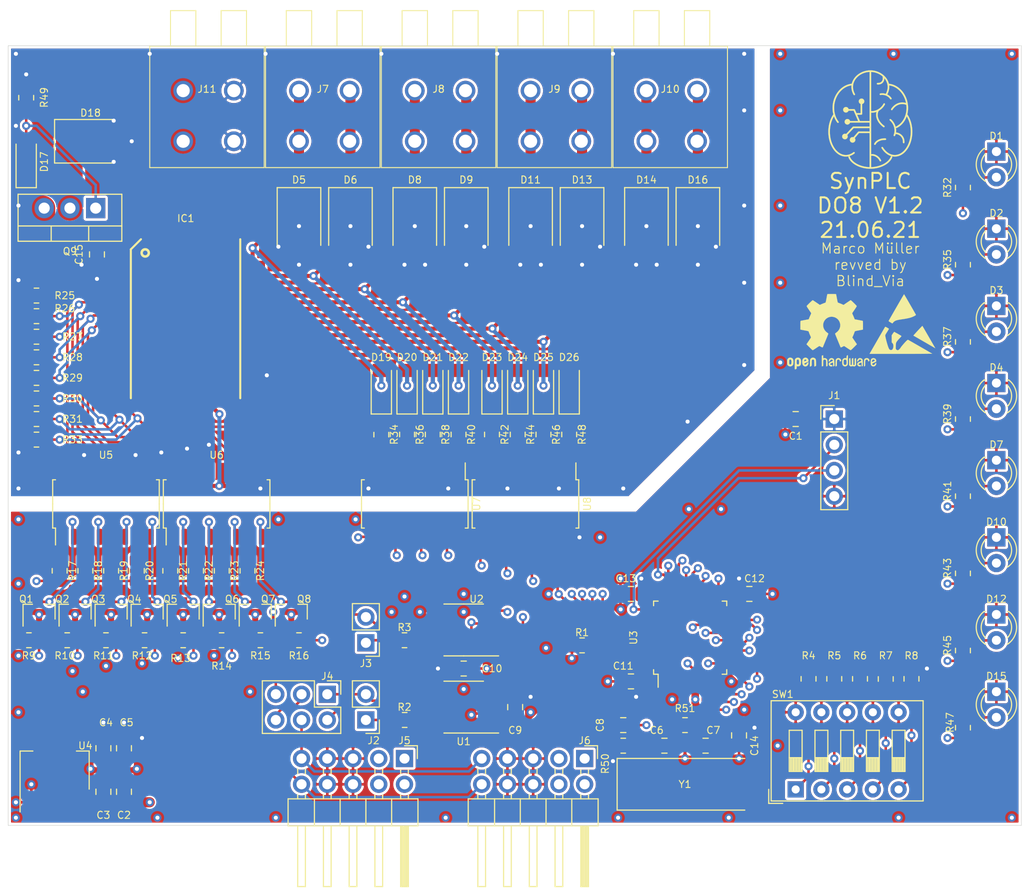
<source format=kicad_pcb>
(kicad_pcb (version 20171130) (host pcbnew 5.1.10-88a1d61d58~90~ubuntu20.04.1)
  (layers (0 F.Cu signal) (1 In1.Cu signal) (2 In2.Cu signal) (31 B.Cu signal) (34 B.Paste user hide) (35 F.Paste user hide) (36 B.SilkS user hide) (37 F.SilkS user) (38 B.Mask user hide) (39 F.Mask user hide) (44 Edge.Cuts user))
  (net 0 "")
  (net 1 GND)
  (net 2 +3V3)
  (net 3 VCC)
  (net 4 "Net-(C6-Pad1)")
  (net 5 "Net-(C7-Pad2)")
  (net 6 "Net-(C8-Pad1)")
  (net 7 GND2)
  (net 8 +24V)
  (net 9 "Net-(D1-Pad2)")
  (net 10 "Net-(D2-Pad2)")
  (net 11 "Net-(D3-Pad2)")
  (net 12 "Net-(D4-Pad2)")
  (net 13 "Net-(D7-Pad2)")
  (net 14 "Net-(D10-Pad2)")
  (net 15 "Net-(D11-Pad1)")
  (net 16 "Net-(D12-Pad2)")
  (net 17 "Net-(D13-Pad1)")
  (net 18 "Net-(D14-Pad1)")
  (net 19 "Net-(D15-Pad2)")
  (net 20 "Net-(D16-Pad1)")
  (net 21 "Net-(D17-Pad2)")
  (net 22 "Net-(D18-Pad1)")
  (net 23 "Net-(IC1-Pad20)")
  (net 24 "Net-(IC1-Pad13)")
  (net 25 "Net-(IC1-Pad12)")
  (net 26 "Net-(IC1-Pad11)")
  (net 27 "Net-(IC1-Pad10)")
  (net 28 "Net-(IC1-Pad9)")
  (net 29 "Net-(IC1-Pad8)")
  (net 30 "Net-(IC1-Pad7)")
  (net 31 "Net-(IC1-Pad6)")
  (net 32 SWCLK)
  (net 33 SWIO)
  (net 34 "Net-(J2-Pad2)")
  (net 35 "Net-(J2-Pad1)")
  (net 36 "Net-(J3-Pad2)")
  (net 37 "Net-(J3-Pad1)")
  (net 38 "Net-(J4-Pad6)")
  (net 39 BUS+)
  (net 40 BUS-)
  (net 41 "Net-(J4-Pad2)")
  (net 42 "Net-(Q1-Pad3)")
  (net 43 "Net-(Q1-Pad1)")
  (net 44 "Net-(Q2-Pad3)")
  (net 45 "Net-(Q2-Pad1)")
  (net 46 "Net-(Q3-Pad3)")
  (net 47 "Net-(Q3-Pad1)")
  (net 48 "Net-(Q4-Pad3)")
  (net 49 "Net-(Q4-Pad1)")
  (net 50 "Net-(Q5-Pad3)")
  (net 51 "Net-(Q5-Pad1)")
  (net 52 "Net-(Q6-Pad3)")
  (net 53 "Net-(Q6-Pad1)")
  (net 54 "Net-(Q7-Pad3)")
  (net 55 "Net-(Q7-Pad1)")
  (net 56 "Net-(Q8-Pad3)")
  (net 57 "Net-(Q8-Pad1)")
  (net 58 "Net-(R1-Pad2)")
  (net 59 "Net-(R4-Pad1)")
  (net 60 "Net-(R5-Pad1)")
  (net 61 "Net-(R6-Pad1)")
  (net 62 "Net-(R7-Pad1)")
  (net 63 "Net-(R8-Pad1)")
  (net 64 CH1)
  (net 65 CH2)
  (net 66 CH3)
  (net 67 CH4)
  (net 68 CH5)
  (net 69 CH6)
  (net 70 CH7)
  (net 71 CH8)
  (net 72 "Net-(R17-Pad1)")
  (net 73 "Net-(R18-Pad1)")
  (net 74 "Net-(R19-Pad1)")
  (net 75 "Net-(R20-Pad1)")
  (net 76 "Net-(R21-Pad1)")
  (net 77 "Net-(R22-Pad1)")
  (net 78 "Net-(R23-Pad1)")
  (net 79 "Net-(R24-Pad1)")
  (net 80 FB1)
  (net 81 "Net-(R34-Pad2)")
  (net 82 FB2)
  (net 83 "Net-(R36-Pad2)")
  (net 84 FB3)
  (net 85 "Net-(R38-Pad2)")
  (net 86 FB4)
  (net 87 "Net-(R40-Pad2)")
  (net 88 FB5)
  (net 89 "Net-(R42-Pad2)")
  (net 90 FB6)
  (net 91 "Net-(R44-Pad2)")
  (net 92 FB7)
  (net 93 "Net-(R46-Pad2)")
  (net 94 FB8)
  (net 95 "Net-(R48-Pad2)")
  (net 96 "Net-(U1-Pad8)")
  (net 97 "Net-(U1-Pad5)")
  (net 98 CAN_RD)
  (net 99 CAN_TD)
  (net 100 TXD)
  (net 101 DIR)
  (net 102 RXD)
  (net 103 "Net-(U3-Pad38)")
  (net 104 "Net-(U3-Pad28)")
  (net 105 "Net-(U3-Pad27)")
  (net 106 "Net-(U3-Pad26)")
  (net 107 "Net-(U3-Pad4)")
  (net 108 "Net-(U3-Pad3)")
  (net 109 "Net-(U3-Pad2)")
  (net 110 "Net-(D19-Pad2)")
  (net 111 "Net-(D20-Pad2)")
  (net 112 "Net-(D21-Pad2)")
  (net 113 "Net-(D22-Pad2)")
  (net 114 "Net-(D19-Pad1)")
  (net 115 "Net-(D20-Pad1)")
  (net 116 "Net-(D21-Pad1)")
  (net 117 "Net-(D22-Pad1)")
  (net 118 "Net-(D23-Pad1)")
  (net 119 "Net-(D24-Pad1)")
  (net 120 "Net-(D25-Pad1)")
  (net 121 "Net-(D26-Pad1)")
  (module Symbol:ESD-Logo_6.6x6mm_SilkScreen (layer F.Cu) (at 158.519 100.47)
    (fp_text reference REF** hide)
    (fp_text value ESD-Logo_6.6x6mm_SilkScreen hide)
  )
  (module Diode_SMD:D_MiniMELF (layer F.Cu) (at 125.626 106.82 90)
    (fp_text reference D26 (at 3.048 0 180) (layer F.SilkS) (effects (font (size 0.7 0.7) (thickness 0.1))))
    (fp_text value LL4148)
    (pad 2 smd rect (at 1.75 0 90) (size 1.3 1.7) (layers F.Cu F.Paste F.Mask) (net 20 "Net-(D16-Pad1)"))
    (pad 1 smd rect (at -1.75 0 90) (size 1.3 1.7) (layers F.Cu F.Paste F.Mask) (net 121 "Net-(D26-Pad1)"))
  )
  (module Diode_SMD:D_MiniMELF (layer F.Cu) (at 123.086 106.82 90)
    (fp_text reference D25 (at 3.048 0 180) (layer F.SilkS) (effects (font (size 0.7 0.7) (thickness 0.1))))
    (fp_text value LL4148)
    (pad 2 smd rect (at 1.75 0 90) (size 1.3 1.7) (layers F.Cu F.Paste F.Mask) (net 18 "Net-(D14-Pad1)"))
    (pad 1 smd rect (at -1.75 0 90) (size 1.3 1.7) (layers F.Cu F.Paste F.Mask) (net 120 "Net-(D25-Pad1)"))
  )
  (module Diode_SMD:D_MiniMELF (layer F.Cu) (at 120.546 106.82 90)
    (fp_text reference D24 (at 3.048 0 180) (layer F.SilkS) (effects (font (size 0.7 0.7) (thickness 0.1))))
    (fp_text value LL4148)
    (pad 2 smd rect (at 1.75 0 90) (size 1.3 1.7) (layers F.Cu F.Paste F.Mask) (net 17 "Net-(D13-Pad1)"))
    (pad 1 smd rect (at -1.75 0 90) (size 1.3 1.7) (layers F.Cu F.Paste F.Mask) (net 119 "Net-(D24-Pad1)"))
  )
  (module Diode_SMD:D_MiniMELF (layer F.Cu) (at 118.006 106.82 90)
    (fp_text reference D23 (at 3.048 0 180) (layer F.SilkS) (effects (font (size 0.7 0.7) (thickness 0.1))))
    (fp_text value LL4148)
    (pad 2 smd rect (at 1.75 0 90) (size 1.3 1.7) (layers F.Cu F.Paste F.Mask) (net 15 "Net-(D11-Pad1)"))
    (pad 1 smd rect (at -1.75 0 90) (size 1.3 1.7) (layers F.Cu F.Paste F.Mask) (net 118 "Net-(D23-Pad1)"))
  )
  (module Diode_SMD:D_MiniMELF (layer F.Cu) (at 114.704 106.82 90)
    (fp_text reference D22 (at 3.048 0 180) (layer F.SilkS) (effects (font (size 0.7 0.7) (thickness 0.1))))
    (fp_text value LL4148)
    (pad 2 smd rect (at 1.75 0 90) (size 1.3 1.7) (layers F.Cu F.Paste F.Mask) (net 113 "Net-(D22-Pad2)"))
    (pad 1 smd rect (at -1.75 0 90) (size 1.3 1.7) (layers F.Cu F.Paste F.Mask) (net 117 "Net-(D22-Pad1)"))
  )
  (module Diode_SMD:D_MiniMELF (layer F.Cu) (at 112.164 106.82 90)
    (fp_text reference D21 (at 3.048 0 180) (layer F.SilkS) (effects (font (size 0.7 0.7) (thickness 0.1))))
    (fp_text value LL4148)
    (pad 2 smd rect (at 1.75 0 90) (size 1.3 1.7) (layers F.Cu F.Paste F.Mask) (net 112 "Net-(D21-Pad2)"))
    (pad 1 smd rect (at -1.75 0 90) (size 1.3 1.7) (layers F.Cu F.Paste F.Mask) (net 116 "Net-(D21-Pad1)"))
  )
  (module Diode_SMD:D_MiniMELF (layer F.Cu) (at 109.624 106.82 90)
    (fp_text reference D20 (at 3.048 0 180) (layer F.SilkS) (effects (font (size 0.7 0.7) (thickness 0.1))))
    (fp_text value LL4148)
    (pad 2 smd rect (at 1.75 0 90) (size 1.3 1.7) (layers F.Cu F.Paste F.Mask) (net 111 "Net-(D20-Pad2)"))
    (pad 1 smd rect (at -1.75 0 90) (size 1.3 1.7) (layers F.Cu F.Paste F.Mask) (net 115 "Net-(D20-Pad1)"))
  )
  (module Diode_SMD:D_MiniMELF (layer F.Cu) (at 107.084 106.82 90)
    (fp_text reference D19 (at 3.048 0 180) (layer F.SilkS) (effects (font (size 0.7 0.7) (thickness 0.1))))
    (fp_text value LL4148)
    (pad 2 smd rect (at 1.75 0 90) (size 1.3 1.7) (layers F.Cu F.Paste F.Mask) (net 110 "Net-(D19-Pad2)"))
    (pad 1 smd rect (at -1.75 0 90) (size 1.3 1.7) (layers F.Cu F.Paste F.Mask) (net 114 "Net-(D19-Pad1)"))
  )
  (module Symbol:OSHW-Logo2_9.8x8mm_SilkScreen (layer F.Cu) (at 151.534 101.232)
    (fp_text reference REF** hide)
    (fp_text value OSHW-Logo2_9.8x8mm_SilkScreen hide)
  )
  (module KiCAD_personal:logo_new (layer F.Cu) (at 155.344 80.404)
    (fp_text reference G*** hide)
    (fp_text value LOGO hide)
  )
  (module Connector_PinHeader_2.54mm:PinHeader_1x04_P2.54mm_Vertical (layer F.Cu) (at 151.788 109.868)
    (fp_text reference J1 (at 0 -2.33) (layer F.SilkS) (effects (font (size 0.7 0.7) (thickness 0.1))))
    (fp_text value Conn_01x04)
    (pad 4 thru_hole oval (at 0 7.62) (size 1.7 1.7) (drill 1) (layers *.Cu *.Mask) (net 1 GND))
    (pad 3 thru_hole oval (at 0 5.08) (size 1.7 1.7) (drill 1) (layers *.Cu *.Mask) (net 32 SWCLK))
    (pad 2 thru_hole oval (at 0 2.54) (size 1.7 1.7) (drill 1) (layers *.Cu *.Mask) (net 33 SWIO))
    (pad 1 thru_hole rect (at 0 0) (size 1.7 1.7) (drill 1) (layers *.Cu *.Mask) (net 2 +3V3))
  )
  (module Crystal:Crystal_SMD_HC49-SD (layer F.Cu) (at 137.056 145.936)
    (fp_text reference Y1 (at 0 0) (layer F.SilkS) (effects (font (size 0.7 0.7) (thickness 0.1))))
    (fp_text value 8MHz)
    (pad 2 smd rect (at 4.25 0) (size 4.5 2) (layers F.Cu F.Paste F.Mask) (net 5 "Net-(C7-Pad2)"))
    (pad 1 smd rect (at -4.25 0) (size 4.5 2) (layers F.Cu F.Paste F.Mask) (net 4 "Net-(C6-Pad1)"))
  )
  (module Package_SO:SOIC-16_4.55x10.3mm_P1.27mm (layer F.Cu) (at 121.308 118.25 270)
    (fp_text reference U8 (at 0 -6.1 90) (layer F.SilkS) (effects (font (size 0.7 0.7) (thickness 0.1))))
    (fp_text value TLP291-4)
    (pad 16 smd roundrect (at 3.25 -4.445 270) (size 1.6 0.55) (layers F.Cu F.Paste F.Mask) (net 2 +3V3))
    (pad 15 smd roundrect (at 3.25 -3.175 270) (size 1.6 0.55) (layers F.Cu F.Paste F.Mask) (net 94 FB8))
    (pad 14 smd roundrect (at 3.25 -1.905 270) (size 1.6 0.55) (layers F.Cu F.Paste F.Mask) (net 2 +3V3))
    (pad 13 smd roundrect (at 3.25 -0.635 270) (size 1.6 0.55) (layers F.Cu F.Paste F.Mask) (net 92 FB7))
    (pad 12 smd roundrect (at 3.25 0.635 270) (size 1.6 0.55) (layers F.Cu F.Paste F.Mask) (net 2 +3V3))
    (pad 11 smd roundrect (at 3.25 1.905 270) (size 1.6 0.55) (layers F.Cu F.Paste F.Mask) (net 90 FB6))
    (pad 10 smd roundrect (at 3.25 3.175 270) (size 1.6 0.55) (layers F.Cu F.Paste F.Mask) (net 2 +3V3))
    (pad 9 smd roundrect (at 3.25 4.445 270) (size 1.6 0.55) (layers F.Cu F.Paste F.Mask) (net 88 FB5))
    (pad 8 smd roundrect (at -3.25 4.445 270) (size 1.6 0.55) (layers F.Cu F.Paste F.Mask) (net 7 GND2))
    (pad 7 smd roundrect (at -3.25 3.175 270) (size 1.6 0.55) (layers F.Cu F.Paste F.Mask) (net 89 "Net-(R42-Pad2)"))
    (pad 6 smd roundrect (at -3.25 1.905 270) (size 1.6 0.55) (layers F.Cu F.Paste F.Mask) (net 7 GND2))
    (pad 5 smd roundrect (at -3.25 0.635 270) (size 1.6 0.55) (layers F.Cu F.Paste F.Mask) (net 91 "Net-(R44-Pad2)"))
    (pad 4 smd roundrect (at -3.25 -0.635 270) (size 1.6 0.55) (layers F.Cu F.Paste F.Mask) (net 7 GND2))
    (pad 3 smd roundrect (at -3.25 -1.905 270) (size 1.6 0.55) (layers F.Cu F.Paste F.Mask) (net 93 "Net-(R46-Pad2)"))
    (pad 2 smd roundrect (at -3.25 -3.175 270) (size 1.6 0.55) (layers F.Cu F.Paste F.Mask) (net 7 GND2))
    (pad 1 smd roundrect (at -3.25 -4.445 270) (size 1.6 0.55) (layers F.Cu F.Paste F.Mask) (net 95 "Net-(R48-Pad2)"))
  )
  (module Package_SO:SOIC-16_4.55x10.3mm_P1.27mm (layer F.Cu) (at 110.386 118.25 270)
    (fp_text reference U7 (at 0 -6.1 90) (layer F.SilkS) (effects (font (size 0.7 0.7) (thickness 0.1))))
    (fp_text value TLP291-4)
    (pad 16 smd roundrect (at 3.25 -4.445 270) (size 1.6 0.55) (layers F.Cu F.Paste F.Mask) (net 2 +3V3))
    (pad 15 smd roundrect (at 3.25 -3.175 270) (size 1.6 0.55) (layers F.Cu F.Paste F.Mask) (net 86 FB4))
    (pad 14 smd roundrect (at 3.25 -1.905 270) (size 1.6 0.55) (layers F.Cu F.Paste F.Mask) (net 2 +3V3))
    (pad 13 smd roundrect (at 3.25 -0.635 270) (size 1.6 0.55) (layers F.Cu F.Paste F.Mask) (net 84 FB3))
    (pad 12 smd roundrect (at 3.25 0.635 270) (size 1.6 0.55) (layers F.Cu F.Paste F.Mask) (net 2 +3V3))
    (pad 11 smd roundrect (at 3.25 1.905 270) (size 1.6 0.55) (layers F.Cu F.Paste F.Mask) (net 82 FB2))
    (pad 10 smd roundrect (at 3.25 3.175 270) (size 1.6 0.55) (layers F.Cu F.Paste F.Mask) (net 2 +3V3))
    (pad 9 smd roundrect (at 3.25 4.445 270) (size 1.6 0.55) (layers F.Cu F.Paste F.Mask) (net 80 FB1))
    (pad 8 smd roundrect (at -3.25 4.445 270) (size 1.6 0.55) (layers F.Cu F.Paste F.Mask) (net 7 GND2))
    (pad 7 smd roundrect (at -3.25 3.175 270) (size 1.6 0.55) (layers F.Cu F.Paste F.Mask) (net 81 "Net-(R34-Pad2)"))
    (pad 6 smd roundrect (at -3.25 1.905 270) (size 1.6 0.55) (layers F.Cu F.Paste F.Mask) (net 7 GND2))
    (pad 5 smd roundrect (at -3.25 0.635 270) (size 1.6 0.55) (layers F.Cu F.Paste F.Mask) (net 83 "Net-(R36-Pad2)"))
    (pad 4 smd roundrect (at -3.25 -0.635 270) (size 1.6 0.55) (layers F.Cu F.Paste F.Mask) (net 7 GND2))
    (pad 3 smd roundrect (at -3.25 -1.905 270) (size 1.6 0.55) (layers F.Cu F.Paste F.Mask) (net 85 "Net-(R38-Pad2)"))
    (pad 2 smd roundrect (at -3.25 -3.175 270) (size 1.6 0.55) (layers F.Cu F.Paste F.Mask) (net 7 GND2))
    (pad 1 smd roundrect (at -3.25 -4.445 270) (size 1.6 0.55) (layers F.Cu F.Paste F.Mask) (net 87 "Net-(R40-Pad2)"))
  )
  (module Package_SO:SOIC-16_4.55x10.3mm_P1.27mm (layer F.Cu) (at 90.828 118.25 90)
    (fp_text reference U6 (at 4.826 0 180) (layer F.SilkS) (effects (font (size 0.7 0.7) (thickness 0.1))))
    (fp_text value TLP291-4)
    (pad 16 smd roundrect (at 3.25 -4.445 90) (size 1.6 0.55) (layers F.Cu F.Paste F.Mask) (net 8 +24V))
    (pad 15 smd roundrect (at 3.25 -3.175 90) (size 1.6 0.55) (layers F.Cu F.Paste F.Mask) (net 27 "Net-(IC1-Pad10)"))
    (pad 14 smd roundrect (at 3.25 -1.905 90) (size 1.6 0.55) (layers F.Cu F.Paste F.Mask) (net 8 +24V))
    (pad 13 smd roundrect (at 3.25 -0.635 90) (size 1.6 0.55) (layers F.Cu F.Paste F.Mask) (net 26 "Net-(IC1-Pad11)"))
    (pad 12 smd roundrect (at 3.25 0.635 90) (size 1.6 0.55) (layers F.Cu F.Paste F.Mask) (net 8 +24V))
    (pad 11 smd roundrect (at 3.25 1.905 90) (size 1.6 0.55) (layers F.Cu F.Paste F.Mask) (net 25 "Net-(IC1-Pad12)"))
    (pad 10 smd roundrect (at 3.25 3.175 90) (size 1.6 0.55) (layers F.Cu F.Paste F.Mask) (net 8 +24V))
    (pad 9 smd roundrect (at 3.25 4.445 90) (size 1.6 0.55) (layers F.Cu F.Paste F.Mask) (net 24 "Net-(IC1-Pad13)"))
    (pad 8 smd roundrect (at -3.25 4.445 90) (size 1.6 0.55) (layers F.Cu F.Paste F.Mask) (net 56 "Net-(Q8-Pad3)"))
    (pad 7 smd roundrect (at -3.25 3.175 90) (size 1.6 0.55) (layers F.Cu F.Paste F.Mask) (net 79 "Net-(R24-Pad1)"))
    (pad 6 smd roundrect (at -3.25 1.905 90) (size 1.6 0.55) (layers F.Cu F.Paste F.Mask) (net 54 "Net-(Q7-Pad3)"))
    (pad 5 smd roundrect (at -3.25 0.635 90) (size 1.6 0.55) (layers F.Cu F.Paste F.Mask) (net 78 "Net-(R23-Pad1)"))
    (pad 4 smd roundrect (at -3.25 -0.635 90) (size 1.6 0.55) (layers F.Cu F.Paste F.Mask) (net 52 "Net-(Q6-Pad3)"))
    (pad 3 smd roundrect (at -3.25 -1.905 90) (size 1.6 0.55) (layers F.Cu F.Paste F.Mask) (net 77 "Net-(R22-Pad1)"))
    (pad 2 smd roundrect (at -3.25 -3.175 90) (size 1.6 0.55) (layers F.Cu F.Paste F.Mask) (net 50 "Net-(Q5-Pad3)"))
    (pad 1 smd roundrect (at -3.25 -4.445 90) (size 1.6 0.55) (layers F.Cu F.Paste F.Mask) (net 76 "Net-(R21-Pad1)"))
  )
  (module Package_SO:SOIC-16_4.55x10.3mm_P1.27mm (layer F.Cu) (at 79.906 118.25 90)
    (fp_text reference U5 (at 4.826 0 180) (layer F.SilkS) (effects (font (size 0.7 0.7) (thickness 0.1))))
    (fp_text value TLP291-4)
    (pad 16 smd roundrect (at 3.25 -4.445 90) (size 1.6 0.55) (layers F.Cu F.Paste F.Mask) (net 8 +24V))
    (pad 15 smd roundrect (at 3.25 -3.175 90) (size 1.6 0.55) (layers F.Cu F.Paste F.Mask) (net 31 "Net-(IC1-Pad6)"))
    (pad 14 smd roundrect (at 3.25 -1.905 90) (size 1.6 0.55) (layers F.Cu F.Paste F.Mask) (net 8 +24V))
    (pad 13 smd roundrect (at 3.25 -0.635 90) (size 1.6 0.55) (layers F.Cu F.Paste F.Mask) (net 30 "Net-(IC1-Pad7)"))
    (pad 12 smd roundrect (at 3.25 0.635 90) (size 1.6 0.55) (layers F.Cu F.Paste F.Mask) (net 8 +24V))
    (pad 11 smd roundrect (at 3.25 1.905 90) (size 1.6 0.55) (layers F.Cu F.Paste F.Mask) (net 29 "Net-(IC1-Pad8)"))
    (pad 10 smd roundrect (at 3.25 3.175 90) (size 1.6 0.55) (layers F.Cu F.Paste F.Mask) (net 8 +24V))
    (pad 9 smd roundrect (at 3.25 4.445 90) (size 1.6 0.55) (layers F.Cu F.Paste F.Mask) (net 28 "Net-(IC1-Pad9)"))
    (pad 8 smd roundrect (at -3.25 4.445 90) (size 1.6 0.55) (layers F.Cu F.Paste F.Mask) (net 48 "Net-(Q4-Pad3)"))
    (pad 7 smd roundrect (at -3.25 3.175 90) (size 1.6 0.55) (layers F.Cu F.Paste F.Mask) (net 75 "Net-(R20-Pad1)"))
    (pad 6 smd roundrect (at -3.25 1.905 90) (size 1.6 0.55) (layers F.Cu F.Paste F.Mask) (net 46 "Net-(Q3-Pad3)"))
    (pad 5 smd roundrect (at -3.25 0.635 90) (size 1.6 0.55) (layers F.Cu F.Paste F.Mask) (net 74 "Net-(R19-Pad1)"))
    (pad 4 smd roundrect (at -3.25 -0.635 90) (size 1.6 0.55) (layers F.Cu F.Paste F.Mask) (net 44 "Net-(Q2-Pad3)"))
    (pad 3 smd roundrect (at -3.25 -1.905 90) (size 1.6 0.55) (layers F.Cu F.Paste F.Mask) (net 73 "Net-(R18-Pad1)"))
    (pad 2 smd roundrect (at -3.25 -3.175 90) (size 1.6 0.55) (layers F.Cu F.Paste F.Mask) (net 42 "Net-(Q1-Pad3)"))
    (pad 1 smd roundrect (at -3.25 -4.445 90) (size 1.6 0.55) (layers F.Cu F.Paste F.Mask) (net 72 "Net-(R17-Pad1)"))
  )
  (module Package_TO_SOT_SMD:SOT-223-3_TabPin2 (layer F.Cu) (at 74.84 144.564 90)
    (fp_text reference U4 (at 2.438 3.034 180) (layer F.SilkS) (effects (font (size 0.7 0.7) (thickness 0.1))))
    (fp_text value AP1117-33)
    (pad 1 smd rect (at -3.15 -2.3 90) (size 2 1.5) (layers F.Cu F.Paste F.Mask) (net 1 GND))
    (pad 3 smd rect (at -3.15 2.3 90) (size 2 1.5) (layers F.Cu F.Paste F.Mask) (net 3 VCC))
    (pad 2 smd rect (at -3.15 0 90) (size 2 1.5) (layers F.Cu F.Paste F.Mask) (net 2 +3V3))
    (pad 2 smd rect (at 3.15 0 90) (size 2 3.8) (layers F.Cu F.Paste F.Mask) (net 2 +3V3))
  )
  (module Package_QFP:LQFP-48_7x7mm_P0.5mm (layer F.Cu) (at 137.564 131.458 90)
    (fp_text reference U3 (at 0 -5.588 90) (layer F.SilkS) (effects (font (size 0.7 0.7) (thickness 0.1))))
    (fp_text value STM32F103C8Tx)
    (pad 48 smd roundrect (at -2.75 -4.1625 90) (size 0.3 1.475) (layers F.Cu F.Paste F.Mask) (net 2 +3V3))
    (pad 47 smd roundrect (at -2.25 -4.1625 90) (size 0.3 1.475) (layers F.Cu F.Paste F.Mask) (net 1 GND))
    (pad 46 smd roundrect (at -1.75 -4.1625 90) (size 0.3 1.475) (layers F.Cu F.Paste F.Mask) (net 99 CAN_TD))
    (pad 45 smd roundrect (at -1.25 -4.1625 90) (size 0.3 1.475) (layers F.Cu F.Paste F.Mask) (net 98 CAN_RD))
    (pad 44 smd roundrect (at -0.75 -4.1625 90) (size 0.3 1.475) (layers F.Cu F.Paste F.Mask) (net 58 "Net-(R1-Pad2)"))
    (pad 43 smd roundrect (at -0.25 -4.1625 90) (size 0.3 1.475) (layers F.Cu F.Paste F.Mask) (net 94 FB8))
    (pad 42 smd roundrect (at 0.25 -4.1625 90) (size 0.3 1.475) (layers F.Cu F.Paste F.Mask) (net 92 FB7))
    (pad 41 smd roundrect (at 0.75 -4.1625 90) (size 0.3 1.475) (layers F.Cu F.Paste F.Mask) (net 90 FB6))
    (pad 40 smd roundrect (at 1.25 -4.1625 90) (size 0.3 1.475) (layers F.Cu F.Paste F.Mask) (net 88 FB5))
    (pad 39 smd roundrect (at 1.75 -4.1625 90) (size 0.3 1.475) (layers F.Cu F.Paste F.Mask) (net 86 FB4))
    (pad 38 smd roundrect (at 2.25 -4.1625 90) (size 0.3 1.475) (layers F.Cu F.Paste F.Mask) (net 103 "Net-(U3-Pad38)"))
    (pad 37 smd roundrect (at 2.75 -4.1625 90) (size 0.3 1.475) (layers F.Cu F.Paste F.Mask) (net 32 SWCLK))
    (pad 36 smd roundrect (at 4.1625 -2.75 90) (size 1.475 0.3) (layers F.Cu F.Paste F.Mask) (net 2 +3V3))
    (pad 35 smd roundrect (at 4.1625 -2.25 90) (size 1.475 0.3) (layers F.Cu F.Paste F.Mask) (net 1 GND))
    (pad 34 smd roundrect (at 4.1625 -1.75 90) (size 1.475 0.3) (layers F.Cu F.Paste F.Mask) (net 33 SWIO))
    (pad 33 smd roundrect (at 4.1625 -1.25 90) (size 1.475 0.3) (layers F.Cu F.Paste F.Mask) (net 71 CH8))
    (pad 32 smd roundrect (at 4.1625 -0.75 90) (size 1.475 0.3) (layers F.Cu F.Paste F.Mask) (net 70 CH7))
    (pad 31 smd roundrect (at 4.1625 -0.25 90) (size 1.475 0.3) (layers F.Cu F.Paste F.Mask) (net 69 CH6))
    (pad 30 smd roundrect (at 4.1625 0.25 90) (size 1.475 0.3) (layers F.Cu F.Paste F.Mask) (net 68 CH5))
    (pad 29 smd roundrect (at 4.1625 0.75 90) (size 1.475 0.3) (layers F.Cu F.Paste F.Mask) (net 67 CH4))
    (pad 28 smd roundrect (at 4.1625 1.25 90) (size 1.475 0.3) (layers F.Cu F.Paste F.Mask) (net 104 "Net-(U3-Pad28)"))
    (pad 27 smd roundrect (at 4.1625 1.75 90) (size 1.475 0.3) (layers F.Cu F.Paste F.Mask) (net 105 "Net-(U3-Pad27)"))
    (pad 26 smd roundrect (at 4.1625 2.25 90) (size 1.475 0.3) (layers F.Cu F.Paste F.Mask) (net 106 "Net-(U3-Pad26)"))
    (pad 25 smd roundrect (at 4.1625 2.75 90) (size 1.475 0.3) (layers F.Cu F.Paste F.Mask) (net 101 DIR))
    (pad 24 smd roundrect (at 2.75 4.1625 90) (size 0.3 1.475) (layers F.Cu F.Paste F.Mask) (net 2 +3V3))
    (pad 23 smd roundrect (at 2.25 4.1625 90) (size 0.3 1.475) (layers F.Cu F.Paste F.Mask) (net 1 GND))
    (pad 22 smd roundrect (at 1.75 4.1625 90) (size 0.3 1.475) (layers F.Cu F.Paste F.Mask) (net 102 RXD))
    (pad 21 smd roundrect (at 1.25 4.1625 90) (size 0.3 1.475) (layers F.Cu F.Paste F.Mask) (net 100 TXD))
    (pad 20 smd roundrect (at 0.75 4.1625 90) (size 0.3 1.475) (layers F.Cu F.Paste F.Mask) (net 84 FB3))
    (pad 19 smd roundrect (at 0.25 4.1625 90) (size 0.3 1.475) (layers F.Cu F.Paste F.Mask) (net 82 FB2))
    (pad 18 smd roundrect (at -0.25 4.1625 90) (size 0.3 1.475) (layers F.Cu F.Paste F.Mask) (net 80 FB1))
    (pad 17 smd roundrect (at -0.75 4.1625 90) (size 0.3 1.475) (layers F.Cu F.Paste F.Mask) (net 66 CH3))
    (pad 16 smd roundrect (at -1.25 4.1625 90) (size 0.3 1.475) (layers F.Cu F.Paste F.Mask) (net 65 CH2))
    (pad 15 smd roundrect (at -1.75 4.1625 90) (size 0.3 1.475) (layers F.Cu F.Paste F.Mask) (net 64 CH1))
    (pad 14 smd roundrect (at -2.25 4.1625 90) (size 0.3 1.475) (layers F.Cu F.Paste F.Mask) (net 63 "Net-(R8-Pad1)"))
    (pad 13 smd roundrect (at -2.75 4.1625 90) (size 0.3 1.475) (layers F.Cu F.Paste F.Mask) (net 62 "Net-(R7-Pad1)"))
    (pad 12 smd roundrect (at -4.1625 2.75 90) (size 1.475 0.3) (layers F.Cu F.Paste F.Mask) (net 61 "Net-(R6-Pad1)"))
    (pad 11 smd roundrect (at -4.1625 2.25 90) (size 1.475 0.3) (layers F.Cu F.Paste F.Mask) (net 60 "Net-(R5-Pad1)"))
    (pad 10 smd roundrect (at -4.1625 1.75 90) (size 1.475 0.3) (layers F.Cu F.Paste F.Mask) (net 59 "Net-(R4-Pad1)"))
    (pad 9 smd roundrect (at -4.1625 1.25 90) (size 1.475 0.3) (layers F.Cu F.Paste F.Mask) (net 2 +3V3))
    (pad 8 smd roundrect (at -4.1625 0.75 90) (size 1.475 0.3) (layers F.Cu F.Paste F.Mask) (net 1 GND))
    (pad 7 smd roundrect (at -4.1625 0.25 90) (size 1.475 0.3) (layers F.Cu F.Paste F.Mask) (net 6 "Net-(C8-Pad1)"))
    (pad 6 smd roundrect (at -4.1625 -0.25 90) (size 1.475 0.3) (layers F.Cu F.Paste F.Mask) (net 5 "Net-(C7-Pad2)"))
    (pad 5 smd roundrect (at -4.1625 -0.75 90) (size 1.475 0.3) (layers F.Cu F.Paste F.Mask) (net 4 "Net-(C6-Pad1)"))
    (pad 4 smd roundrect (at -4.1625 -1.25 90) (size 1.475 0.3) (layers F.Cu F.Paste F.Mask) (net 107 "Net-(U3-Pad4)"))
    (pad 3 smd roundrect (at -4.1625 -1.75 90) (size 1.475 0.3) (layers F.Cu F.Paste F.Mask) (net 108 "Net-(U3-Pad3)"))
    (pad 2 smd roundrect (at -4.1625 -2.25 90) (size 1.475 0.3) (layers F.Cu F.Paste F.Mask) (net 109 "Net-(U3-Pad2)"))
    (pad 1 smd roundrect (at -4.1625 -2.75 90) (size 1.475 0.3) (layers F.Cu F.Paste F.Mask) (net 2 +3V3))
  )
  (module Package_SO:SO-8_3.9x4.9mm_P1.27mm (layer F.Cu) (at 115.212 130.696 180)
    (fp_text reference U2 (at -1.27 3.048) (layer F.SilkS) (effects (font (size 0.7 0.7) (thickness 0.1))))
    (fp_text value MAX485E)
    (pad 8 smd roundrect (at 2.575 -1.905 180) (size 1.75 0.6) (layers F.Cu F.Paste F.Mask) (net 2 +3V3))
    (pad 7 smd roundrect (at 2.575 -0.635 180) (size 1.75 0.6) (layers F.Cu F.Paste F.Mask) (net 38 "Net-(J4-Pad6)"))
    (pad 6 smd roundrect (at 2.575 0.635 180) (size 1.75 0.6) (layers F.Cu F.Paste F.Mask) (net 36 "Net-(J3-Pad2)"))
    (pad 5 smd roundrect (at 2.575 1.905 180) (size 1.75 0.6) (layers F.Cu F.Paste F.Mask) (net 1 GND))
    (pad 4 smd roundrect (at -2.575 1.905 180) (size 1.75 0.6) (layers F.Cu F.Paste F.Mask) (net 100 TXD))
    (pad 3 smd roundrect (at -2.575 0.635 180) (size 1.75 0.6) (layers F.Cu F.Paste F.Mask) (net 101 DIR))
    (pad 2 smd roundrect (at -2.575 -0.635 180) (size 1.75 0.6) (layers F.Cu F.Paste F.Mask) (net 101 DIR))
    (pad 1 smd roundrect (at -2.575 -1.905 180) (size 1.75 0.6) (layers F.Cu F.Paste F.Mask) (net 102 RXD))
  )
  (module Package_SO:SOIC-8_3.9x4.9mm_P1.27mm (layer F.Cu) (at 115.212 138.316 180)
    (fp_text reference U1 (at 0 -3.4) (layer F.SilkS) (effects (font (size 0.7 0.7) (thickness 0.1))))
    (fp_text value SN65HVD232)
    (pad 8 smd roundrect (at 2.475 -1.905 180) (size 1.95 0.6) (layers F.Cu F.Paste F.Mask) (net 96 "Net-(U1-Pad8)"))
    (pad 7 smd roundrect (at 2.475 -0.635 180) (size 1.95 0.6) (layers F.Cu F.Paste F.Mask) (net 41 "Net-(J4-Pad2)"))
    (pad 6 smd roundrect (at 2.475 0.635 180) (size 1.95 0.6) (layers F.Cu F.Paste F.Mask) (net 34 "Net-(J2-Pad2)"))
    (pad 5 smd roundrect (at 2.475 1.905 180) (size 1.95 0.6) (layers F.Cu F.Paste F.Mask) (net 97 "Net-(U1-Pad5)"))
    (pad 4 smd roundrect (at -2.475 1.905 180) (size 1.95 0.6) (layers F.Cu F.Paste F.Mask) (net 98 CAN_RD))
    (pad 3 smd roundrect (at -2.475 0.635 180) (size 1.95 0.6) (layers F.Cu F.Paste F.Mask) (net 2 +3V3))
    (pad 2 smd roundrect (at -2.475 -0.635 180) (size 1.95 0.6) (layers F.Cu F.Paste F.Mask) (net 1 GND))
    (pad 1 smd roundrect (at -2.475 -1.905 180) (size 1.95 0.6) (layers F.Cu F.Paste F.Mask) (net 99 CAN_TD))
  )
  (module Button_Switch_THT:SW_DIP_SPSTx05_Slide_9.78x14.88mm_W7.62mm_P2.54mm (layer F.Cu) (at 147.978 146.444 90)
    (fp_text reference SW1 (at 9.398 -1.27 180) (layer F.SilkS) (effects (font (size 0.7 0.7) (thickness 0.1))))
    (fp_text value SW_DIP_x05)
    (pad 10 thru_hole oval (at 7.62 0 90) (size 1.6 1.6) (drill 0.8) (layers *.Cu *.Mask) (net 1 GND))
    (pad 5 thru_hole oval (at 0 10.16 90) (size 1.6 1.6) (drill 0.8) (layers *.Cu *.Mask) (net 63 "Net-(R8-Pad1)"))
    (pad 9 thru_hole oval (at 7.62 2.54 90) (size 1.6 1.6) (drill 0.8) (layers *.Cu *.Mask) (net 1 GND))
    (pad 4 thru_hole oval (at 0 7.62 90) (size 1.6 1.6) (drill 0.8) (layers *.Cu *.Mask) (net 62 "Net-(R7-Pad1)"))
    (pad 8 thru_hole oval (at 7.62 5.08 90) (size 1.6 1.6) (drill 0.8) (layers *.Cu *.Mask) (net 1 GND))
    (pad 3 thru_hole oval (at 0 5.08 90) (size 1.6 1.6) (drill 0.8) (layers *.Cu *.Mask) (net 61 "Net-(R6-Pad1)"))
    (pad 7 thru_hole oval (at 7.62 7.62 90) (size 1.6 1.6) (drill 0.8) (layers *.Cu *.Mask) (net 1 GND))
    (pad 2 thru_hole oval (at 0 2.54 90) (size 1.6 1.6) (drill 0.8) (layers *.Cu *.Mask) (net 60 "Net-(R5-Pad1)"))
    (pad 6 thru_hole oval (at 7.62 10.16 90) (size 1.6 1.6) (drill 0.8) (layers *.Cu *.Mask) (net 1 GND))
    (pad 1 thru_hole rect (at 0 0 90) (size 1.6 1.6) (drill 0.8) (layers *.Cu *.Mask) (net 59 "Net-(R4-Pad1)"))
  )
  (module Resistor_SMD:R_0805_2012Metric_Pad1.20x1.40mm_HandSolder (layer F.Cu) (at 137.056 140.094)
    (fp_text reference R51 (at 0 -1.65) (layer F.SilkS) (effects (font (size 0.7 0.7) (thickness 0.1))))
    (fp_text value 1k)
    (pad 2 smd roundrect (at 1 0) (size 1.2 1.4) (layers F.Cu F.Paste F.Mask) (roundrect_rratio 0.2083325) (net 5 "Net-(C7-Pad2)"))
    (pad 1 smd roundrect (at -1 0) (size 1.2 1.4) (layers F.Cu F.Paste F.Mask) (roundrect_rratio 0.2083325) (net 4 "Net-(C6-Pad1)"))
  )
  (module Resistor_SMD:R_0805_2012Metric_Pad1.20x1.40mm_HandSolder (layer F.Cu) (at 130.96 142.126)
    (fp_text reference R50 (at -1.778 1.778 90) (layer F.SilkS) (effects (font (size 0.7 0.7) (thickness 0.1))))
    (fp_text value 1k)
    (pad 2 smd roundrect (at 1 0) (size 1.2 1.4) (layers F.Cu F.Paste F.Mask) (roundrect_rratio 0.2083325) (net 6 "Net-(C8-Pad1)"))
    (pad 1 smd roundrect (at -1 0) (size 1.2 1.4) (layers F.Cu F.Paste F.Mask) (roundrect_rratio 0.2083325) (net 2 +3V3))
  )
  (module Resistor_SMD:R_0805_2012Metric_Pad1.20x1.40mm_HandSolder (layer F.Cu) (at 72.032 78.134 90)
    (fp_text reference R49 (at 0.016 1.778 90) (layer F.SilkS) (effects (font (size 0.7 0.7) (thickness 0.1))))
    (fp_text value 10k)
    (pad 2 smd roundrect (at 1 0 90) (size 1.2 1.4) (layers F.Cu F.Paste F.Mask) (roundrect_rratio 0.2083325) (net 7 GND2))
    (pad 1 smd roundrect (at -1 0 90) (size 1.2 1.4) (layers F.Cu F.Paste F.Mask) (roundrect_rratio 0.2083325) (net 21 "Net-(D17-Pad2)"))
  )
  (module Resistor_SMD:R_0805_2012Metric_Pad1.20x1.40mm_HandSolder (layer F.Cu) (at 125.626 111.392 270)
    (fp_text reference R48 (at 0 -1.27 90) (layer F.SilkS) (effects (font (size 0.7 0.7) (thickness 0.1))))
    (fp_text value 10k)
    (pad 2 smd roundrect (at 1 0 270) (size 1.2 1.4) (layers F.Cu F.Paste F.Mask) (roundrect_rratio 0.2083325) (net 95 "Net-(R48-Pad2)"))
    (pad 1 smd roundrect (at -1 0 270) (size 1.2 1.4) (layers F.Cu F.Paste F.Mask) (roundrect_rratio 0.2083325) (net 121 "Net-(D26-Pad1)"))
  )
  (module Resistor_SMD:R_0805_2012Metric_Pad1.20x1.40mm_HandSolder (layer F.Cu) (at 164.488 140.348 90)
    (fp_text reference R47 (at 0.508 -1.27 90) (layer F.SilkS) (effects (font (size 0.7 0.7) (thickness 0.1))))
    (fp_text value 1k)
    (pad 2 smd roundrect (at 1 0 90) (size 1.2 1.4) (layers F.Cu F.Paste F.Mask) (roundrect_rratio 0.2083325) (net 19 "Net-(D15-Pad2)"))
    (pad 1 smd roundrect (at -1 0 90) (size 1.2 1.4) (layers F.Cu F.Paste F.Mask) (roundrect_rratio 0.2083325) (net 94 FB8))
  )
  (module Resistor_SMD:R_0805_2012Metric_Pad1.20x1.40mm_HandSolder (layer F.Cu) (at 123.086 111.392 270)
    (fp_text reference R46 (at 0 -1.27 90) (layer F.SilkS) (effects (font (size 0.7 0.7) (thickness 0.1))))
    (fp_text value 10k)
    (pad 2 smd roundrect (at 1 0 270) (size 1.2 1.4) (layers F.Cu F.Paste F.Mask) (roundrect_rratio 0.2083325) (net 93 "Net-(R46-Pad2)"))
    (pad 1 smd roundrect (at -1 0 270) (size 1.2 1.4) (layers F.Cu F.Paste F.Mask) (roundrect_rratio 0.2083325) (net 120 "Net-(D25-Pad1)"))
  )
  (module Resistor_SMD:R_0805_2012Metric_Pad1.20x1.40mm_HandSolder (layer F.Cu) (at 164.488 132.728 90)
    (fp_text reference R45 (at 0.508 -1.524 90) (layer F.SilkS) (effects (font (size 0.7 0.7) (thickness 0.1))))
    (fp_text value 1k)
    (pad 2 smd roundrect (at 1 0 90) (size 1.2 1.4) (layers F.Cu F.Paste F.Mask) (roundrect_rratio 0.2083325) (net 16 "Net-(D12-Pad2)"))
    (pad 1 smd roundrect (at -1 0 90) (size 1.2 1.4) (layers F.Cu F.Paste F.Mask) (roundrect_rratio 0.2083325) (net 92 FB7))
  )
  (module Resistor_SMD:R_0805_2012Metric_Pad1.20x1.40mm_HandSolder (layer F.Cu) (at 120.546 111.392 270)
    (fp_text reference R44 (at 0 -1.27 90) (layer F.SilkS) (effects (font (size 0.7 0.7) (thickness 0.1))))
    (fp_text value 10k)
    (pad 2 smd roundrect (at 1 0 270) (size 1.2 1.4) (layers F.Cu F.Paste F.Mask) (roundrect_rratio 0.2083325) (net 91 "Net-(R44-Pad2)"))
    (pad 1 smd roundrect (at -1 0 270) (size 1.2 1.4) (layers F.Cu F.Paste F.Mask) (roundrect_rratio 0.2083325) (net 119 "Net-(D24-Pad1)"))
  )
  (module Resistor_SMD:R_0805_2012Metric_Pad1.20x1.40mm_HandSolder (layer F.Cu) (at 164.488 125.108 90)
    (fp_text reference R43 (at 0.508 -1.524 90) (layer F.SilkS) (effects (font (size 0.7 0.7) (thickness 0.1))))
    (fp_text value 1k)
    (pad 2 smd roundrect (at 1 0 90) (size 1.2 1.4) (layers F.Cu F.Paste F.Mask) (roundrect_rratio 0.2083325) (net 14 "Net-(D10-Pad2)"))
    (pad 1 smd roundrect (at -1 0 90) (size 1.2 1.4) (layers F.Cu F.Paste F.Mask) (roundrect_rratio 0.2083325) (net 90 FB6))
  )
  (module Resistor_SMD:R_0805_2012Metric_Pad1.20x1.40mm_HandSolder (layer F.Cu) (at 118.006 111.392 270)
    (fp_text reference R42 (at 0 -1.27 90) (layer F.SilkS) (effects (font (size 0.7 0.7) (thickness 0.1))))
    (fp_text value 10k)
    (pad 2 smd roundrect (at 1 0 270) (size 1.2 1.4) (layers F.Cu F.Paste F.Mask) (roundrect_rratio 0.2083325) (net 89 "Net-(R42-Pad2)"))
    (pad 1 smd roundrect (at -1 0 270) (size 1.2 1.4) (layers F.Cu F.Paste F.Mask) (roundrect_rratio 0.2083325) (net 118 "Net-(D23-Pad1)"))
  )
  (module Resistor_SMD:R_0805_2012Metric_Pad1.20x1.40mm_HandSolder (layer F.Cu) (at 164.488 117.488 90)
    (fp_text reference R41 (at 0.508 -1.524 90) (layer F.SilkS) (effects (font (size 0.7 0.7) (thickness 0.1))))
    (fp_text value 1k)
    (pad 2 smd roundrect (at 1 0 90) (size 1.2 1.4) (layers F.Cu F.Paste F.Mask) (roundrect_rratio 0.2083325) (net 13 "Net-(D7-Pad2)"))
    (pad 1 smd roundrect (at -1 0 90) (size 1.2 1.4) (layers F.Cu F.Paste F.Mask) (roundrect_rratio 0.2083325) (net 88 FB5))
  )
  (module Resistor_SMD:R_0805_2012Metric_Pad1.20x1.40mm_HandSolder (layer F.Cu) (at 114.704 111.392 270)
    (fp_text reference R40 (at 0 -1.27 90) (layer F.SilkS) (effects (font (size 0.7 0.7) (thickness 0.1))))
    (fp_text value 10k)
    (pad 2 smd roundrect (at 1 0 270) (size 1.2 1.4) (layers F.Cu F.Paste F.Mask) (roundrect_rratio 0.2083325) (net 87 "Net-(R40-Pad2)"))
    (pad 1 smd roundrect (at -1 0 270) (size 1.2 1.4) (layers F.Cu F.Paste F.Mask) (roundrect_rratio 0.2083325) (net 117 "Net-(D22-Pad1)"))
  )
  (module Resistor_SMD:R_0805_2012Metric_Pad1.20x1.40mm_HandSolder (layer F.Cu) (at 164.488 109.868 90)
    (fp_text reference R39 (at 0.508 -1.524 90) (layer F.SilkS) (effects (font (size 0.7 0.7) (thickness 0.1))))
    (fp_text value 1k)
    (pad 2 smd roundrect (at 1 0 90) (size 1.2 1.4) (layers F.Cu F.Paste F.Mask) (roundrect_rratio 0.2083325) (net 12 "Net-(D4-Pad2)"))
    (pad 1 smd roundrect (at -1 0 90) (size 1.2 1.4) (layers F.Cu F.Paste F.Mask) (roundrect_rratio 0.2083325) (net 86 FB4))
  )
  (module Resistor_SMD:R_0805_2012Metric_Pad1.20x1.40mm_HandSolder (layer F.Cu) (at 112.164 111.392 270)
    (fp_text reference R38 (at 0 -1.27 90) (layer F.SilkS) (effects (font (size 0.7 0.7) (thickness 0.1))))
    (fp_text value 10k)
    (pad 2 smd roundrect (at 1 0 270) (size 1.2 1.4) (layers F.Cu F.Paste F.Mask) (roundrect_rratio 0.2083325) (net 85 "Net-(R38-Pad2)"))
    (pad 1 smd roundrect (at -1 0 270) (size 1.2 1.4) (layers F.Cu F.Paste F.Mask) (roundrect_rratio 0.2083325) (net 116 "Net-(D21-Pad1)"))
  )
  (module Resistor_SMD:R_0805_2012Metric_Pad1.20x1.40mm_HandSolder (layer F.Cu) (at 164.488 102.248 90)
    (fp_text reference R37 (at 0.508 -1.524 90) (layer F.SilkS) (effects (font (size 0.7 0.7) (thickness 0.1))))
    (fp_text value 1k)
    (pad 2 smd roundrect (at 1 0 90) (size 1.2 1.4) (layers F.Cu F.Paste F.Mask) (roundrect_rratio 0.2083325) (net 11 "Net-(D3-Pad2)"))
    (pad 1 smd roundrect (at -1 0 90) (size 1.2 1.4) (layers F.Cu F.Paste F.Mask) (roundrect_rratio 0.2083325) (net 84 FB3))
  )
  (module Resistor_SMD:R_0805_2012Metric_Pad1.20x1.40mm_HandSolder (layer F.Cu) (at 109.624 111.392 270)
    (fp_text reference R36 (at 0 -1.27 90) (layer F.SilkS) (effects (font (size 0.7 0.7) (thickness 0.1))))
    (fp_text value 10k)
    (pad 2 smd roundrect (at 1 0 270) (size 1.2 1.4) (layers F.Cu F.Paste F.Mask) (roundrect_rratio 0.2083325) (net 83 "Net-(R36-Pad2)"))
    (pad 1 smd roundrect (at -1 0 270) (size 1.2 1.4) (layers F.Cu F.Paste F.Mask) (roundrect_rratio 0.2083325) (net 115 "Net-(D20-Pad1)"))
  )
  (module Resistor_SMD:R_0805_2012Metric_Pad1.20x1.40mm_HandSolder (layer F.Cu) (at 164.488 94.628 90)
    (fp_text reference R35 (at 0.508 -1.524 90) (layer F.SilkS) (effects (font (size 0.7 0.7) (thickness 0.1))))
    (fp_text value 1k)
    (pad 2 smd roundrect (at 1 0 90) (size 1.2 1.4) (layers F.Cu F.Paste F.Mask) (roundrect_rratio 0.2083325) (net 10 "Net-(D2-Pad2)"))
    (pad 1 smd roundrect (at -1 0 90) (size 1.2 1.4) (layers F.Cu F.Paste F.Mask) (roundrect_rratio 0.2083325) (net 82 FB2))
  )
  (module Resistor_SMD:R_0805_2012Metric_Pad1.20x1.40mm_HandSolder (layer F.Cu) (at 107.084 111.408 270)
    (fp_text reference R34 (at -0.016 -1.27 90) (layer F.SilkS) (effects (font (size 0.7 0.7) (thickness 0.1))))
    (fp_text value 10k)
    (pad 2 smd roundrect (at 1 0 270) (size 1.2 1.4) (layers F.Cu F.Paste F.Mask) (roundrect_rratio 0.2083325) (net 81 "Net-(R34-Pad2)"))
    (pad 1 smd roundrect (at -1 0 270) (size 1.2 1.4) (layers F.Cu F.Paste F.Mask) (roundrect_rratio 0.2083325) (net 114 "Net-(D19-Pad1)"))
  )
  (module Resistor_SMD:R_0805_2012Metric_Pad1.20x1.40mm_HandSolder (layer F.Cu) (at 73.048 111.9)
    (fp_text reference R33 (at 3.556 0) (layer F.SilkS) (effects (font (size 0.7 0.7) (thickness 0.1))))
    (fp_text value 47k)
    (pad 2 smd roundrect (at 1 0) (size 1.2 1.4) (layers F.Cu F.Paste F.Mask) (roundrect_rratio 0.2083325) (net 24 "Net-(IC1-Pad13)"))
    (pad 1 smd roundrect (at -1 0) (size 1.2 1.4) (layers F.Cu F.Paste F.Mask) (roundrect_rratio 0.2083325) (net 7 GND2))
  )
  (module Resistor_SMD:R_0805_2012Metric_Pad1.20x1.40mm_HandSolder (layer F.Cu) (at 164.488 87.008 90)
    (fp_text reference R32 (at 0 -1.524 90) (layer F.SilkS) (effects (font (size 0.7 0.7) (thickness 0.1))))
    (fp_text value 1k)
    (pad 2 smd roundrect (at 1 0 90) (size 1.2 1.4) (layers F.Cu F.Paste F.Mask) (roundrect_rratio 0.2083325) (net 9 "Net-(D1-Pad2)"))
    (pad 1 smd roundrect (at -1 0 90) (size 1.2 1.4) (layers F.Cu F.Paste F.Mask) (roundrect_rratio 0.2083325) (net 80 FB1))
  )
  (module Resistor_SMD:R_0805_2012Metric_Pad1.20x1.40mm_HandSolder (layer F.Cu) (at 73.048 109.868)
    (fp_text reference R31 (at 3.556 0) (layer F.SilkS) (effects (font (size 0.7 0.7) (thickness 0.1))))
    (fp_text value 47k)
    (pad 2 smd roundrect (at 1 0) (size 1.2 1.4) (layers F.Cu F.Paste F.Mask) (roundrect_rratio 0.2083325) (net 25 "Net-(IC1-Pad12)"))
    (pad 1 smd roundrect (at -1 0) (size 1.2 1.4) (layers F.Cu F.Paste F.Mask) (roundrect_rratio 0.2083325) (net 7 GND2))
  )
  (module Resistor_SMD:R_0805_2012Metric_Pad1.20x1.40mm_HandSolder (layer F.Cu) (at 73.048 107.836)
    (fp_text reference R30 (at 3.556 0) (layer F.SilkS) (effects (font (size 0.7 0.7) (thickness 0.1))))
    (fp_text value 47k)
    (pad 2 smd roundrect (at 1 0) (size 1.2 1.4) (layers F.Cu F.Paste F.Mask) (roundrect_rratio 0.2083325) (net 26 "Net-(IC1-Pad11)"))
    (pad 1 smd roundrect (at -1 0) (size 1.2 1.4) (layers F.Cu F.Paste F.Mask) (roundrect_rratio 0.2083325) (net 7 GND2))
  )
  (module Resistor_SMD:R_0805_2012Metric_Pad1.20x1.40mm_HandSolder (layer F.Cu) (at 73.048 105.804)
    (fp_text reference R29 (at 3.556 0) (layer F.SilkS) (effects (font (size 0.7 0.7) (thickness 0.1))))
    (fp_text value 47k)
    (pad 2 smd roundrect (at 1 0) (size 1.2 1.4) (layers F.Cu F.Paste F.Mask) (roundrect_rratio 0.2083325) (net 27 "Net-(IC1-Pad10)"))
    (pad 1 smd roundrect (at -1 0) (size 1.2 1.4) (layers F.Cu F.Paste F.Mask) (roundrect_rratio 0.2083325) (net 7 GND2))
  )
  (module Resistor_SMD:R_0805_2012Metric_Pad1.20x1.40mm_HandSolder (layer F.Cu) (at 73.048 103.772)
    (fp_text reference R28 (at 3.556 0) (layer F.SilkS) (effects (font (size 0.7 0.7) (thickness 0.1))))
    (fp_text value 47k)
    (pad 2 smd roundrect (at 1 0) (size 1.2 1.4) (layers F.Cu F.Paste F.Mask) (roundrect_rratio 0.2083325) (net 28 "Net-(IC1-Pad9)"))
    (pad 1 smd roundrect (at -1 0) (size 1.2 1.4) (layers F.Cu F.Paste F.Mask) (roundrect_rratio 0.2083325) (net 7 GND2))
  )
  (module Resistor_SMD:R_0805_2012Metric_Pad1.20x1.40mm_HandSolder (layer F.Cu) (at 73.048 101.74)
    (fp_text reference R27 (at 3.556 0) (layer F.SilkS) (effects (font (size 0.7 0.7) (thickness 0.1))))
    (fp_text value 47k)
    (pad 2 smd roundrect (at 1 0) (size 1.2 1.4) (layers F.Cu F.Paste F.Mask) (roundrect_rratio 0.2083325) (net 29 "Net-(IC1-Pad8)"))
    (pad 1 smd roundrect (at -1 0) (size 1.2 1.4) (layers F.Cu F.Paste F.Mask) (roundrect_rratio 0.2083325) (net 7 GND2))
  )
  (module Resistor_SMD:R_0805_2012Metric_Pad1.20x1.40mm_HandSolder (layer F.Cu) (at 73.048 99.708)
    (fp_text reference R26 (at 2.794 -0.762) (layer F.SilkS) (effects (font (size 0.7 0.7) (thickness 0.1))))
    (fp_text value 47k)
    (pad 2 smd roundrect (at 1 0) (size 1.2 1.4) (layers F.Cu F.Paste F.Mask) (roundrect_rratio 0.2083325) (net 30 "Net-(IC1-Pad7)"))
    (pad 1 smd roundrect (at -1 0) (size 1.2 1.4) (layers F.Cu F.Paste F.Mask) (roundrect_rratio 0.2083325) (net 7 GND2))
  )
  (module Resistor_SMD:R_0805_2012Metric_Pad1.20x1.40mm_HandSolder (layer F.Cu) (at 73.048 97.676)
    (fp_text reference R25 (at 2.794 0) (layer F.SilkS) (effects (font (size 0.7 0.7) (thickness 0.1))))
    (fp_text value 47k)
    (pad 2 smd roundrect (at 1 0) (size 1.2 1.4) (layers F.Cu F.Paste F.Mask) (roundrect_rratio 0.2083325) (net 31 "Net-(IC1-Pad6)"))
    (pad 1 smd roundrect (at -1 0) (size 1.2 1.4) (layers F.Cu F.Paste F.Mask) (roundrect_rratio 0.2083325) (net 7 GND2))
  )
  (module Resistor_SMD:R_0805_2012Metric_Pad1.20x1.40mm_HandSolder (layer F.Cu) (at 93.876 124.854 270)
    (fp_text reference R24 (at 0 -1.27 90) (layer F.SilkS) (effects (font (size 0.7 0.7) (thickness 0.1))))
    (fp_text value 2k2)
    (pad 2 smd roundrect (at 1 0 270) (size 1.2 1.4) (layers F.Cu F.Paste F.Mask) (roundrect_rratio 0.2083325) (net 3 VCC))
    (pad 1 smd roundrect (at -1 0 270) (size 1.2 1.4) (layers F.Cu F.Paste F.Mask) (roundrect_rratio 0.2083325) (net 79 "Net-(R24-Pad1)"))
  )
  (module Resistor_SMD:R_0805_2012Metric_Pad1.20x1.40mm_HandSolder (layer F.Cu) (at 91.336 124.854 270)
    (fp_text reference R23 (at 0 -1.27 90) (layer F.SilkS) (effects (font (size 0.7 0.7) (thickness 0.1))))
    (fp_text value 2k2)
    (pad 2 smd roundrect (at 1 0 270) (size 1.2 1.4) (layers F.Cu F.Paste F.Mask) (roundrect_rratio 0.2083325) (net 3 VCC))
    (pad 1 smd roundrect (at -1 0 270) (size 1.2 1.4) (layers F.Cu F.Paste F.Mask) (roundrect_rratio 0.2083325) (net 78 "Net-(R23-Pad1)"))
  )
  (module Resistor_SMD:R_0805_2012Metric_Pad1.20x1.40mm_HandSolder (layer F.Cu) (at 88.796 124.854 270)
    (fp_text reference R22 (at 0 -1.27 90) (layer F.SilkS) (effects (font (size 0.7 0.7) (thickness 0.1))))
    (fp_text value 2k2)
    (pad 2 smd roundrect (at 1 0 270) (size 1.2 1.4) (layers F.Cu F.Paste F.Mask) (roundrect_rratio 0.2083325) (net 3 VCC))
    (pad 1 smd roundrect (at -1 0 270) (size 1.2 1.4) (layers F.Cu F.Paste F.Mask) (roundrect_rratio 0.2083325) (net 77 "Net-(R22-Pad1)"))
  )
  (module Resistor_SMD:R_0805_2012Metric_Pad1.20x1.40mm_HandSolder (layer F.Cu) (at 86.256 124.854 270)
    (fp_text reference R21 (at 0 -1.27 90) (layer F.SilkS) (effects (font (size 0.7 0.7) (thickness 0.1))))
    (fp_text value 2k2)
    (pad 2 smd roundrect (at 1 0 270) (size 1.2 1.4) (layers F.Cu F.Paste F.Mask) (roundrect_rratio 0.2083325) (net 3 VCC))
    (pad 1 smd roundrect (at -1 0 270) (size 1.2 1.4) (layers F.Cu F.Paste F.Mask) (roundrect_rratio 0.2083325) (net 76 "Net-(R21-Pad1)"))
  )
  (module Resistor_SMD:R_0805_2012Metric_Pad1.20x1.40mm_HandSolder (layer F.Cu) (at 82.954 124.854 270)
    (fp_text reference R20 (at 0 -1.27 90) (layer F.SilkS) (effects (font (size 0.7 0.7) (thickness 0.1))))
    (fp_text value 2k2)
    (pad 2 smd roundrect (at 1 0 270) (size 1.2 1.4) (layers F.Cu F.Paste F.Mask) (roundrect_rratio 0.2083325) (net 3 VCC))
    (pad 1 smd roundrect (at -1 0 270) (size 1.2 1.4) (layers F.Cu F.Paste F.Mask) (roundrect_rratio 0.2083325) (net 75 "Net-(R20-Pad1)"))
  )
  (module Resistor_SMD:R_0805_2012Metric_Pad1.20x1.40mm_HandSolder (layer F.Cu) (at 80.414 124.854 270)
    (fp_text reference R19 (at 0 -1.27 90) (layer F.SilkS) (effects (font (size 0.7 0.7) (thickness 0.1))))
    (fp_text value 2k2)
    (pad 2 smd roundrect (at 1 0 270) (size 1.2 1.4) (layers F.Cu F.Paste F.Mask) (roundrect_rratio 0.2083325) (net 3 VCC))
    (pad 1 smd roundrect (at -1 0 270) (size 1.2 1.4) (layers F.Cu F.Paste F.Mask) (roundrect_rratio 0.2083325) (net 74 "Net-(R19-Pad1)"))
  )
  (module Resistor_SMD:R_0805_2012Metric_Pad1.20x1.40mm_HandSolder (layer F.Cu) (at 77.874 124.854 270)
    (fp_text reference R18 (at 0 -1.27 90) (layer F.SilkS) (effects (font (size 0.7 0.7) (thickness 0.1))))
    (fp_text value 2k2)
    (pad 2 smd roundrect (at 1 0 270) (size 1.2 1.4) (layers F.Cu F.Paste F.Mask) (roundrect_rratio 0.2083325) (net 3 VCC))
    (pad 1 smd roundrect (at -1 0 270) (size 1.2 1.4) (layers F.Cu F.Paste F.Mask) (roundrect_rratio 0.2083325) (net 73 "Net-(R18-Pad1)"))
  )
  (module Resistor_SMD:R_0805_2012Metric_Pad1.20x1.40mm_HandSolder (layer F.Cu) (at 75.334 124.854 270)
    (fp_text reference R17 (at 0 -1.27 90) (layer F.SilkS) (effects (font (size 0.7 0.7) (thickness 0.1))))
    (fp_text value 2k2)
    (pad 2 smd roundrect (at 1 0 270) (size 1.2 1.4) (layers F.Cu F.Paste F.Mask) (roundrect_rratio 0.2083325) (net 3 VCC))
    (pad 1 smd roundrect (at -1 0 270) (size 1.2 1.4) (layers F.Cu F.Paste F.Mask) (roundrect_rratio 0.2083325) (net 72 "Net-(R17-Pad1)"))
  )
  (module Resistor_SMD:R_0805_2012Metric_Pad1.20x1.40mm_HandSolder (layer F.Cu) (at 98.956 131.712)
    (fp_text reference R16 (at 0 1.524) (layer F.SilkS) (effects (font (size 0.7 0.7) (thickness 0.1))))
    (fp_text value 1k)
    (pad 2 smd roundrect (at 1 0) (size 1.2 1.4) (layers F.Cu F.Paste F.Mask) (roundrect_rratio 0.2083325) (net 71 CH8))
    (pad 1 smd roundrect (at -1 0) (size 1.2 1.4) (layers F.Cu F.Paste F.Mask) (roundrect_rratio 0.2083325) (net 57 "Net-(Q8-Pad1)"))
  )
  (module Resistor_SMD:R_0805_2012Metric_Pad1.20x1.40mm_HandSolder (layer F.Cu) (at 95.146 131.712)
    (fp_text reference R15 (at 0 1.524) (layer F.SilkS) (effects (font (size 0.7 0.7) (thickness 0.1))))
    (fp_text value 1k)
    (pad 2 smd roundrect (at 1 0) (size 1.2 1.4) (layers F.Cu F.Paste F.Mask) (roundrect_rratio 0.2083325) (net 70 CH7))
    (pad 1 smd roundrect (at -1 0) (size 1.2 1.4) (layers F.Cu F.Paste F.Mask) (roundrect_rratio 0.2083325) (net 55 "Net-(Q7-Pad1)"))
  )
  (module Resistor_SMD:R_0805_2012Metric_Pad1.20x1.40mm_HandSolder (layer F.Cu) (at 91.32 131.712)
    (fp_text reference R14 (at 0 2.54) (layer F.SilkS) (effects (font (size 0.7 0.7) (thickness 0.1))))
    (fp_text value 1k)
    (pad 2 smd roundrect (at 1 0) (size 1.2 1.4) (layers F.Cu F.Paste F.Mask) (roundrect_rratio 0.2083325) (net 69 CH6))
    (pad 1 smd roundrect (at -1 0) (size 1.2 1.4) (layers F.Cu F.Paste F.Mask) (roundrect_rratio 0.2083325) (net 53 "Net-(Q6-Pad1)"))
  )
  (module Resistor_SMD:R_0805_2012Metric_Pad1.20x1.40mm_HandSolder (layer F.Cu) (at 87.526 131.712)
    (fp_text reference R13 (at -0.254 1.778) (layer F.SilkS) (effects (font (size 0.7 0.7) (thickness 0.1))))
    (fp_text value 1k)
    (pad 2 smd roundrect (at 1 0) (size 1.2 1.4) (layers F.Cu F.Paste F.Mask) (roundrect_rratio 0.2083325) (net 68 CH5))
    (pad 1 smd roundrect (at -1 0) (size 1.2 1.4) (layers F.Cu F.Paste F.Mask) (roundrect_rratio 0.2083325) (net 51 "Net-(Q5-Pad1)"))
  )
  (module Resistor_SMD:R_0805_2012Metric_Pad1.20x1.40mm_HandSolder (layer F.Cu) (at 83.716 131.712)
    (fp_text reference R12 (at -0.254 1.524) (layer F.SilkS) (effects (font (size 0.7 0.7) (thickness 0.1))))
    (fp_text value 1k)
    (pad 2 smd roundrect (at 1 0) (size 1.2 1.4) (layers F.Cu F.Paste F.Mask) (roundrect_rratio 0.2083325) (net 67 CH4))
    (pad 1 smd roundrect (at -1 0) (size 1.2 1.4) (layers F.Cu F.Paste F.Mask) (roundrect_rratio 0.2083325) (net 49 "Net-(Q4-Pad1)"))
  )
  (module Resistor_SMD:R_0805_2012Metric_Pad1.20x1.40mm_HandSolder (layer F.Cu) (at 79.906 131.712)
    (fp_text reference R11 (at -0.254 1.524) (layer F.SilkS) (effects (font (size 0.7 0.7) (thickness 0.1))))
    (fp_text value 1k)
    (pad 2 smd roundrect (at 1 0) (size 1.2 1.4) (layers F.Cu F.Paste F.Mask) (roundrect_rratio 0.2083325) (net 66 CH3))
    (pad 1 smd roundrect (at -1 0) (size 1.2 1.4) (layers F.Cu F.Paste F.Mask) (roundrect_rratio 0.2083325) (net 47 "Net-(Q3-Pad1)"))
  )
  (module Resistor_SMD:R_0805_2012Metric_Pad1.20x1.40mm_HandSolder (layer F.Cu) (at 76.08 131.712)
    (fp_text reference R10 (at -0.238 1.524) (layer F.SilkS) (effects (font (size 0.7 0.7) (thickness 0.1))))
    (fp_text value 1k)
    (pad 2 smd roundrect (at 1 0) (size 1.2 1.4) (layers F.Cu F.Paste F.Mask) (roundrect_rratio 0.2083325) (net 65 CH2))
    (pad 1 smd roundrect (at -1 0) (size 1.2 1.4) (layers F.Cu F.Paste F.Mask) (roundrect_rratio 0.2083325) (net 45 "Net-(Q2-Pad1)"))
  )
  (module Resistor_SMD:R_0805_2012Metric_Pad1.20x1.40mm_HandSolder (layer F.Cu) (at 72.302 131.712)
    (fp_text reference R9 (at -0.016 1.524) (layer F.SilkS) (effects (font (size 0.7 0.7) (thickness 0.1))))
    (fp_text value 1k)
    (pad 2 smd roundrect (at 1 0) (size 1.2 1.4) (layers F.Cu F.Paste F.Mask) (roundrect_rratio 0.2083325) (net 64 CH1))
    (pad 1 smd roundrect (at -1 0) (size 1.2 1.4) (layers F.Cu F.Paste F.Mask) (roundrect_rratio 0.2083325) (net 43 "Net-(Q1-Pad1)"))
  )
  (module Resistor_SMD:R_0805_2012Metric_Pad1.20x1.40mm_HandSolder (layer F.Cu) (at 159.408 135.522 90)
    (fp_text reference R8 (at 2.286 0 180) (layer F.SilkS) (effects (font (size 0.7 0.7) (thickness 0.1))))
    (fp_text value 1k)
    (pad 2 smd roundrect (at 1 0 90) (size 1.2 1.4) (layers F.Cu F.Paste F.Mask) (roundrect_rratio 0.2083325) (net 2 +3V3))
    (pad 1 smd roundrect (at -1 0 90) (size 1.2 1.4) (layers F.Cu F.Paste F.Mask) (roundrect_rratio 0.2083325) (net 63 "Net-(R8-Pad1)"))
  )
  (module Resistor_SMD:R_0805_2012Metric_Pad1.20x1.40mm_HandSolder (layer F.Cu) (at 156.868 135.538 90)
    (fp_text reference R7 (at 2.302 0 180) (layer F.SilkS) (effects (font (size 0.7 0.7) (thickness 0.1))))
    (fp_text value 1k)
    (pad 2 smd roundrect (at 1 0 90) (size 1.2 1.4) (layers F.Cu F.Paste F.Mask) (roundrect_rratio 0.2083325) (net 2 +3V3))
    (pad 1 smd roundrect (at -1 0 90) (size 1.2 1.4) (layers F.Cu F.Paste F.Mask) (roundrect_rratio 0.2083325) (net 62 "Net-(R7-Pad1)"))
  )
  (module Resistor_SMD:R_0805_2012Metric_Pad1.20x1.40mm_HandSolder (layer F.Cu) (at 154.328 135.522 90)
    (fp_text reference R6 (at 2.286 0 180) (layer F.SilkS) (effects (font (size 0.7 0.7) (thickness 0.1))))
    (fp_text value 1k)
    (pad 2 smd roundrect (at 1 0 90) (size 1.2 1.4) (layers F.Cu F.Paste F.Mask) (roundrect_rratio 0.2083325) (net 2 +3V3))
    (pad 1 smd roundrect (at -1 0 90) (size 1.2 1.4) (layers F.Cu F.Paste F.Mask) (roundrect_rratio 0.2083325) (net 61 "Net-(R6-Pad1)"))
  )
  (module Resistor_SMD:R_0805_2012Metric_Pad1.20x1.40mm_HandSolder (layer F.Cu) (at 151.788 135.522 90)
    (fp_text reference R5 (at 2.286 0 180) (layer F.SilkS) (effects (font (size 0.7 0.7) (thickness 0.1))))
    (fp_text value 1k)
    (pad 2 smd roundrect (at 1 0 90) (size 1.2 1.4) (layers F.Cu F.Paste F.Mask) (roundrect_rratio 0.2083325) (net 2 +3V3))
    (pad 1 smd roundrect (at -1 0 90) (size 1.2 1.4) (layers F.Cu F.Paste F.Mask) (roundrect_rratio 0.2083325) (net 60 "Net-(R5-Pad1)"))
  )
  (module Resistor_SMD:R_0805_2012Metric_Pad1.20x1.40mm_HandSolder (layer F.Cu) (at 149.248 135.522 90)
    (fp_text reference R4 (at 2.286 0 180) (layer F.SilkS) (effects (font (size 0.7 0.7) (thickness 0.1))))
    (fp_text value 1k)
    (pad 2 smd roundrect (at 1 0 90) (size 1.2 1.4) (layers F.Cu F.Paste F.Mask) (roundrect_rratio 0.2083325) (net 2 +3V3))
    (pad 1 smd roundrect (at -1 0 90) (size 1.2 1.4) (layers F.Cu F.Paste F.Mask) (roundrect_rratio 0.2083325) (net 59 "Net-(R4-Pad1)"))
  )
  (module Resistor_SMD:R_0805_2012Metric_Pad1.20x1.40mm_HandSolder (layer F.Cu) (at 109.37 131.712)
    (fp_text reference R3 (at 0 -1.27) (layer F.SilkS) (effects (font (size 0.7 0.7) (thickness 0.1))))
    (fp_text value 150)
    (pad 2 smd roundrect (at 1 0) (size 1.2 1.4) (layers F.Cu F.Paste F.Mask) (roundrect_rratio 0.2083325) (net 38 "Net-(J4-Pad6)"))
    (pad 1 smd roundrect (at -1 0) (size 1.2 1.4) (layers F.Cu F.Paste F.Mask) (roundrect_rratio 0.2083325) (net 37 "Net-(J3-Pad1)"))
  )
  (module Resistor_SMD:R_0805_2012Metric_Pad1.20x1.40mm_HandSolder (layer F.Cu) (at 109.386 139.586)
    (fp_text reference R2 (at -0.016 -1.27) (layer F.SilkS) (effects (font (size 0.7 0.7) (thickness 0.1))))
    (fp_text value 120)
    (pad 2 smd roundrect (at 1 0) (size 1.2 1.4) (layers F.Cu F.Paste F.Mask) (roundrect_rratio 0.2083325) (net 41 "Net-(J4-Pad2)"))
    (pad 1 smd roundrect (at -1 0) (size 1.2 1.4) (layers F.Cu F.Paste F.Mask) (roundrect_rratio 0.2083325) (net 35 "Net-(J2-Pad1)"))
  )
  (module Resistor_SMD:R_0805_2012Metric_Pad1.20x1.40mm_HandSolder (layer F.Cu) (at 126.896 132.22)
    (fp_text reference R1 (at 0 -1.27) (layer F.SilkS) (effects (font (size 0.7 0.7) (thickness 0.1))))
    (fp_text value 1k)
    (pad 2 smd roundrect (at 1 0) (size 1.2 1.4) (layers F.Cu F.Paste F.Mask) (roundrect_rratio 0.2083325) (net 58 "Net-(R1-Pad2)"))
    (pad 1 smd roundrect (at -1 0) (size 1.2 1.4) (layers F.Cu F.Paste F.Mask) (roundrect_rratio 0.2083325) (net 1 GND))
  )
  (module Package_TO_SOT_THT:TO-220-3_Vertical (layer F.Cu) (at 78.89 89.04 180)
    (fp_text reference Q9 (at 2.54 -4.27) (layer F.SilkS) (effects (font (size 0.7 0.7) (thickness 0.1))))
    (fp_text value FQP27P06)
    (pad 3 thru_hole oval (at 5.08 0 180) (size 1.905 2) (drill 1.1) (layers *.Cu *.Mask) (net 8 +24V))
    (pad 2 thru_hole oval (at 2.54 0 180) (size 1.905 2) (drill 1.1) (layers *.Cu *.Mask) (net 22 "Net-(D18-Pad1)"))
    (pad 1 thru_hole rect (at 0 0 180) (size 1.905 2) (drill 1.1) (layers *.Cu *.Mask) (net 21 "Net-(D17-Pad2)"))
  )
  (module Package_TO_SOT_SMD:SOT-23 (layer F.Cu) (at 98.194 128.918 90)
    (fp_text reference Q8 (at 1.27 1.27 180) (layer F.SilkS) (effects (font (size 0.7 0.7) (thickness 0.1))))
    (fp_text value BC846)
    (pad 3 smd rect (at 1 0 90) (size 0.9 0.8) (layers F.Cu F.Paste F.Mask) (net 56 "Net-(Q8-Pad3)"))
    (pad 2 smd rect (at -1 0.95 90) (size 0.9 0.8) (layers F.Cu F.Paste F.Mask) (net 1 GND))
    (pad 1 smd rect (at -1 -0.95 90) (size 0.9 0.8) (layers F.Cu F.Paste F.Mask) (net 57 "Net-(Q8-Pad1)"))
  )
  (module Package_TO_SOT_SMD:SOT-23 (layer F.Cu) (at 94.638 128.918 90)
    (fp_text reference Q7 (at 1.27 1.27 180) (layer F.SilkS) (effects (font (size 0.7 0.7) (thickness 0.1))))
    (fp_text value BC846)
    (pad 3 smd rect (at 1 0 90) (size 0.9 0.8) (layers F.Cu F.Paste F.Mask) (net 54 "Net-(Q7-Pad3)"))
    (pad 2 smd rect (at -1 0.95 90) (size 0.9 0.8) (layers F.Cu F.Paste F.Mask) (net 1 GND))
    (pad 1 smd rect (at -1 -0.95 90) (size 0.9 0.8) (layers F.Cu F.Paste F.Mask) (net 55 "Net-(Q7-Pad1)"))
  )
  (module Package_TO_SOT_SMD:SOT-23 (layer F.Cu) (at 91.082 128.918 90)
    (fp_text reference Q6 (at 1.27 1.27 180) (layer F.SilkS) (effects (font (size 0.7 0.7) (thickness 0.1))))
    (fp_text value BC846)
    (pad 3 smd rect (at 1 0 90) (size 0.9 0.8) (layers F.Cu F.Paste F.Mask) (net 52 "Net-(Q6-Pad3)"))
    (pad 2 smd rect (at -1 0.95 90) (size 0.9 0.8) (layers F.Cu F.Paste F.Mask) (net 1 GND))
    (pad 1 smd rect (at -1 -0.95 90) (size 0.9 0.8) (layers F.Cu F.Paste F.Mask) (net 53 "Net-(Q6-Pad1)"))
  )
  (module Package_TO_SOT_SMD:SOT-23 (layer F.Cu) (at 87.526 128.918 90)
    (fp_text reference Q5 (at 1.27 -1.27 180) (layer F.SilkS) (effects (font (size 0.7 0.7) (thickness 0.1))))
    (fp_text value BC846)
    (pad 3 smd rect (at 1 0 90) (size 0.9 0.8) (layers F.Cu F.Paste F.Mask) (net 50 "Net-(Q5-Pad3)"))
    (pad 2 smd rect (at -1 0.95 90) (size 0.9 0.8) (layers F.Cu F.Paste F.Mask) (net 1 GND))
    (pad 1 smd rect (at -1 -0.95 90) (size 0.9 0.8) (layers F.Cu F.Paste F.Mask) (net 51 "Net-(Q5-Pad1)"))
  )
  (module Package_TO_SOT_SMD:SOT-23 (layer F.Cu) (at 83.97 128.918 90)
    (fp_text reference Q4 (at 1.27 -1.27 180) (layer F.SilkS) (effects (font (size 0.7 0.7) (thickness 0.1))))
    (fp_text value BC846)
    (pad 3 smd rect (at 1 0 90) (size 0.9 0.8) (layers F.Cu F.Paste F.Mask) (net 48 "Net-(Q4-Pad3)"))
    (pad 2 smd rect (at -1 0.95 90) (size 0.9 0.8) (layers F.Cu F.Paste F.Mask) (net 1 GND))
    (pad 1 smd rect (at -1 -0.95 90) (size 0.9 0.8) (layers F.Cu F.Paste F.Mask) (net 49 "Net-(Q4-Pad1)"))
  )
  (module Package_TO_SOT_SMD:SOT-23 (layer F.Cu) (at 80.414 128.918 90)
    (fp_text reference Q3 (at 1.27 -1.27 180) (layer F.SilkS) (effects (font (size 0.7 0.7) (thickness 0.1))))
    (fp_text value BC846)
    (pad 3 smd rect (at 1 0 90) (size 0.9 0.8) (layers F.Cu F.Paste F.Mask) (net 46 "Net-(Q3-Pad3)"))
    (pad 2 smd rect (at -1 0.95 90) (size 0.9 0.8) (layers F.Cu F.Paste F.Mask) (net 1 GND))
    (pad 1 smd rect (at -1 -0.95 90) (size 0.9 0.8) (layers F.Cu F.Paste F.Mask) (net 47 "Net-(Q3-Pad1)"))
  )
  (module Package_TO_SOT_SMD:SOT-23 (layer F.Cu) (at 76.858 128.918 90)
    (fp_text reference Q2 (at 1.27 -1.27 180) (layer F.SilkS) (effects (font (size 0.7 0.7) (thickness 0.1))))
    (fp_text value BC846)
    (pad 3 smd rect (at 1 0 90) (size 0.9 0.8) (layers F.Cu F.Paste F.Mask) (net 44 "Net-(Q2-Pad3)"))
    (pad 2 smd rect (at -1 0.95 90) (size 0.9 0.8) (layers F.Cu F.Paste F.Mask) (net 1 GND))
    (pad 1 smd rect (at -1 -0.95 90) (size 0.9 0.8) (layers F.Cu F.Paste F.Mask) (net 45 "Net-(Q2-Pad1)"))
  )
  (module Package_TO_SOT_SMD:SOT-23 (layer F.Cu) (at 73.302 128.918 90)
    (fp_text reference Q1 (at 1.27 -1.27 180) (layer F.SilkS) (effects (font (size 0.7 0.7) (thickness 0.1))))
    (fp_text value BC846)
    (pad 3 smd rect (at 1 0 90) (size 0.9 0.8) (layers F.Cu F.Paste F.Mask) (net 42 "Net-(Q1-Pad3)"))
    (pad 2 smd rect (at -1 0.95 90) (size 0.9 0.8) (layers F.Cu F.Paste F.Mask) (net 1 GND))
    (pad 1 smd rect (at -1 -0.95 90) (size 0.9 0.8) (layers F.Cu F.Paste F.Mask) (net 43 "Net-(Q1-Pad1)"))
  )
  (module KiCAD_Additional_Parts:TBL00950002GY2GY (layer F.Cu) (at 87.526 82.436)
    (fp_text reference J11 (at 2.35 -5.15) (layer F.SilkS) (effects (font (size 0.7 0.7) (thickness 0.1))))
    (fp_text value TBL009-500-02GY-2GY hide)
    (pad 4 thru_hole circle (at 5 -5) (size 1.95 1.95) (drill 1.3) (layers *.Cu *.Mask) (net 7 GND2))
    (pad 3 thru_hole circle (at 5 0) (size 1.95 1.95) (drill 1.3) (layers *.Cu *.Mask) (net 7 GND2))
    (pad 2 thru_hole circle (at 0 -5) (size 1.95 1.95) (drill 1.3) (layers *.Cu *.Mask) (net 22 "Net-(D18-Pad1)"))
    (pad 1 thru_hole circle (at 0 0) (size 1.95 1.95) (drill 1.3) (layers *.Cu *.Mask) (net 22 "Net-(D18-Pad1)"))
  )
  (module KiCAD_Additional_Parts:TBL00950002GY2GY (layer F.Cu) (at 133.246 82.436)
    (fp_text reference J10 (at 2.35 -5.15) (layer F.SilkS) (effects (font (size 0.7 0.7) (thickness 0.1))))
    (fp_text value TBL009-500-02GY-2GY hide)
    (pad 4 thru_hole circle (at 5 -5) (size 1.95 1.95) (drill 1.3) (layers *.Cu *.Mask) (net 20 "Net-(D16-Pad1)"))
    (pad 3 thru_hole circle (at 5 0) (size 1.95 1.95) (drill 1.3) (layers *.Cu *.Mask) (net 20 "Net-(D16-Pad1)"))
    (pad 2 thru_hole circle (at 0 -5) (size 1.95 1.95) (drill 1.3) (layers *.Cu *.Mask) (net 18 "Net-(D14-Pad1)"))
    (pad 1 thru_hole circle (at 0 0) (size 1.95 1.95) (drill 1.3) (layers *.Cu *.Mask) (net 18 "Net-(D14-Pad1)"))
  )
  (module KiCAD_Additional_Parts:TBL00950002GY2GY (layer F.Cu) (at 121.816 82.436)
    (fp_text reference J9 (at 2.35 -5.15) (layer F.SilkS) (effects (font (size 0.7 0.7) (thickness 0.1))))
    (fp_text value TBL009-500-02GY-2GY hide)
    (pad 4 thru_hole circle (at 5 -5) (size 1.95 1.95) (drill 1.3) (layers *.Cu *.Mask) (net 17 "Net-(D13-Pad1)"))
    (pad 3 thru_hole circle (at 5 0) (size 1.95 1.95) (drill 1.3) (layers *.Cu *.Mask) (net 17 "Net-(D13-Pad1)"))
    (pad 2 thru_hole circle (at 0 -5) (size 1.95 1.95) (drill 1.3) (layers *.Cu *.Mask) (net 15 "Net-(D11-Pad1)"))
    (pad 1 thru_hole circle (at 0 0) (size 1.95 1.95) (drill 1.3) (layers *.Cu *.Mask) (net 15 "Net-(D11-Pad1)"))
  )
  (module KiCAD_Additional_Parts:TBL00950002GY2GY (layer F.Cu) (at 110.386 82.436)
    (fp_text reference J8 (at 2.35 -5.15) (layer F.SilkS) (effects (font (size 0.7 0.7) (thickness 0.1))))
    (fp_text value TBL009-500-02GY-2GY hide)
    (pad 4 thru_hole circle (at 5 -5) (size 1.95 1.95) (drill 1.3) (layers *.Cu *.Mask) (net 113 "Net-(D22-Pad2)"))
    (pad 3 thru_hole circle (at 5 0) (size 1.95 1.95) (drill 1.3) (layers *.Cu *.Mask) (net 113 "Net-(D22-Pad2)"))
    (pad 2 thru_hole circle (at 0 -5) (size 1.95 1.95) (drill 1.3) (layers *.Cu *.Mask) (net 112 "Net-(D21-Pad2)"))
    (pad 1 thru_hole circle (at 0 0) (size 1.95 1.95) (drill 1.3) (layers *.Cu *.Mask) (net 112 "Net-(D21-Pad2)"))
  )
  (module KiCAD_Additional_Parts:TBL00950002GY2GY (layer F.Cu) (at 98.956 82.436)
    (fp_text reference J7 (at 2.35 -5.15) (layer F.SilkS) (effects (font (size 0.7 0.7) (thickness 0.1))))
    (fp_text value TBL009-500-02GY-2GY hide)
    (pad 4 thru_hole circle (at 5 -5) (size 1.95 1.95) (drill 1.3) (layers *.Cu *.Mask) (net 111 "Net-(D20-Pad2)"))
    (pad 3 thru_hole circle (at 5 0) (size 1.95 1.95) (drill 1.3) (layers *.Cu *.Mask) (net 111 "Net-(D20-Pad2)"))
    (pad 2 thru_hole circle (at 0 -5) (size 1.95 1.95) (drill 1.3) (layers *.Cu *.Mask) (net 110 "Net-(D19-Pad2)"))
    (pad 1 thru_hole circle (at 0 0) (size 1.95 1.95) (drill 1.3) (layers *.Cu *.Mask) (net 110 "Net-(D19-Pad2)"))
  )
  (module Connector_PinHeader_2.54mm:PinHeader_2x05_P2.54mm_Horizontal (layer F.Cu) (at 127.15 143.396 270)
    (fp_text reference J6 (at -1.778 0 180) (layer F.SilkS) (effects (font (size 0.7 0.7) (thickness 0.1))))
    (fp_text value Conn_02x05_Odd_Even)
    (pad 10 thru_hole oval (at 2.54 10.16 270) (size 1.7 1.7) (drill 1) (layers *.Cu *.Mask) (net 40 BUS-))
    (pad 9 thru_hole oval (at 0 10.16 270) (size 1.7 1.7) (drill 1) (layers *.Cu *.Mask) (net 39 BUS+))
    (pad 8 thru_hole oval (at 2.54 7.62 270) (size 1.7 1.7) (drill 1) (layers *.Cu *.Mask) (net 1 GND))
    (pad 7 thru_hole oval (at 0 7.62 270) (size 1.7 1.7) (drill 1) (layers *.Cu *.Mask) (net 1 GND))
    (pad 6 thru_hole oval (at 2.54 5.08 270) (size 1.7 1.7) (drill 1) (layers *.Cu *.Mask) (net 1 GND))
    (pad 5 thru_hole oval (at 0 5.08 270) (size 1.7 1.7) (drill 1) (layers *.Cu *.Mask) (net 1 GND))
    (pad 4 thru_hole oval (at 2.54 2.54 270) (size 1.7 1.7) (drill 1) (layers *.Cu *.Mask) (net 3 VCC))
    (pad 3 thru_hole oval (at 0 2.54 270) (size 1.7 1.7) (drill 1) (layers *.Cu *.Mask) (net 3 VCC))
    (pad 2 thru_hole oval (at 2.54 0 270) (size 1.7 1.7) (drill 1) (layers *.Cu *.Mask) (net 3 VCC))
    (pad 1 thru_hole rect (at 0 0 270) (size 1.7 1.7) (drill 1) (layers *.Cu *.Mask) (net 3 VCC))
  )
  (module Connector_PinHeader_2.54mm:PinHeader_2x05_P2.54mm_Horizontal (layer F.Cu) (at 109.37 143.396 270)
    (fp_text reference J5 (at -1.778 0 180) (layer F.SilkS) (effects (font (size 0.7 0.7) (thickness 0.1))))
    (fp_text value Conn_02x05_Odd_Even)
    (pad 10 thru_hole oval (at 2.54 10.16 270) (size 1.7 1.7) (drill 1) (layers *.Cu *.Mask) (net 40 BUS-))
    (pad 9 thru_hole oval (at 0 10.16 270) (size 1.7 1.7) (drill 1) (layers *.Cu *.Mask) (net 39 BUS+))
    (pad 8 thru_hole oval (at 2.54 7.62 270) (size 1.7 1.7) (drill 1) (layers *.Cu *.Mask) (net 1 GND))
    (pad 7 thru_hole oval (at 0 7.62 270) (size 1.7 1.7) (drill 1) (layers *.Cu *.Mask) (net 1 GND))
    (pad 6 thru_hole oval (at 2.54 5.08 270) (size 1.7 1.7) (drill 1) (layers *.Cu *.Mask) (net 1 GND))
    (pad 5 thru_hole oval (at 0 5.08 270) (size 1.7 1.7) (drill 1) (layers *.Cu *.Mask) (net 1 GND))
    (pad 4 thru_hole oval (at 2.54 2.54 270) (size 1.7 1.7) (drill 1) (layers *.Cu *.Mask) (net 3 VCC))
    (pad 3 thru_hole oval (at 0 2.54 270) (size 1.7 1.7) (drill 1) (layers *.Cu *.Mask) (net 3 VCC))
    (pad 2 thru_hole oval (at 2.54 0 270) (size 1.7 1.7) (drill 1) (layers *.Cu *.Mask) (net 3 VCC))
    (pad 1 thru_hole rect (at 0 0 270) (size 1.7 1.7) (drill 1) (layers *.Cu *.Mask) (net 3 VCC))
  )
  (module Connector_PinHeader_2.54mm:PinHeader_2x03_P2.54mm_Vertical (layer F.Cu) (at 101.75 137.046 270)
    (fp_text reference J4 (at -1.778 0 180) (layer F.SilkS) (effects (font (size 0.7 0.7) (thickness 0.1))))
    (fp_text value Conn_02x03_Odd_Even)
    (pad 6 thru_hole oval (at 2.54 5.08 270) (size 1.7 1.7) (drill 1) (layers *.Cu *.Mask) (net 38 "Net-(J4-Pad6)"))
    (pad 5 thru_hole oval (at 0 5.08 270) (size 1.7 1.7) (drill 1) (layers *.Cu *.Mask) (net 36 "Net-(J3-Pad2)"))
    (pad 4 thru_hole oval (at 2.54 2.54 270) (size 1.7 1.7) (drill 1) (layers *.Cu *.Mask) (net 39 BUS+))
    (pad 3 thru_hole oval (at 0 2.54 270) (size 1.7 1.7) (drill 1) (layers *.Cu *.Mask) (net 40 BUS-))
    (pad 2 thru_hole oval (at 2.54 0 270) (size 1.7 1.7) (drill 1) (layers *.Cu *.Mask) (net 41 "Net-(J4-Pad2)"))
    (pad 1 thru_hole rect (at 0 0 270) (size 1.7 1.7) (drill 1) (layers *.Cu *.Mask) (net 34 "Net-(J2-Pad2)"))
  )
  (module Connector_PinHeader_2.54mm:PinHeader_1x02_P2.54mm_Vertical (layer F.Cu) (at 105.56 131.966 180)
    (fp_text reference J3 (at 0 -2.032) (layer F.SilkS) (effects (font (size 0.7 0.7) (thickness 0.1))))
    (fp_text value Conn_01x02)
    (pad 2 thru_hole oval (at 0 2.54 180) (size 1.7 1.7) (drill 1) (layers *.Cu *.Mask) (net 36 "Net-(J3-Pad2)"))
    (pad 1 thru_hole rect (at 0 0 180) (size 1.7 1.7) (drill 1) (layers *.Cu *.Mask) (net 37 "Net-(J3-Pad1)"))
  )
  (module Connector_PinHeader_2.54mm:PinHeader_1x02_P2.54mm_Vertical (layer F.Cu) (at 105.56 139.586 180)
    (fp_text reference J2 (at -0.762 -2.032) (layer F.SilkS) (effects (font (size 0.7 0.7) (thickness 0.1))))
    (fp_text value Conn_01x02)
    (pad 2 thru_hole oval (at 0 2.54 180) (size 1.7 1.7) (drill 1) (layers *.Cu *.Mask) (net 34 "Net-(J2-Pad2)"))
    (pad 1 thru_hole rect (at 0 0 180) (size 1.7 1.7) (drill 1) (layers *.Cu *.Mask) (net 35 "Net-(J2-Pad1)"))
  )
  (module KiCAD_Additional_Parts:PG-DSO-36 (layer F.Cu) (at 87.78 99.962 270)
    (fp_text reference IC1 (at -9.906 0 180) (layer F.SilkS) (effects (font (size 0.7 0.7) (thickness 0.1))))
    (fp_text value ITS4880R)
    (pad TH@2 smd rect (at 4.25 0 270) (size 9.5 6) (layers F.Cu) (net 8 +24V))
    (pad TH@1 smd rect (at -4.25 0 270) (size 9.5 6) (layers F.Cu) (net 8 +24V))
    (pad 36 smd rect (at -5.525 -6.6 270) (size 0.35 1.3) (layers F.Cu F.Paste F.Mask) (net 110 "Net-(D19-Pad2)"))
    (pad 35 smd rect (at -4.875 -6.6 270) (size 0.35 1.3) (layers F.Cu F.Paste F.Mask) (net 110 "Net-(D19-Pad2)"))
    (pad 34 smd rect (at -4.225 -6.6 270) (size 0.35 1.3) (layers F.Cu F.Paste F.Mask) (net 111 "Net-(D20-Pad2)"))
    (pad 33 smd rect (at -3.575 -6.6 270) (size 0.35 1.3) (layers F.Cu F.Paste F.Mask) (net 111 "Net-(D20-Pad2)"))
    (pad 32 smd rect (at -2.925 -6.6 270) (size 0.35 1.3) (layers F.Cu F.Paste F.Mask) (net 112 "Net-(D21-Pad2)"))
    (pad 31 smd rect (at -2.275 -6.6 270) (size 0.35 1.3) (layers F.Cu F.Paste F.Mask) (net 112 "Net-(D21-Pad2)"))
    (pad 30 smd rect (at -1.625 -6.6 270) (size 0.35 1.3) (layers F.Cu F.Paste F.Mask) (net 113 "Net-(D22-Pad2)"))
    (pad 29 smd rect (at -0.975 -6.6 270) (size 0.35 1.3) (layers F.Cu F.Paste F.Mask) (net 113 "Net-(D22-Pad2)"))
    (pad 28 smd rect (at -0.325 -6.6 270) (size 0.35 1.3) (layers F.Cu F.Paste F.Mask) (net 15 "Net-(D11-Pad1)"))
    (pad 27 smd rect (at 0.325 -6.6 270) (size 0.35 1.3) (layers F.Cu F.Paste F.Mask) (net 15 "Net-(D11-Pad1)"))
    (pad 26 smd rect (at 0.975 -6.6 270) (size 0.35 1.3) (layers F.Cu F.Paste F.Mask) (net 17 "Net-(D13-Pad1)"))
    (pad 25 smd rect (at 1.625 -6.6 270) (size 0.35 1.3) (layers F.Cu F.Paste F.Mask) (net 17 "Net-(D13-Pad1)"))
    (pad 24 smd rect (at 2.275 -6.6 270) (size 0.35 1.3) (layers F.Cu F.Paste F.Mask) (net 18 "Net-(D14-Pad1)"))
    (pad 23 smd rect (at 2.925 -6.6 270) (size 0.35 1.3) (layers F.Cu F.Paste F.Mask) (net 18 "Net-(D14-Pad1)"))
    (pad 22 smd rect (at 3.575 -6.6 270) (size 0.35 1.3) (layers F.Cu F.Paste F.Mask) (net 20 "Net-(D16-Pad1)"))
    (pad 21 smd rect (at 4.225 -6.6 270) (size 0.35 1.3) (layers F.Cu F.Paste F.Mask) (net 20 "Net-(D16-Pad1)"))
    (pad 20 smd rect (at 4.875 -6.6 270) (size 0.35 1.3) (layers F.Cu F.Paste F.Mask) (net 23 "Net-(IC1-Pad20)"))
    (pad 19 smd rect (at 5.525 -6.6 270) (size 0.35 1.3) (layers F.Cu F.Paste F.Mask) (net 7 GND2))
    (pad 18 smd rect (at 5.525 6.6 270) (size 0.35 1.3) (layers F.Cu F.Paste F.Mask))
    (pad 17 smd rect (at 4.875 6.6 270) (size 0.35 1.3) (layers F.Cu F.Paste F.Mask))
    (pad 16 smd rect (at 4.225 6.6 270) (size 0.35 1.3) (layers F.Cu F.Paste F.Mask))
    (pad 15 smd rect (at 3.575 6.6 270) (size 0.35 1.3) (layers F.Cu F.Paste F.Mask))
    (pad 14 smd rect (at 2.925 6.6 270) (size 0.35 1.3) (layers F.Cu F.Paste F.Mask))
    (pad 13 smd rect (at 2.275 6.6 270) (size 0.35 1.3) (layers F.Cu F.Paste F.Mask) (net 24 "Net-(IC1-Pad13)"))
    (pad 12 smd rect (at 1.625 6.6 270) (size 0.35 1.3) (layers F.Cu F.Paste F.Mask) (net 25 "Net-(IC1-Pad12)"))
    (pad 11 smd rect (at 0.975 6.6 270) (size 0.35 1.3) (layers F.Cu F.Paste F.Mask) (net 26 "Net-(IC1-Pad11)"))
    (pad 10 smd rect (at 0.325 6.6 270) (size 0.35 1.3) (layers F.Cu F.Paste F.Mask) (net 27 "Net-(IC1-Pad10)"))
    (pad 9 smd rect (at -0.325 6.6 270) (size 0.35 1.3) (layers F.Cu F.Paste F.Mask) (net 28 "Net-(IC1-Pad9)"))
    (pad 8 smd rect (at -0.975 6.6 270) (size 0.35 1.3) (layers F.Cu F.Paste F.Mask) (net 29 "Net-(IC1-Pad8)"))
    (pad 7 smd rect (at -1.625 6.6 270) (size 0.35 1.3) (layers F.Cu F.Paste F.Mask) (net 30 "Net-(IC1-Pad7)"))
    (pad 6 smd rect (at -2.275 6.6 270) (size 0.35 1.3) (layers F.Cu F.Paste F.Mask) (net 31 "Net-(IC1-Pad6)"))
    (pad 5 smd rect (at -2.925 6.6 270) (size 0.35 1.3) (layers F.Cu F.Paste F.Mask))
    (pad 4 smd rect (at -3.575 6.6 270) (size 0.35 1.3) (layers F.Cu F.Paste F.Mask))
    (pad 3 smd rect (at -4.225 6.6 270) (size 0.35 1.3) (layers F.Cu F.Paste F.Mask) (net 8 +24V))
    (pad 2 smd rect (at -4.875 6.6 270) (size 0.35 1.3) (layers F.Cu F.Paste F.Mask))
    (pad 1 smd rect (at -5.525 6.6 270) (size 0.35 1.3) (layers F.Cu F.Paste F.Mask))
  )
  (module Diode_SMD:D_SMB (layer F.Cu) (at 78.382 82.436)
    (fp_text reference D18 (at 0 -2.794) (layer F.SilkS) (effects (font (size 0.7 0.7) (thickness 0.1))))
    (fp_text value SM6T36A)
    (pad 2 smd rect (at 2.15 0) (size 2.5 2.3) (layers F.Cu F.Paste F.Mask) (net 7 GND2))
    (pad 1 smd rect (at -2.15 0) (size 2.5 2.3) (layers F.Cu F.Paste F.Mask) (net 22 "Net-(D18-Pad1)"))
  )
  (module Diode_SMD:D_MiniMELF (layer F.Cu) (at 72.032 84.468 90)
    (fp_text reference D17 (at 0 1.778 90) (layer F.SilkS) (effects (font (size 0.7 0.7) (thickness 0.1))))
    (fp_text value 8v2)
    (pad 2 smd rect (at 1.75 0 90) (size 1.3 1.7) (layers F.Cu F.Paste F.Mask) (net 21 "Net-(D17-Pad2)"))
    (pad 1 smd rect (at -1.75 0 90) (size 1.3 1.7) (layers F.Cu F.Paste F.Mask) (net 8 +24V))
  )
  (module Diode_SMD:D_SMB (layer F.Cu) (at 138.326 90.564 270)
    (fp_text reference D16 (at -4.318 0 180) (layer F.SilkS) (effects (font (size 0.7 0.7) (thickness 0.1))))
    (fp_text value SM6T36A)
    (pad 2 smd rect (at 2.15 0 270) (size 2.5 2.3) (layers F.Cu F.Paste F.Mask) (net 7 GND2))
    (pad 1 smd rect (at -2.15 0 270) (size 2.5 2.3) (layers F.Cu F.Paste F.Mask) (net 20 "Net-(D16-Pad1)"))
  )
  (module LED_THT:LED_D3.0mm (layer F.Cu) (at 167.79 136.792 270)
    (fp_text reference D15 (at -1.524 0 180) (layer F.SilkS) (effects (font (size 0.7 0.7) (thickness 0.1))))
    (fp_text value LED)
    (pad 2 thru_hole circle (at 2.54 0 270) (size 1.8 1.8) (drill 0.9) (layers *.Cu *.Mask) (net 19 "Net-(D15-Pad2)"))
    (pad 1 thru_hole rect (at 0 0 270) (size 1.8 1.8) (drill 0.9) (layers *.Cu *.Mask) (net 1 GND))
  )
  (module Diode_SMD:D_SMB (layer F.Cu) (at 133.246 90.564 270)
    (fp_text reference D14 (at -4.318 0 180) (layer F.SilkS) (effects (font (size 0.7 0.7) (thickness 0.1))))
    (fp_text value SM6T36A)
    (pad 2 smd rect (at 2.15 0 270) (size 2.5 2.3) (layers F.Cu F.Paste F.Mask) (net 7 GND2))
    (pad 1 smd rect (at -2.15 0 270) (size 2.5 2.3) (layers F.Cu F.Paste F.Mask) (net 18 "Net-(D14-Pad1)"))
  )
  (module Diode_SMD:D_SMB (layer F.Cu) (at 126.896 90.564 270)
    (fp_text reference D13 (at -4.318 0 180) (layer F.SilkS) (effects (font (size 0.7 0.7) (thickness 0.1))))
    (fp_text value SM6T36A)
    (pad 2 smd rect (at 2.15 0 270) (size 2.5 2.3) (layers F.Cu F.Paste F.Mask) (net 7 GND2))
    (pad 1 smd rect (at -2.15 0 270) (size 2.5 2.3) (layers F.Cu F.Paste F.Mask) (net 17 "Net-(D13-Pad1)"))
  )
  (module LED_THT:LED_D3.0mm (layer F.Cu) (at 167.79 129.172 270)
    (fp_text reference D12 (at -1.524 0 180) (layer F.SilkS) (effects (font (size 0.7 0.7) (thickness 0.1))))
    (fp_text value LED)
    (pad 2 thru_hole circle (at 2.54 0 270) (size 1.8 1.8) (drill 0.9) (layers *.Cu *.Mask) (net 16 "Net-(D12-Pad2)"))
    (pad 1 thru_hole rect (at 0 0 270) (size 1.8 1.8) (drill 0.9) (layers *.Cu *.Mask) (net 1 GND))
  )
  (module Diode_SMD:D_SMB (layer F.Cu) (at 121.816 90.564 270)
    (fp_text reference D11 (at -4.318 0 180) (layer F.SilkS) (effects (font (size 0.7 0.7) (thickness 0.1))))
    (fp_text value SM6T36A)
    (pad 2 smd rect (at 2.15 0 270) (size 2.5 2.3) (layers F.Cu F.Paste F.Mask) (net 7 GND2))
    (pad 1 smd rect (at -2.15 0 270) (size 2.5 2.3) (layers F.Cu F.Paste F.Mask) (net 15 "Net-(D11-Pad1)"))
  )
  (module LED_THT:LED_D3.0mm (layer F.Cu) (at 167.79 121.552 270)
    (fp_text reference D10 (at -1.524 0 180) (layer F.SilkS) (effects (font (size 0.7 0.7) (thickness 0.1))))
    (fp_text value LED)
    (pad 2 thru_hole circle (at 2.54 0 270) (size 1.8 1.8) (drill 0.9) (layers *.Cu *.Mask) (net 14 "Net-(D10-Pad2)"))
    (pad 1 thru_hole rect (at 0 0 270) (size 1.8 1.8) (drill 0.9) (layers *.Cu *.Mask) (net 1 GND))
  )
  (module Diode_SMD:D_SMB (layer F.Cu) (at 115.466 90.564 270)
    (fp_text reference D9 (at -4.318 0 180) (layer F.SilkS) (effects (font (size 0.7 0.7) (thickness 0.1))))
    (fp_text value SM6T36A)
    (pad 2 smd rect (at 2.15 0 270) (size 2.5 2.3) (layers F.Cu F.Paste F.Mask) (net 7 GND2))
    (pad 1 smd rect (at -2.15 0 270) (size 2.5 2.3) (layers F.Cu F.Paste F.Mask) (net 113 "Net-(D22-Pad2)"))
  )
  (module Diode_SMD:D_SMB (layer F.Cu) (at 110.386 90.564 270)
    (fp_text reference D8 (at -4.318 0 180) (layer F.SilkS) (effects (font (size 0.7 0.7) (thickness 0.1))))
    (fp_text value SM6T36A)
    (pad 2 smd rect (at 2.15 0 270) (size 2.5 2.3) (layers F.Cu F.Paste F.Mask) (net 7 GND2))
    (pad 1 smd rect (at -2.15 0 270) (size 2.5 2.3) (layers F.Cu F.Paste F.Mask) (net 112 "Net-(D21-Pad2)"))
  )
  (module LED_THT:LED_D3.0mm (layer F.Cu) (at 167.79 113.932 270)
    (fp_text reference D7 (at -1.524 0 180) (layer F.SilkS) (effects (font (size 0.7 0.7) (thickness 0.1))))
    (fp_text value LED)
    (pad 2 thru_hole circle (at 2.54 0 270) (size 1.8 1.8) (drill 0.9) (layers *.Cu *.Mask) (net 13 "Net-(D7-Pad2)"))
    (pad 1 thru_hole rect (at 0 0 270) (size 1.8 1.8) (drill 0.9) (layers *.Cu *.Mask) (net 1 GND))
  )
  (module Diode_SMD:D_SMB (layer F.Cu) (at 104.036 90.564 270)
    (fp_text reference D6 (at -4.318 0 180) (layer F.SilkS) (effects (font (size 0.7 0.7) (thickness 0.1))))
    (fp_text value SM6T36A)
    (pad 2 smd rect (at 2.15 0 270) (size 2.5 2.3) (layers F.Cu F.Paste F.Mask) (net 7 GND2))
    (pad 1 smd rect (at -2.15 0 270) (size 2.5 2.3) (layers F.Cu F.Paste F.Mask) (net 111 "Net-(D20-Pad2)"))
  )
  (module Diode_SMD:D_SMB (layer F.Cu) (at 98.956 90.564 270)
    (fp_text reference D5 (at -4.318 0 180) (layer F.SilkS) (effects (font (size 0.7 0.7) (thickness 0.1))))
    (fp_text value SM6T36A)
    (pad 2 smd rect (at 2.15 0 270) (size 2.5 2.3) (layers F.Cu F.Paste F.Mask) (net 7 GND2))
    (pad 1 smd rect (at -2.15 0 270) (size 2.5 2.3) (layers F.Cu F.Paste F.Mask) (net 110 "Net-(D19-Pad2)"))
  )
  (module LED_THT:LED_D3.0mm (layer F.Cu) (at 167.79 106.312 270)
    (fp_text reference D4 (at -1.524 0 180) (layer F.SilkS) (effects (font (size 0.7 0.7) (thickness 0.1))))
    (fp_text value LED)
    (pad 2 thru_hole circle (at 2.54 0 270) (size 1.8 1.8) (drill 0.9) (layers *.Cu *.Mask) (net 12 "Net-(D4-Pad2)"))
    (pad 1 thru_hole rect (at 0 0 270) (size 1.8 1.8) (drill 0.9) (layers *.Cu *.Mask) (net 1 GND))
  )
  (module LED_THT:LED_D3.0mm (layer F.Cu) (at 167.79 98.692 270)
    (fp_text reference D3 (at -1.524 0 180) (layer F.SilkS) (effects (font (size 0.7 0.7) (thickness 0.1))))
    (fp_text value LED)
    (pad 2 thru_hole circle (at 2.54 0 270) (size 1.8 1.8) (drill 0.9) (layers *.Cu *.Mask) (net 11 "Net-(D3-Pad2)"))
    (pad 1 thru_hole rect (at 0 0 270) (size 1.8 1.8) (drill 0.9) (layers *.Cu *.Mask) (net 1 GND))
  )
  (module LED_THT:LED_D3.0mm (layer F.Cu) (at 167.79 91.072 270)
    (fp_text reference D2 (at -1.524 0 180) (layer F.SilkS) (effects (font (size 0.7 0.7) (thickness 0.1))))
    (fp_text value LED)
    (pad 2 thru_hole circle (at 2.54 0 270) (size 1.8 1.8) (drill 0.9) (layers *.Cu *.Mask) (net 10 "Net-(D2-Pad2)"))
    (pad 1 thru_hole rect (at 0 0 270) (size 1.8 1.8) (drill 0.9) (layers *.Cu *.Mask) (net 1 GND))
  )
  (module LED_THT:LED_D3.0mm (layer F.Cu) (at 167.79 83.452 270)
    (fp_text reference D1 (at -1.524 0 180) (layer F.SilkS) (effects (font (size 0.7 0.7) (thickness 0.1))))
    (fp_text value LED)
    (pad 2 thru_hole circle (at 2.54 0 270) (size 1.8 1.8) (drill 0.9) (layers *.Cu *.Mask) (net 9 "Net-(D1-Pad2)"))
    (pad 1 thru_hole rect (at 0 0 270) (size 1.8 1.8) (drill 0.9) (layers *.Cu *.Mask) (net 1 GND))
  )
  (module Capacitor_SMD:C_0805_2012Metric_Pad1.18x1.45mm_HandSolder (layer F.Cu) (at 79.017 93.612 270)
    (fp_text reference C15 (at 0 1.778 90) (layer F.SilkS) (effects (font (size 0.7 0.7) (thickness 0.1))))
    (fp_text value 100n)
    (pad 2 smd roundrect (at 1.0375 0 270) (size 1.175 1.45) (layers F.Cu F.Paste F.Mask) (roundrect_rratio 0.2127659574468085) (net 7 GND2))
    (pad 1 smd roundrect (at -1.0375 0 270) (size 1.175 1.45) (layers F.Cu F.Paste F.Mask) (roundrect_rratio 0.2127659574468085) (net 8 +24V))
  )
  (module Capacitor_SMD:C_0805_2012Metric_Pad1.18x1.45mm_HandSolder (layer F.Cu) (at 142.39 141.11 270)
    (fp_text reference C14 (at 1.016 -1.524 90) (layer F.SilkS) (effects (font (size 0.7 0.7) (thickness 0.1))))
    (fp_text value 100n)
    (pad 2 smd roundrect (at 1.0375 0 270) (size 1.175 1.45) (layers F.Cu F.Paste F.Mask) (roundrect_rratio 0.2127659574468085) (net 1 GND))
    (pad 1 smd roundrect (at -1.0375 0 270) (size 1.175 1.45) (layers F.Cu F.Paste F.Mask) (roundrect_rratio 0.2127659574468085) (net 2 +3V3))
  )
  (module Capacitor_SMD:C_0805_2012Metric_Pad1.18x1.45mm_HandSolder (layer F.Cu) (at 131.722 127.14 180)
    (fp_text reference C13 (at 0.508 1.524) (layer F.SilkS) (effects (font (size 0.7 0.7) (thickness 0.1))))
    (fp_text value 100n)
    (pad 2 smd roundrect (at 1.0375 0 180) (size 1.175 1.45) (layers F.Cu F.Paste F.Mask) (roundrect_rratio 0.2127659574468085) (net 1 GND))
    (pad 1 smd roundrect (at -1.0375 0 180) (size 1.175 1.45) (layers F.Cu F.Paste F.Mask) (roundrect_rratio 0.2127659574468085) (net 2 +3V3))
  )
  (module Capacitor_SMD:C_0805_2012Metric_Pad1.18x1.45mm_HandSolder (layer F.Cu) (at 143.406 127.14)
    (fp_text reference C12 (at 0.508 -1.524) (layer F.SilkS) (effects (font (size 0.7 0.7) (thickness 0.1))))
    (fp_text value 100n)
    (pad 2 smd roundrect (at 1.0375 0) (size 1.175 1.45) (layers F.Cu F.Paste F.Mask) (roundrect_rratio 0.2127659574468085) (net 1 GND))
    (pad 1 smd roundrect (at -1.0375 0) (size 1.175 1.45) (layers F.Cu F.Paste F.Mask) (roundrect_rratio 0.2127659574468085) (net 2 +3V3))
  )
  (module Capacitor_SMD:C_0805_2012Metric_Pad1.18x1.45mm_HandSolder (layer F.Cu) (at 131.722 135.776 180)
    (fp_text reference C11 (at 0.762 1.524) (layer F.SilkS) (effects (font (size 0.7 0.7) (thickness 0.1))))
    (fp_text value 100n)
    (pad 2 smd roundrect (at 1.0375 0 180) (size 1.175 1.45) (layers F.Cu F.Paste F.Mask) (roundrect_rratio 0.2127659574468085) (net 1 GND))
    (pad 1 smd roundrect (at -1.0375 0 180) (size 1.175 1.45) (layers F.Cu F.Paste F.Mask) (roundrect_rratio 0.2127659574468085) (net 2 +3V3))
  )
  (module Capacitor_SMD:C_0805_2012Metric_Pad1.18x1.45mm_HandSolder (layer F.Cu) (at 115.212 134.506)
    (fp_text reference C10 (at 2.794 0) (layer F.SilkS) (effects (font (size 0.7 0.7) (thickness 0.1))))
    (fp_text value 100n)
    (pad 2 smd roundrect (at 1.0375 0) (size 1.175 1.45) (layers F.Cu F.Paste F.Mask) (roundrect_rratio 0.2127659574468085) (net 1 GND))
    (pad 1 smd roundrect (at -1.0375 0) (size 1.175 1.45) (layers F.Cu F.Paste F.Mask) (roundrect_rratio 0.2127659574468085) (net 2 +3V3))
  )
  (module Capacitor_SMD:C_0805_2012Metric_Pad1.18x1.45mm_HandSolder (layer F.Cu) (at 120.292 138.316 270)
    (fp_text reference C9 (at 2.286 0 180) (layer F.SilkS) (effects (font (size 0.7 0.7) (thickness 0.1))))
    (fp_text value 100n)
    (pad 2 smd roundrect (at 1.0375 0 270) (size 1.175 1.45) (layers F.Cu F.Paste F.Mask) (roundrect_rratio 0.2127659574468085) (net 1 GND))
    (pad 1 smd roundrect (at -1.0375 0 270) (size 1.175 1.45) (layers F.Cu F.Paste F.Mask) (roundrect_rratio 0.2127659574468085) (net 2 +3V3))
  )
  (module Capacitor_SMD:C_0805_2012Metric_Pad1.18x1.45mm_HandSolder (layer F.Cu) (at 130.96 140.094 180)
    (fp_text reference C8 (at 2.286 0 90) (layer F.SilkS) (effects (font (size 0.7 0.7) (thickness 0.1))))
    (fp_text value 100n)
    (pad 2 smd roundrect (at 1.0375 0 180) (size 1.175 1.45) (layers F.Cu F.Paste F.Mask) (roundrect_rratio 0.2127659574468085) (net 1 GND))
    (pad 1 smd roundrect (at -1.0375 0 180) (size 1.175 1.45) (layers F.Cu F.Paste F.Mask) (roundrect_rratio 0.2127659574468085) (net 6 "Net-(C8-Pad1)"))
  )
  (module Capacitor_SMD:C_0805_2012Metric_Pad1.18x1.45mm_HandSolder (layer F.Cu) (at 139.088 142.126)
    (fp_text reference C7 (at 0.762 -1.524) (layer F.SilkS) (effects (font (size 0.7 0.7) (thickness 0.1))))
    (fp_text value 100n)
    (pad 2 smd roundrect (at 1.0375 0) (size 1.175 1.45) (layers F.Cu F.Paste F.Mask) (roundrect_rratio 0.2127659574468085) (net 5 "Net-(C7-Pad2)"))
    (pad 1 smd roundrect (at -1.0375 0) (size 1.175 1.45) (layers F.Cu F.Paste F.Mask) (roundrect_rratio 0.2127659574468085) (net 1 GND))
  )
  (module Capacitor_SMD:C_0805_2012Metric_Pad1.18x1.45mm_HandSolder (layer F.Cu) (at 135.024 142.126)
    (fp_text reference C6 (at -0.762 -1.524) (layer F.SilkS) (effects (font (size 0.7 0.7) (thickness 0.1))))
    (fp_text value 100n)
    (pad 2 smd roundrect (at 1.0375 0) (size 1.175 1.45) (layers F.Cu F.Paste F.Mask) (roundrect_rratio 0.2127659574468085) (net 1 GND))
    (pad 1 smd roundrect (at -1.0375 0) (size 1.175 1.45) (layers F.Cu F.Paste F.Mask) (roundrect_rratio 0.2127659574468085) (net 4 "Net-(C6-Pad1)"))
  )
  (module Capacitor_SMD:C_0805_2012Metric_Pad1.18x1.45mm_HandSolder (layer F.Cu) (at 81.684 142.38 270)
    (fp_text reference C5 (at -2.54 -0.254 180) (layer F.SilkS) (effects (font (size 0.7 0.7) (thickness 0.1))))
    (fp_text value 1µ)
    (pad 2 smd roundrect (at 1.0375 0 270) (size 1.175 1.45) (layers F.Cu F.Paste F.Mask) (roundrect_rratio 0.2127659574468085) (net 1 GND))
    (pad 1 smd roundrect (at -1.0375 0 270) (size 1.175 1.45) (layers F.Cu F.Paste F.Mask) (roundrect_rratio 0.2127659574468085) (net 2 +3V3))
  )
  (module Capacitor_SMD:C_0805_2012Metric_Pad1.18x1.45mm_HandSolder (layer F.Cu) (at 79.652 142.38 270)
    (fp_text reference C4 (at -2.54 -0.254 180) (layer F.SilkS) (effects (font (size 0.7 0.7) (thickness 0.1))))
    (fp_text value 100n)
    (pad 2 smd roundrect (at 1.0375 0 270) (size 1.175 1.45) (layers F.Cu F.Paste F.Mask) (roundrect_rratio 0.2127659574468085) (net 1 GND))
    (pad 1 smd roundrect (at -1.0375 0 270) (size 1.175 1.45) (layers F.Cu F.Paste F.Mask) (roundrect_rratio 0.2127659574468085) (net 2 +3V3))
  )
  (module Capacitor_SMD:C_0805_2012Metric_Pad1.18x1.45mm_HandSolder (layer F.Cu) (at 79.652 146.6765 90)
    (fp_text reference C3 (at -2.3075 0 180) (layer F.SilkS) (effects (font (size 0.7 0.7) (thickness 0.1))))
    (fp_text value 100n)
    (pad 2 smd roundrect (at 1.0375 0 90) (size 1.175 1.45) (layers F.Cu F.Paste F.Mask) (roundrect_rratio 0.2127659574468085) (net 1 GND))
    (pad 1 smd roundrect (at -1.0375 0 90) (size 1.175 1.45) (layers F.Cu F.Paste F.Mask) (roundrect_rratio 0.2127659574468085) (net 3 VCC))
  )
  (module Capacitor_SMD:C_0805_2012Metric_Pad1.18x1.45mm_HandSolder (layer F.Cu) (at 81.684 146.6765 90)
    (fp_text reference C2 (at -2.3075 0 180) (layer F.SilkS) (effects (font (size 0.7 0.7) (thickness 0.1))))
    (fp_text value 1µ)
    (pad 2 smd roundrect (at 1.0375 0 90) (size 1.175 1.45) (layers F.Cu F.Paste F.Mask) (roundrect_rratio 0.2127659574468085) (net 1 GND))
    (pad 1 smd roundrect (at -1.0375 0 90) (size 1.175 1.45) (layers F.Cu F.Paste F.Mask) (roundrect_rratio 0.2127659574468085) (net 3 VCC))
  )
  (module Capacitor_SMD:C_0805_2012Metric_Pad1.18x1.45mm_HandSolder (layer F.Cu) (at 147.978 109.868 180)
    (fp_text reference C1 (at 0 -1.68) (layer F.SilkS) (effects (font (size 0.7 0.7) (thickness 0.1))))
    (fp_text value 100n)
    (pad 2 smd roundrect (at 1.0375 0 180) (size 1.175 1.45) (layers F.Cu F.Paste F.Mask) (roundrect_rratio 0.2127659574468085) (net 1 GND))
    (pad 1 smd roundrect (at -1.0375 0 180) (size 1.175 1.45) (layers F.Cu F.Paste F.Mask) (roundrect_rratio 0.2127659574468085) (net 2 +3V3))
  )
  (gr_text "Marco Müller\nrevved by\nBlind_Via" (at 155.344 94.628) (layer F.SilkS) (effects (font (size 1 1) (thickness 0.1))))
  (gr_text "SynPLC\nDO8 V1.2\n21.06.21" (at 155.344 88.786) (layer F.SilkS) (effects (font (size 1.5 1.5) (thickness 0.2))))
  (gr_line (start 170.254 150) (end 70.254 150) (layer Edge.Cuts) (width 0.05))
  (gr_line (start 170.254 73) (end 170.254 150) (layer Edge.Cuts) (width 0.05))
  (gr_line (start 70.254 73) (end 170.254 73) (layer Edge.Cuts) (width 0.05))
  (gr_line (start 70.254 150) (end 70.254 73) (layer Edge.Cuts) (width 0.05))
  (via (at 73.302 129.172) (size 0.8) (drill 0.4) (layers F.Cu B.Cu) (net 1))
  (via (at 76.858 129.172) (size 0.8) (drill 0.4) (layers F.Cu B.Cu) (net 1))
  (via (at 80.414 129.172) (size 0.8) (drill 0.4) (layers F.Cu B.Cu) (net 1))
  (via (at 83.97 129.172) (size 0.8) (drill 0.4) (layers F.Cu B.Cu) (net 1))
  (via (at 87.526 129.172) (size 0.8) (drill 0.4) (layers F.Cu B.Cu) (net 1))
  (via (at 91.082 129.172) (size 0.8) (drill 0.4) (layers F.Cu B.Cu) (net 1))
  (via (at 94.638 129.172) (size 0.8) (drill 0.4) (layers F.Cu B.Cu) (net 1))
  (via (at 98.194 129.172) (size 0.8) (drill 0.4) (layers F.Cu B.Cu) (net 1))
  (via (at 110.894 128.918) (size 0.8) (drill 0.4) (layers F.Cu B.Cu) (net 1))
  (via (at 117.498 134.506) (size 0.8) (drill 0.4) (layers F.Cu B.Cu) (net 1))
  (via (at 121.816 138.824) (size 0.8) (drill 0.4) (layers F.Cu B.Cu) (net 1))
  (via (at 115.974 139.078) (size 0.8) (drill 0.4) (layers F.Cu B.Cu) (net 1))
  (via (at 125.88 133.49) (size 0.8) (drill 0.4) (layers F.Cu B.Cu) (net 1))
  (via (at 129.436 135.776) (size 0.8) (drill 0.4) (layers F.Cu B.Cu) (net 1))
  (via (at 137.056 143.396) (size 0.8) (drill 0.4) (layers F.Cu B.Cu) (net 1))
  (via (at 142.39 143.396) (size 0.8) (drill 0.4) (layers F.Cu B.Cu) (net 1))
  (via (at 145.692 127.14) (size 0.8) (drill 0.4) (layers F.Cu B.Cu) (net 1))
  (via (at 130.706 128.664) (size 0.8) (drill 0.4) (layers F.Cu B.Cu) (net 1))
  (via (at 71.27 119.774) (size 0.8) (drill 0.4) (layers F.Cu B.Cu) (net 1))
  (via (at 96.924 119.774) (size 0.8) (drill 0.4) (layers F.Cu B.Cu) (net 1))
  (via (at 104.544 119.774) (size 0.8) (drill 0.4) (layers F.Cu B.Cu) (net 1))
  (via (at 128.674 121.552) (size 0.8) (drill 0.4) (layers F.Cu B.Cu) (net 1))
  (via (at 137.437 118.758) (size 0.8) (drill 0.4) (layers F.Cu B.Cu) (net 1))
  (via (at 140.612 118.758) (size 0.8) (drill 0.4) (layers F.Cu B.Cu) (net 1))
  (via (at 146.962 111.392) (size 0.8) (drill 0.4) (layers F.Cu B.Cu) (net 1))
  (via (at 146.454 104.28) (size 0.8) (drill 0.4) (layers F.Cu B.Cu) (net 1))
  (via (at 146.454 96.406) (size 0.8) (drill 0.4) (layers F.Cu B.Cu) (net 1))
  (via (at 146.454 88.786) (size 0.8) (drill 0.4) (layers F.Cu B.Cu) (net 1))
  (via (at 146.454 79.388) (size 0.8) (drill 0.4) (layers F.Cu B.Cu) (net 1))
  (via (at 146.454 73.8) (size 0.8) (drill 0.4) (layers F.Cu B.Cu) (net 1))
  (via (at 157.63 73.8) (size 0.8) (drill 0.4) (layers F.Cu B.Cu) (net 1))
  (via (at 169.314 73.8) (size 0.8) (drill 0.4) (layers F.Cu B.Cu) (net 1))
  (via (at 169.314 149.238) (size 0.8) (drill 0.4) (layers F.Cu B.Cu) (net 1))
  (via (at 158.138 149.238) (size 0.8) (drill 0.4) (layers F.Cu B.Cu) (net 1))
  (via (at 141.374 149.238) (size 0.8) (drill 0.4) (layers F.Cu B.Cu) (net 1))
  (via (at 130.452 149.238) (size 0.8) (drill 0.4) (layers F.Cu B.Cu) (net 1))
  (via (at 113.434 149.238) (size 0.8) (drill 0.4) (layers F.Cu B.Cu) (net 1))
  (via (at 96.67 149.238) (size 0.8) (drill 0.4) (layers F.Cu B.Cu) (net 1))
  (via (at 84.986 149.238) (size 0.8) (drill 0.4) (layers F.Cu B.Cu) (net 1))
  (via (at 78.382 144.412) (size 0.8) (drill 0.4) (layers F.Cu B.Cu) (net 1))
  (via (at 82.954 144.412) (size 0.8) (drill 0.4) (layers F.Cu B.Cu) (net 1))
  (via (at 72.54 145.936) (size 0.8) (drill 0.4) (layers F.Cu B.Cu) (net 1))
  (via (at 71.016 147.714) (size 0.8) (drill 0.4) (layers F.Cu B.Cu) (net 1))
  (via (at 71.016 149.238) (size 0.8) (drill 0.4) (layers F.Cu B.Cu) (net 1))
  (via (at 71.27 138.824) (size 0.8) (drill 0.4) (layers F.Cu B.Cu) (net 1))
  (via (at 71.27 133.236) (size 0.8) (drill 0.4) (layers F.Cu B.Cu) (net 1))
  (via (at 71.27 126.124) (size 0.8) (drill 0.4) (layers F.Cu B.Cu) (net 1))
  (via (at 77.62 136.792) (size 0.8) (drill 0.4) (layers F.Cu B.Cu) (net 1))
  (via (at 94.13 136.792) (size 0.8) (drill 0.4) (layers F.Cu B.Cu) (net 1))
  (via (at 79.906 134.252) (size 0.8) (drill 0.4) (layers F.Cu B.Cu) (net 1))
  (via (at 83.462 133.998) (size 0.8) (drill 0.4) (layers F.Cu B.Cu) (net 1))
  (via (at 87.018 133.49) (size 0.8) (drill 0.4) (layers F.Cu B.Cu) (net 1))
  (via (at 76.604 134.76) (size 0.8) (drill 0.4) (layers F.Cu B.Cu) (net 1))
  (via (at 90.574 133.236) (size 0.8) (drill 0.4) (layers F.Cu B.Cu) (net 1))
  (via (at 108.1 128.918) (size 0.8) (drill 0.4) (layers F.Cu B.Cu) (net 1))
  (via (at 109.37 127.394) (size 0.8) (drill 0.4) (layers F.Cu B.Cu) (net 1))
  (via (at 115.212 128.918) (size 0.8) (drill 0.4) (layers F.Cu B.Cu) (net 1))
  (via (at 115.212 127.14) (size 0.8) (drill 0.4) (layers F.Cu B.Cu) (net 1))
  (via (at 115.212 136.538) (size 0.8) (drill 0.4) (layers F.Cu B.Cu) (net 1))
  (via (at 123.34 132.474) (size 0.8) (drill 0.4) (layers F.Cu B.Cu) (net 1))
  (via (at 130.706 125.616) (size 0.8) (drill 0.4) (layers F.Cu B.Cu) (net 1))
  (via (at 123.594 127.14) (size 0.8) (drill 0.4) (layers F.Cu B.Cu) (net 1))
  (via (at 135.786 137.554) (size 0.8) (drill 0.4) (layers F.Cu B.Cu) (net 1))
  (via (at 138.072 137.554) (size 0.8) (drill 0.4) (layers F.Cu B.Cu) (net 1))
  (via (at 141.628 135.776) (size 0.8) (drill 0.4) (layers F.Cu B.Cu) (net 1))
  (via (at 146.2 142.126) (size 0.8) (drill 0.4) (layers F.Cu B.Cu) (net 1))
  (via (at 142.898 138.57) (size 0.8) (drill 0.4) (layers F.Cu B.Cu) (net 1))
  (segment (start 74.84 147.714) (end 74.84 141.414) (width 1) (layer F.Cu) (net 2))
  (segment (start 74.9115 141.3425) (end 74.84 141.414) (width 1) (layer F.Cu) (net 2))
  (segment (start 81.684 141.3425) (end 74.9115 141.3425) (width 1) (layer F.Cu) (net 2))
  (segment (start 125.753 120.409) (end 125.753 121.5) (width 0.25) (layer F.Cu) (net 2))
  (segment (start 125.372 120.028) (end 125.753 120.409) (width 0.25) (layer F.Cu) (net 2))
  (segment (start 107.211 120.409) (end 107.592 120.028) (width 0.25) (layer F.Cu) (net 2))
  (segment (start 107.211 121.5) (end 107.211 120.409) (width 0.25) (layer F.Cu) (net 2))
  (segment (start 109.751 120.155) (end 109.878 120.028) (width 0.25) (layer F.Cu) (net 2))
  (segment (start 109.751 121.5) (end 109.751 120.155) (width 0.25) (layer F.Cu) (net 2))
  (segment (start 107.592 120.028) (end 109.878 120.028) (width 0.25) (layer F.Cu) (net 2))
  (segment (start 112.291 120.155) (end 112.418 120.028) (width 0.25) (layer F.Cu) (net 2))
  (segment (start 112.291 121.5) (end 112.291 120.155) (width 0.25) (layer F.Cu) (net 2))
  (segment (start 109.878 120.028) (end 112.418 120.028) (width 0.25) (layer F.Cu) (net 2))
  (segment (start 114.831 120.155) (end 114.958 120.028) (width 0.25) (layer F.Cu) (net 2))
  (segment (start 114.831 121.5) (end 114.831 120.155) (width 0.25) (layer F.Cu) (net 2))
  (segment (start 112.418 120.028) (end 114.958 120.028) (width 0.25) (layer F.Cu) (net 2))
  (segment (start 118.133 120.155) (end 118.26 120.028) (width 0.25) (layer F.Cu) (net 2))
  (segment (start 118.133 121.5) (end 118.133 120.155) (width 0.25) (layer F.Cu) (net 2))
  (segment (start 114.958 120.028) (end 118.26 120.028) (width 0.25) (layer F.Cu) (net 2))
  (segment (start 120.673 120.155) (end 120.8 120.028) (width 0.25) (layer F.Cu) (net 2))
  (segment (start 120.673 121.5) (end 120.673 120.155) (width 0.25) (layer F.Cu) (net 2))
  (segment (start 118.26 120.028) (end 120.8 120.028) (width 0.25) (layer F.Cu) (net 2))
  (segment (start 123.213 120.155) (end 123.34 120.028) (width 0.25) (layer F.Cu) (net 2))
  (segment (start 123.213 121.5) (end 123.213 120.155) (width 0.25) (layer F.Cu) (net 2))
  (segment (start 123.34 120.028) (end 125.372 120.028) (width 0.25) (layer F.Cu) (net 2))
  (segment (start 120.8 120.028) (end 123.34 120.028) (width 0.25) (layer F.Cu) (net 2))
  (segment (start 138.814 135.6205) (end 138.814 137.788) (width 0.25) (layer F.Cu) (net 2))
  (segment (start 141.0985 140.0725) (end 142.39 140.0725) (width 0.25) (layer F.Cu) (net 2))
  (segment (start 138.814 137.788) (end 141.0985 140.0725) (width 0.25) (layer F.Cu) (net 2))
  (segment (start 132.915 135.6205) (end 132.7595 135.776) (width 0.25) (layer F.Cu) (net 2))
  (segment (start 134.814 135.6205) (end 132.915 135.6205) (width 0.25) (layer F.Cu) (net 2))
  (segment (start 132.915 127.2955) (end 132.7595 127.14) (width 0.25) (layer F.Cu) (net 2))
  (segment (start 134.814 127.2955) (end 132.915 127.2955) (width 0.25) (layer F.Cu) (net 2))
  (segment (start 141.7265 127.782) (end 142.3685 127.14) (width 0.25) (layer F.Cu) (net 2))
  (segment (start 141.7265 128.708) (end 141.7265 127.782) (width 0.25) (layer F.Cu) (net 2))
  (segment (start 133.4015 135.134) (end 132.7595 135.776) (width 0.25) (layer F.Cu) (net 2))
  (segment (start 133.4015 134.208) (end 133.4015 135.134) (width 0.25) (layer F.Cu) (net 2))
  (segment (start 119.8895 137.681) (end 120.292 137.2785) (width 0.25) (layer F.Cu) (net 2))
  (segment (start 117.687 137.681) (end 119.8895 137.681) (width 0.25) (layer F.Cu) (net 2))
  (segment (start 113.815 132.601) (end 112.637 132.601) (width 0.25) (layer F.Cu) (net 2))
  (segment (start 114.1745 132.9605) (end 113.815 132.601) (width 0.25) (layer F.Cu) (net 2))
  (segment (start 114.1745 134.506) (end 114.1745 132.9605) (width 0.25) (layer F.Cu) (net 2))
  (segment (start 149.248 134.522) (end 159.408 134.522) (width 0.25) (layer F.Cu) (net 2))
  (via (at 79.652 139.84) (size 0.8) (drill 0.4) (layers F.Cu B.Cu) (net 2))
  (segment (start 79.652 141.3425) (end 79.652 139.84) (width 1) (layer F.Cu) (net 2))
  (via (at 81.684 139.84) (size 0.8) (drill 0.4) (layers F.Cu B.Cu) (net 2))
  (segment (start 81.684 141.3425) (end 81.684 139.84) (width 1) (layer F.Cu) (net 2))
  (via (at 83.462 141.364) (size 0.8) (drill 0.4) (layers F.Cu B.Cu) (net 2))
  (segment (start 83.4405 141.3425) (end 83.462 141.364) (width 1) (layer F.Cu) (net 2))
  (segment (start 81.684 141.3425) (end 83.4405 141.3425) (width 1) (layer F.Cu) (net 2))
  (via (at 126.642 121.552) (size 0.8) (drill 0.4) (layers F.Cu B.Cu) (net 2))
  (segment (start 126.59 121.5) (end 126.642 121.552) (width 0.25) (layer F.Cu) (net 2))
  (segment (start 125.753 121.5) (end 126.59 121.5) (width 0.25) (layer F.Cu) (net 2))
  (via (at 129.944 143.65) (size 0.8) (drill 0.4) (layers F.Cu B.Cu) (net 2))
  (segment (start 129.96 143.634) (end 129.944 143.65) (width 0.25) (layer F.Cu) (net 2))
  (segment (start 129.96 142.126) (end 129.96 143.634) (width 0.25) (layer F.Cu) (net 2))
  (segment (start 121.7945 137.2785) (end 121.816 137.3) (width 0.25) (layer F.Cu) (net 2))
  (via (at 121.816 137.3) (size 0.8) (drill 0.4) (layers F.Cu B.Cu) (net 2))
  (segment (start 120.292 137.2785) (end 121.7945 137.2785) (width 0.25) (layer F.Cu) (net 2))
  (via (at 112.672 134.506) (size 0.8) (drill 0.4) (layers F.Cu B.Cu) (net 2))
  (segment (start 114.1745 134.506) (end 112.672 134.506) (width 0.25) (layer F.Cu) (net 2))
  (via (at 132.23 137.3) (size 0.8) (drill 0.4) (layers F.Cu B.Cu) (net 2))
  (segment (start 132.7595 136.7705) (end 132.23 137.3) (width 0.25) (layer F.Cu) (net 2))
  (segment (start 132.7595 135.776) (end 132.7595 136.7705) (width 0.25) (layer F.Cu) (net 2))
  (via (at 143.914 140.348) (size 0.8) (drill 0.4) (layers F.Cu B.Cu) (net 2))
  (segment (start 143.6385 140.0725) (end 143.914 140.348) (width 0.25) (layer F.Cu) (net 2))
  (segment (start 142.39 140.0725) (end 143.6385 140.0725) (width 0.25) (layer F.Cu) (net 2))
  (via (at 160.932 134.506) (size 0.8) (drill 0.4) (layers F.Cu B.Cu) (net 2))
  (segment (start 160.916 134.522) (end 160.932 134.506) (width 0.25) (layer F.Cu) (net 2))
  (segment (start 159.408 134.522) (end 160.916 134.522) (width 0.25) (layer F.Cu) (net 2))
  (via (at 142.39 125.616) (size 0.8) (drill 0.4) (layers F.Cu B.Cu) (net 2))
  (segment (start 142.3685 125.6375) (end 142.39 125.616) (width 0.25) (layer F.Cu) (net 2))
  (segment (start 142.3685 127.14) (end 142.3685 125.6375) (width 0.25) (layer F.Cu) (net 2))
  (segment (start 149.0155 109.868) (end 151.788 109.868) (width 0.25) (layer F.Cu) (net 2))
  (via (at 132.74266 125.62066) (size 0.8) (drill 0.4) (layers F.Cu B.Cu) (net 2))
  (segment (start 132.7595 127.14) (end 132.7595 125.6375) (width 0.25) (layer F.Cu) (net 2))
  (segment (start 132.7595 125.6375) (end 132.74266 125.62066) (width 0.25) (layer F.Cu) (net 2))
  (via (at 84.224 147.714) (size 0.8) (drill 0.4) (layers F.Cu B.Cu) (net 3))
  (segment (start 84.224 147.714) (end 81.684 147.714) (width 1) (layer F.Cu) (net 3))
  (segment (start 81.684 147.714) (end 77.14 147.714) (width 1) (layer F.Cu) (net 3))
  (segment (start 75.334 125.854) (end 93.876 125.854) (width 0.25) (layer F.Cu) (net 3))
  (via (at 73.048 125.87) (size 0.8) (drill 0.4) (layers F.Cu B.Cu) (net 3))
  (segment (start 73.064 125.854) (end 73.048 125.87) (width 0.25) (layer F.Cu) (net 3))
  (segment (start 75.334 125.854) (end 73.064 125.854) (width 0.25) (layer F.Cu) (net 3))
  (segment (start 136.814 139.336) (end 136.056 140.094) (width 0.25) (layer F.Cu) (net 4))
  (segment (start 136.814 135.6205) (end 136.814 139.336) (width 0.25) (layer F.Cu) (net 4))
  (segment (start 134.024 142.126) (end 136.056 140.094) (width 0.25) (layer F.Cu) (net 4))
  (segment (start 133.9865 142.126) (end 134.024 142.126) (width 0.25) (layer F.Cu) (net 4))
  (segment (start 133.9865 142.126) (end 133.9865 144.8985) (width 0.25) (layer F.Cu) (net 4))
  (segment (start 132.949 145.936) (end 132.806 145.936) (width 0.25) (layer F.Cu) (net 4))
  (segment (start 133.9865 144.8985) (end 132.949 145.936) (width 0.25) (layer F.Cu) (net 4))
  (segment (start 137.314 139.352) (end 138.056 140.094) (width 0.25) (layer F.Cu) (net 5))
  (segment (start 137.314 135.6205) (end 137.314 139.352) (width 0.25) (layer F.Cu) (net 5))
  (segment (start 140.088 142.126) (end 138.056 140.094) (width 0.25) (layer F.Cu) (net 5))
  (segment (start 140.1255 142.126) (end 140.088 142.126) (width 0.25) (layer F.Cu) (net 5))
  (segment (start 140.1255 142.126) (end 140.1255 144.8985) (width 0.25) (layer F.Cu) (net 5))
  (segment (start 141.163 145.936) (end 141.306 145.936) (width 0.25) (layer F.Cu) (net 5))
  (segment (start 140.1255 144.8985) (end 141.163 145.936) (width 0.25) (layer F.Cu) (net 5))
  (segment (start 131.96 140.1315) (end 131.9975 140.094) (width 0.25) (layer F.Cu) (net 6))
  (segment (start 131.96 142.126) (end 131.96 140.1315) (width 0.25) (layer F.Cu) (net 6))
  (via (at 133.246 140.094) (size 0.8) (drill 0.4) (layers F.Cu B.Cu) (net 6))
  (segment (start 131.9975 140.094) (end 133.246 140.094) (width 0.25) (layer F.Cu) (net 6))
  (via (at 137.31 133.998) (size 0.8) (drill 0.4) (layers F.Cu B.Cu) (net 6))
  (segment (start 137.814 134.502) (end 137.814 135.6205) (width 0.25) (layer F.Cu) (net 6))
  (segment (start 137.31 133.998) (end 137.814 134.502) (width 0.25) (layer F.Cu) (net 6))
  (via (at 142.898 73.8) (size 0.8) (drill 0.4) (layers F.Cu B.Cu) (net 7))
  (via (at 129.944 73.8) (size 0.8) (drill 0.4) (layers F.Cu B.Cu) (net 7))
  (via (at 118.514 73.8) (size 0.8) (drill 0.4) (layers F.Cu B.Cu) (net 7))
  (via (at 107.084 73.8) (size 0.8) (drill 0.4) (layers F.Cu B.Cu) (net 7))
  (via (at 95.654 73.8) (size 0.8) (drill 0.4) (layers F.Cu B.Cu) (net 7))
  (via (at 84.224 73.8) (size 0.8) (drill 0.4) (layers F.Cu B.Cu) (net 7))
  (via (at 71.016 73.8) (size 0.8) (drill 0.4) (layers F.Cu B.Cu) (net 7))
  (via (at 71.016 80.912) (size 0.8) (drill 0.4) (layers F.Cu B.Cu) (net 7))
  (via (at 72.032 75.832) (size 0.8) (drill 0.4) (layers F.Cu B.Cu) (net 7))
  (via (at 80.668 80.404) (size 0.8) (drill 0.4) (layers F.Cu B.Cu) (net 7))
  (via (at 82.446 82.436) (size 0.8) (drill 0.4) (layers F.Cu B.Cu) (net 7))
  (via (at 80.668 84.468) (size 0.8) (drill 0.4) (layers F.Cu B.Cu) (net 7))
  (via (at 71.27 88.786) (size 0.8) (drill 0.4) (layers F.Cu B.Cu) (net 7))
  (via (at 71.27 96.152) (size 0.8) (drill 0.4) (layers F.Cu B.Cu) (net 7))
  (via (at 71.27 113.17) (size 0.8) (drill 0.4) (layers F.Cu B.Cu) (net 7))
  (via (at 71.27 116.726) (size 0.8) (drill 0.4) (layers F.Cu B.Cu) (net 7))
  (via (at 95.146 116.726) (size 0.8) (drill 0.4) (layers F.Cu B.Cu) (net 7))
  (via (at 105.814 116.726) (size 0.8) (drill 0.4) (layers F.Cu B.Cu) (net 7))
  (via (at 113.688 116.726) (size 0.8) (drill 0.4) (layers F.Cu B.Cu) (net 7))
  (via (at 119.53 116.726) (size 0.8) (drill 0.4) (layers F.Cu B.Cu) (net 7))
  (via (at 124.61 116.726) (size 0.8) (drill 0.4) (layers F.Cu B.Cu) (net 7))
  (via (at 130.96 116.726) (size 0.8) (drill 0.4) (layers F.Cu B.Cu) (net 7))
  (via (at 137.31 110.122) (size 0.8) (drill 0.4) (layers F.Cu B.Cu) (net 7))
  (via (at 142.898 104.534) (size 0.8) (drill 0.4) (layers F.Cu B.Cu) (net 7))
  (via (at 142.898 96.406) (size 0.8) (drill 0.4) (layers F.Cu B.Cu) (net 7))
  (via (at 142.898 88.786) (size 0.8) (drill 0.4) (layers F.Cu B.Cu) (net 7))
  (via (at 142.898 79.388) (size 0.8) (drill 0.4) (layers F.Cu B.Cu) (net 7))
  (via (at 98.956 94.628) (size 0.8) (drill 0.4) (layers F.Cu B.Cu) (net 7))
  (via (at 96.924 92.85) (size 0.8) (drill 0.4) (layers F.Cu B.Cu) (net 7))
  (via (at 98.956 90.818) (size 0.8) (drill 0.4) (layers F.Cu B.Cu) (net 7))
  (via (at 104.036 90.818) (size 0.8) (drill 0.4) (layers F.Cu B.Cu) (net 7))
  (via (at 104.036 94.628) (size 0.8) (drill 0.4) (layers F.Cu B.Cu) (net 7))
  (via (at 105.814 92.85) (size 0.8) (drill 0.4) (layers F.Cu B.Cu) (net 7))
  (via (at 110.386 90.818) (size 0.8) (drill 0.4) (layers F.Cu B.Cu) (net 7))
  (via (at 109.37 94.628) (size 0.8) (drill 0.4) (layers F.Cu B.Cu) (net 7))
  (via (at 111.402 94.628) (size 0.8) (drill 0.4) (layers F.Cu B.Cu) (net 7))
  (via (at 115.466 90.818) (size 0.8) (drill 0.4) (layers F.Cu B.Cu) (net 7))
  (via (at 115.466 94.628) (size 0.8) (drill 0.4) (layers F.Cu B.Cu) (net 7))
  (via (at 117.244 92.85) (size 0.8) (drill 0.4) (layers F.Cu B.Cu) (net 7))
  (via (at 121.816 90.818) (size 0.8) (drill 0.4) (layers F.Cu B.Cu) (net 7))
  (via (at 120.8 94.628) (size 0.8) (drill 0.4) (layers F.Cu B.Cu) (net 7))
  (via (at 122.832 94.628) (size 0.8) (drill 0.4) (layers F.Cu B.Cu) (net 7))
  (via (at 126.896 90.818) (size 0.8) (drill 0.4) (layers F.Cu B.Cu) (net 7))
  (via (at 126.896 94.628) (size 0.8) (drill 0.4) (layers F.Cu B.Cu) (net 7))
  (via (at 128.674 92.85) (size 0.8) (drill 0.4) (layers F.Cu B.Cu) (net 7))
  (via (at 140.104 92.85) (size 0.8) (drill 0.4) (layers F.Cu B.Cu) (net 7))
  (via (at 138.326 94.628) (size 0.8) (drill 0.4) (layers F.Cu B.Cu) (net 7))
  (via (at 134.262 94.628) (size 0.8) (drill 0.4) (layers F.Cu B.Cu) (net 7))
  (via (at 132.23 94.628) (size 0.8) (drill 0.4) (layers F.Cu B.Cu) (net 7))
  (via (at 133.246 90.818) (size 0.8) (drill 0.4) (layers F.Cu B.Cu) (net 7))
  (via (at 95.781 105.55) (size 0.8) (drill 0.4) (layers F.Cu B.Cu) (net 7))
  (via (at 138.326 90.818) (size 0.8) (drill 0.4) (layers F.Cu B.Cu) (net 7))
  (via (at 79.017 96.025) (size 0.8) (drill 0.4) (layers F.Cu B.Cu) (net 7))
  (via (at 77.493 94.628) (size 0.8) (drill 0.4) (layers F.Cu B.Cu) (net 7))
  (via (at 90.066 112.408) (size 0.8) (drill 0.4) (layers F.Cu B.Cu) (net 7))
  (via (at 87.907 112.789) (size 0.8) (drill 0.4) (layers F.Cu B.Cu) (net 7))
  (via (at 85.367 113.17) (size 0.8) (drill 0.4) (layers F.Cu B.Cu) (net 7))
  (via (at 82.827 113.424) (size 0.8) (drill 0.4) (layers F.Cu B.Cu) (net 7))
  (via (at 77.747 113.424) (size 0.8) (drill 0.4) (layers F.Cu B.Cu) (net 7))
  (segment (start 87.78 104.212) (end 87.78 95.712) (width 2.5) (layer F.Cu) (net 8))
  (segment (start 73.81 92.088) (end 73.64999 91.92799) (width 2.5) (layer F.Cu) (net 8))
  (segment (start 85.748 92.088) (end 73.81 92.088) (width 2.5) (layer F.Cu) (net 8))
  (segment (start 87.78 94.12) (end 85.748 92.088) (width 2.5) (layer F.Cu) (net 8))
  (segment (start 73.64999 91.92799) (end 73.64999 89.04) (width 2.5) (layer F.Cu) (net 8))
  (segment (start 87.78 95.712) (end 87.78 94.12) (width 2.5) (layer F.Cu) (net 8))
  (segment (start 73.556 89.04) (end 73.81 89.04) (width 0.25) (layer F.Cu) (net 8))
  (segment (start 72.032 87.516) (end 73.556 89.04) (width 0.25) (layer F.Cu) (net 8))
  (segment (start 72.032 86.218) (end 72.032 87.516) (width 0.25) (layer F.Cu) (net 8))
  (segment (start 81.294 95.712) (end 87.78 95.712) (width 0.25) (layer F.Cu) (net 8))
  (segment (start 81.269 95.737) (end 81.294 95.712) (width 0.25) (layer F.Cu) (net 8))
  (segment (start 81.18 95.737) (end 81.269 95.737) (width 0.25) (layer F.Cu) (net 8))
  (segment (start 87.78 106.058) (end 87.78 104.212) (width 0.4) (layer F.Cu) (net 8))
  (segment (start 91.1035 109.3815) (end 87.78 106.058) (width 0.4) (layer F.Cu) (net 8))
  (segment (start 75.461 115) (end 75.461 116.091) (width 0.4) (layer F.Cu) (net 8))
  (segment (start 75.461 116.091) (end 75.842 116.472) (width 0.4) (layer F.Cu) (net 8))
  (segment (start 94.003 116.091) (end 94.003 115) (width 0.4) (layer F.Cu) (net 8))
  (segment (start 93.622 116.472) (end 94.003 116.091) (width 0.4) (layer F.Cu) (net 8))
  (segment (start 91.463 116.345) (end 91.59 116.472) (width 0.4) (layer F.Cu) (net 8))
  (segment (start 91.463 115) (end 91.463 116.345) (width 0.4) (layer F.Cu) (net 8))
  (segment (start 91.59 116.472) (end 93.622 116.472) (width 0.4) (layer F.Cu) (net 8))
  (segment (start 88.923 116.345) (end 88.796 116.472) (width 0.4) (layer F.Cu) (net 8))
  (segment (start 88.923 115) (end 88.923 116.345) (width 0.4) (layer F.Cu) (net 8))
  (segment (start 86.383 116.345) (end 86.51 116.472) (width 0.4) (layer F.Cu) (net 8))
  (segment (start 86.383 115) (end 86.383 116.345) (width 0.4) (layer F.Cu) (net 8))
  (segment (start 86.51 116.472) (end 88.796 116.472) (width 0.4) (layer F.Cu) (net 8))
  (segment (start 83.081 116.345) (end 83.208 116.472) (width 0.4) (layer F.Cu) (net 8))
  (segment (start 83.081 115) (end 83.081 116.345) (width 0.4) (layer F.Cu) (net 8))
  (segment (start 83.208 116.472) (end 86.51 116.472) (width 0.4) (layer F.Cu) (net 8))
  (segment (start 80.541 116.345) (end 80.668 116.472) (width 0.4) (layer F.Cu) (net 8))
  (segment (start 80.541 115) (end 80.541 116.345) (width 0.4) (layer F.Cu) (net 8))
  (segment (start 80.668 116.472) (end 83.208 116.472) (width 0.4) (layer F.Cu) (net 8))
  (segment (start 78.001 116.345) (end 78.128 116.472) (width 0.4) (layer F.Cu) (net 8))
  (segment (start 78.001 115) (end 78.001 116.345) (width 0.4) (layer F.Cu) (net 8))
  (segment (start 78.128 116.472) (end 80.668 116.472) (width 0.4) (layer F.Cu) (net 8))
  (segment (start 75.842 116.472) (end 78.128 116.472) (width 0.4) (layer F.Cu) (net 8))
  (via (at 91.1035 109.3815) (size 0.8) (drill 0.4) (layers F.Cu B.Cu) (net 8))
  (via (at 91.082 116.472) (size 0.8) (drill 0.4) (layers F.Cu B.Cu) (net 8))
  (segment (start 90.828 116.472) (end 91.59 116.472) (width 0.4) (layer F.Cu) (net 8))
  (segment (start 88.796 116.472) (end 90.828 116.472) (width 0.4) (layer F.Cu) (net 8))
  (segment (start 91.1035 116.1965) (end 91.082 116.472) (width 0.4) (layer B.Cu) (net 8))
  (segment (start 91.1035 109.3815) (end 91.1035 116.1965) (width 0.4) (layer B.Cu) (net 8))
  (segment (start 167.774 86.008) (end 167.79 85.992) (width 0.25) (layer F.Cu) (net 9))
  (segment (start 164.488 86.008) (end 167.774 86.008) (width 0.25) (layer F.Cu) (net 9))
  (segment (start 164.504 93.612) (end 164.488 93.628) (width 0.25) (layer F.Cu) (net 10))
  (segment (start 167.79 93.612) (end 164.504 93.612) (width 0.25) (layer F.Cu) (net 10))
  (segment (start 167.774 101.248) (end 167.79 101.232) (width 0.25) (layer F.Cu) (net 11))
  (segment (start 164.488 101.248) (end 167.774 101.248) (width 0.25) (layer F.Cu) (net 11))
  (segment (start 164.504 108.852) (end 164.488 108.868) (width 0.25) (layer F.Cu) (net 12))
  (segment (start 167.79 108.852) (end 164.504 108.852) (width 0.25) (layer F.Cu) (net 12))
  (segment (start 167.774 116.488) (end 167.79 116.472) (width 0.25) (layer F.Cu) (net 13))
  (segment (start 164.488 116.488) (end 167.774 116.488) (width 0.25) (layer F.Cu) (net 13))
  (segment (start 164.504 124.092) (end 164.488 124.108) (width 0.25) (layer F.Cu) (net 14))
  (segment (start 167.79 124.092) (end 164.504 124.092) (width 0.25) (layer F.Cu) (net 14))
  (segment (start 114.267 99.637) (end 119.276 94.628) (width 0.4) (layer F.Cu) (net 15))
  (segment (start 119.276 90.954) (end 121.816 88.414) (width 0.4) (layer F.Cu) (net 15))
  (segment (start 119.276 94.628) (end 119.276 90.954) (width 0.4) (layer F.Cu) (net 15))
  (via (at 114.267 99.637) (size 0.8) (drill 0.4) (layers F.Cu B.Cu) (net 15))
  (segment (start 118.006 103.376) (end 114.267 99.637) (width 0.4) (layer B.Cu) (net 15))
  (segment (start 121.816 88.414) (end 121.816 77.436) (width 1) (layer F.Cu) (net 15))
  (via (at 118.006 106.566) (size 0.8) (drill 0.4) (layers F.Cu B.Cu) (net 15))
  (segment (start 118.006 105.07) (end 118.006 106.566) (width 0.4) (layer F.Cu) (net 15))
  (segment (start 118.006 106.566) (end 118.006 103.376) (width 0.4) (layer B.Cu) (net 15))
  (segment (start 95.075 99.637) (end 114.267 99.637) (width 0.4) (layer F.Cu) (net 15))
  (segment (start 94.38 99.637) (end 95.075 99.637) (width 0.4) (layer F.Cu) (net 15))
  (segment (start 95.273 99.835) (end 95.075 99.637) (width 0.4) (layer F.Cu) (net 15))
  (segment (start 95.273 100.089) (end 95.273 99.835) (width 0.4) (layer F.Cu) (net 15))
  (segment (start 95.075 100.287) (end 95.273 100.089) (width 0.4) (layer F.Cu) (net 15))
  (segment (start 94.38 100.287) (end 95.075 100.287) (width 0.4) (layer F.Cu) (net 15))
  (segment (start 167.774 131.728) (end 167.79 131.712) (width 0.25) (layer F.Cu) (net 16))
  (segment (start 164.488 131.728) (end 167.774 131.728) (width 0.25) (layer F.Cu) (net 16))
  (segment (start 118.047 100.937) (end 124.356 94.628) (width 0.4) (layer F.Cu) (net 17))
  (segment (start 124.356 90.954) (end 126.896 88.414) (width 0.4) (layer F.Cu) (net 17))
  (segment (start 124.356 94.628) (end 124.356 90.954) (width 0.4) (layer F.Cu) (net 17))
  (via (at 118.047 100.937) (size 0.8) (drill 0.4) (layers F.Cu B.Cu) (net 17))
  (segment (start 118.047 101.019) (end 118.047 100.937) (width 0.4) (layer B.Cu) (net 17))
  (segment (start 120.546 103.518) (end 118.047 101.019) (width 0.4) (layer B.Cu) (net 17))
  (segment (start 126.896 77.516) (end 126.816 77.436) (width 1) (layer F.Cu) (net 17))
  (segment (start 126.896 88.414) (end 126.896 77.516) (width 1) (layer F.Cu) (net 17))
  (via (at 120.546 106.566) (size 0.8) (drill 0.4) (layers F.Cu B.Cu) (net 17))
  (segment (start 120.546 105.07) (end 120.546 106.566) (width 0.4) (layer F.Cu) (net 17))
  (segment (start 120.546 106.566) (end 120.546 103.518) (width 0.4) (layer B.Cu) (net 17))
  (segment (start 94.38 101.587) (end 95.247 101.587) (width 0.4) (layer F.Cu) (net 17))
  (segment (start 95.232 101.572) (end 95.232 100.937) (width 0.4) (layer F.Cu) (net 17))
  (segment (start 95.247 101.587) (end 95.232 101.572) (width 0.4) (layer F.Cu) (net 17))
  (segment (start 95.232 100.937) (end 118.047 100.937) (width 0.4) (layer F.Cu) (net 17))
  (segment (start 94.38 100.937) (end 95.232 100.937) (width 0.4) (layer F.Cu) (net 17))
  (segment (start 123.097 102.237) (end 130.706 94.628) (width 0.4) (layer F.Cu) (net 18))
  (segment (start 130.706 90.954) (end 133.246 88.414) (width 0.4) (layer F.Cu) (net 18))
  (segment (start 130.706 94.628) (end 130.706 90.954) (width 0.4) (layer F.Cu) (net 18))
  (via (at 123.097 102.237) (size 0.8) (drill 0.4) (layers F.Cu B.Cu) (net 18))
  (segment (start 133.246 88.414) (end 133.246 77.436) (width 1) (layer F.Cu) (net 18))
  (via (at 123.086 106.566) (size 0.8) (drill 0.4) (layers F.Cu B.Cu) (net 18))
  (segment (start 123.086 105.07) (end 123.086 106.566) (width 0.4) (layer F.Cu) (net 18))
  (segment (start 123.086 102.248) (end 123.097 102.237) (width 0.4) (layer B.Cu) (net 18))
  (segment (start 123.086 106.566) (end 123.086 102.248) (width 0.4) (layer B.Cu) (net 18))
  (segment (start 95.023 102.887) (end 95.027 102.883) (width 0.4) (layer F.Cu) (net 18))
  (segment (start 94.38 102.887) (end 95.023 102.887) (width 0.4) (layer F.Cu) (net 18))
  (segment (start 95.027 102.883) (end 95.273 102.883) (width 0.4) (layer F.Cu) (net 18))
  (segment (start 95.273 102.248) (end 95.284 102.237) (width 0.4) (layer F.Cu) (net 18))
  (segment (start 95.273 102.883) (end 95.273 102.248) (width 0.4) (layer F.Cu) (net 18))
  (segment (start 95.284 102.237) (end 123.097 102.237) (width 0.4) (layer F.Cu) (net 18))
  (segment (start 94.38 102.237) (end 95.284 102.237) (width 0.4) (layer F.Cu) (net 18))
  (segment (start 164.504 139.332) (end 164.488 139.348) (width 0.25) (layer F.Cu) (net 19))
  (segment (start 167.79 139.332) (end 164.504 139.332) (width 0.25) (layer F.Cu) (net 19))
  (segment (start 126.877 103.537) (end 135.786 94.628) (width 0.4) (layer F.Cu) (net 20))
  (segment (start 135.786 90.954) (end 138.326 88.414) (width 0.4) (layer F.Cu) (net 20))
  (segment (start 135.786 94.628) (end 135.786 90.954) (width 0.4) (layer F.Cu) (net 20))
  (segment (start 125.626 103.772) (end 125.391 103.537) (width 0.4) (layer F.Cu) (net 20))
  (segment (start 125.391 103.537) (end 126.877 103.537) (width 0.4) (layer F.Cu) (net 20))
  (segment (start 138.326 77.516) (end 138.246 77.436) (width 1) (layer F.Cu) (net 20))
  (segment (start 138.326 88.414) (end 138.326 77.516) (width 1) (layer F.Cu) (net 20))
  (segment (start 125.626 105.07) (end 125.626 103.772) (width 0.4) (layer F.Cu) (net 20))
  (segment (start 95.254 103.537) (end 125.391 103.537) (width 0.4) (layer F.Cu) (net 20))
  (segment (start 94.38 103.537) (end 95.254 103.537) (width 0.4) (layer F.Cu) (net 20))
  (segment (start 95.254 104.113) (end 95.254 103.537) (width 0.4) (layer F.Cu) (net 20))
  (segment (start 95.18 104.187) (end 95.254 104.113) (width 0.4) (layer F.Cu) (net 20))
  (segment (start 94.38 104.187) (end 95.18 104.187) (width 0.4) (layer F.Cu) (net 20))
  (segment (start 78.89 89.04) (end 78.89 86.754) (width 0.25) (layer B.Cu) (net 21))
  (segment (start 73.048 80.912) (end 72.032 80.912) (width 0.25) (layer B.Cu) (net 21))
  (segment (start 78.89 86.754) (end 73.048 80.912) (width 0.25) (layer B.Cu) (net 21))
  (via (at 72.032 80.912) (size 0.8) (drill 0.4) (layers F.Cu B.Cu) (net 21))
  (segment (start 72.032 80.912) (end 72.032 82.718) (width 0.25) (layer F.Cu) (net 21))
  (segment (start 72.032 79.134) (end 72.032 80.912) (width 0.25) (layer F.Cu) (net 21))
  (segment (start 87.526 82.436) (end 87.526 77.436) (width 2.5) (layer F.Cu) (net 22))
  (segment (start 87.526 77.436) (end 77.794 77.436) (width 2.5) (layer F.Cu) (net 22))
  (segment (start 76.232 78.998) (end 76.232 82.436) (width 2.5) (layer F.Cu) (net 22))
  (segment (start 77.794 77.436) (end 76.232 78.998) (width 2.5) (layer F.Cu) (net 22))
  (segment (start 76.35 82.554) (end 76.232 82.436) (width 2.5) (layer F.Cu) (net 22))
  (segment (start 76.35 89.04) (end 76.35 82.554) (width 2.5) (layer F.Cu) (net 22))
  (via (at 75.334 111.9) (size 0.8) (drill 0.4) (layers F.Cu B.Cu) (net 24))
  (segment (start 74.048 111.9) (end 75.334 111.9) (width 0.25) (layer F.Cu) (net 24))
  (segment (start 80.171 102.237) (end 81.18 102.237) (width 0.25) (layer F.Cu) (net 24))
  (segment (start 79.652 102.756) (end 80.171 102.237) (width 0.25) (layer F.Cu) (net 24))
  (segment (start 79.652 106.439) (end 79.652 102.756) (width 0.25) (layer F.Cu) (net 24))
  (segment (start 92.098 110.63) (end 83.843 110.63) (width 0.25) (layer F.Cu) (net 24))
  (segment (start 95.273 113.805) (end 92.098 110.63) (width 0.25) (layer F.Cu) (net 24))
  (segment (start 95.273 115) (end 95.273 113.805) (width 0.25) (layer F.Cu) (net 24))
  (via (at 83.0175 109.8045) (size 0.8) (drill 0.4) (layers F.Cu B.Cu) (net 24))
  (segment (start 80.922 111.9) (end 83.0175 109.8045) (width 0.25) (layer B.Cu) (net 24))
  (segment (start 83.0175 109.8045) (end 79.652 106.439) (width 0.25) (layer F.Cu) (net 24))
  (segment (start 75.334 111.9) (end 80.922 111.9) (width 0.25) (layer B.Cu) (net 24))
  (segment (start 83.843 110.63) (end 83.0175 109.8045) (width 0.25) (layer F.Cu) (net 24))
  (via (at 75.334 109.868) (size 0.8) (drill 0.4) (layers F.Cu B.Cu) (net 25))
  (segment (start 74.048 109.868) (end 75.334 109.868) (width 0.25) (layer F.Cu) (net 25))
  (segment (start 80.059 101.587) (end 81.18 101.587) (width 0.25) (layer F.Cu) (net 25))
  (segment (start 79.144 102.502) (end 80.059 101.587) (width 0.25) (layer F.Cu) (net 25))
  (segment (start 79.144 107.836) (end 79.144 102.502) (width 0.25) (layer F.Cu) (net 25))
  (segment (start 90.066 111.138) (end 82.446 111.138) (width 0.25) (layer F.Cu) (net 25))
  (segment (start 92.733 113.805) (end 90.066 111.138) (width 0.25) (layer F.Cu) (net 25))
  (segment (start 92.733 115) (end 92.733 113.805) (width 0.25) (layer F.Cu) (net 25))
  (segment (start 75.334 109.868) (end 76.35 110.884) (width 0.25) (layer B.Cu) (net 25))
  (via (at 81.2395 109.9315) (size 0.8) (drill 0.4) (layers F.Cu B.Cu) (net 25))
  (segment (start 80.287 110.884) (end 81.2395 109.9315) (width 0.25) (layer B.Cu) (net 25))
  (segment (start 76.35 110.884) (end 80.287 110.884) (width 0.25) (layer B.Cu) (net 25))
  (segment (start 81.2395 109.9315) (end 79.144 107.836) (width 0.25) (layer F.Cu) (net 25))
  (segment (start 82.446 111.138) (end 81.2395 109.9315) (width 0.25) (layer F.Cu) (net 25))
  (via (at 75.334 107.836) (size 0.8) (drill 0.4) (layers F.Cu B.Cu) (net 26))
  (segment (start 74.048 107.836) (end 75.334 107.836) (width 0.25) (layer F.Cu) (net 26))
  (segment (start 79.947 100.937) (end 81.18 100.937) (width 0.25) (layer F.Cu) (net 26))
  (segment (start 78.636 109.233) (end 78.636 102.248) (width 0.25) (layer F.Cu) (net 26))
  (segment (start 88.034 111.646) (end 81.049 111.646) (width 0.25) (layer F.Cu) (net 26))
  (segment (start 90.193 113.805) (end 88.034 111.646) (width 0.25) (layer F.Cu) (net 26))
  (segment (start 78.636 102.248) (end 79.947 100.937) (width 0.25) (layer F.Cu) (net 26))
  (segment (start 90.193 115) (end 90.193 113.805) (width 0.25) (layer F.Cu) (net 26))
  (via (at 79.398 109.995) (size 0.8) (drill 0.4) (layers F.Cu B.Cu) (net 26))
  (segment (start 77.239 107.836) (end 79.398 109.995) (width 0.25) (layer B.Cu) (net 26))
  (segment (start 79.398 109.995) (end 78.636 109.233) (width 0.25) (layer F.Cu) (net 26))
  (segment (start 75.334 107.836) (end 77.239 107.836) (width 0.25) (layer B.Cu) (net 26))
  (segment (start 81.049 111.646) (end 79.398 109.995) (width 0.25) (layer F.Cu) (net 26))
  (segment (start 79.327 100.287) (end 81.18 100.287) (width 0.25) (layer F.Cu) (net 27))
  (segment (start 78.128 110.122) (end 78.128 101.486) (width 0.25) (layer F.Cu) (net 27))
  (segment (start 86.002 112.154) (end 80.16 112.154) (width 0.25) (layer F.Cu) (net 27))
  (segment (start 80.16 112.154) (end 78.128 110.122) (width 0.25) (layer F.Cu) (net 27))
  (segment (start 87.653 113.805) (end 86.002 112.154) (width 0.25) (layer F.Cu) (net 27))
  (segment (start 87.653 115) (end 87.653 113.805) (width 0.25) (layer F.Cu) (net 27))
  (via (at 75.334 105.804) (size 0.8) (drill 0.4) (layers F.Cu B.Cu) (net 27))
  (segment (start 74.048 105.804) (end 75.334 105.804) (width 0.25) (layer F.Cu) (net 27))
  (segment (start 75.334 105.804) (end 75.334 105.042) (width 0.25) (layer B.Cu) (net 27))
  (segment (start 75.334 105.042) (end 76.096 104.28) (width 0.25) (layer B.Cu) (net 27))
  (segment (start 76.096 104.28) (end 76.096 103.518) (width 0.25) (layer B.Cu) (net 27))
  (via (at 78.509 101.105) (size 0.8) (drill 0.4) (layers F.Cu B.Cu) (net 27))
  (segment (start 76.096 103.518) (end 78.509 101.105) (width 0.25) (layer B.Cu) (net 27))
  (segment (start 78.509 101.105) (end 79.327 100.287) (width 0.25) (layer F.Cu) (net 27))
  (segment (start 78.128 101.486) (end 78.509 101.105) (width 0.25) (layer F.Cu) (net 27))
  (segment (start 77.62 110.376) (end 77.62 100.724) (width 0.25) (layer F.Cu) (net 28))
  (segment (start 79.906 112.662) (end 77.62 110.376) (width 0.25) (layer F.Cu) (net 28))
  (segment (start 78.707 99.637) (end 81.18 99.637) (width 0.25) (layer F.Cu) (net 28))
  (segment (start 83.208 112.662) (end 79.906 112.662) (width 0.25) (layer F.Cu) (net 28))
  (segment (start 84.351 113.805) (end 83.208 112.662) (width 0.25) (layer F.Cu) (net 28))
  (segment (start 84.351 115) (end 84.351 113.805) (width 0.25) (layer F.Cu) (net 28))
  (via (at 75.334 103.772) (size 0.8) (drill 0.4) (layers F.Cu B.Cu) (net 28))
  (segment (start 74.048 103.772) (end 75.334 103.772) (width 0.25) (layer F.Cu) (net 28))
  (segment (start 75.334 103.772) (end 75.334 103.01) (width 0.25) (layer B.Cu) (net 28))
  (via (at 78.382 99.962) (size 0.8) (drill 0.4) (layers F.Cu B.Cu) (net 28))
  (segment (start 75.334 103.01) (end 78.382 99.962) (width 0.25) (layer B.Cu) (net 28))
  (segment (start 78.382 99.962) (end 78.707 99.637) (width 0.25) (layer F.Cu) (net 28))
  (segment (start 77.62 100.724) (end 78.382 99.962) (width 0.25) (layer F.Cu) (net 28))
  (segment (start 77.112 110.63) (end 77.112 99.962) (width 0.25) (layer F.Cu) (net 29))
  (segment (start 79.652 113.17) (end 77.112 110.63) (width 0.25) (layer F.Cu) (net 29))
  (segment (start 78.087 98.987) (end 81.18 98.987) (width 0.25) (layer F.Cu) (net 29))
  (segment (start 81.176 113.17) (end 79.652 113.17) (width 0.25) (layer F.Cu) (net 29))
  (segment (start 81.811 113.805) (end 81.176 113.17) (width 0.25) (layer F.Cu) (net 29))
  (segment (start 81.811 115) (end 81.811 113.805) (width 0.25) (layer F.Cu) (net 29))
  (via (at 75.334 101.74) (size 0.8) (drill 0.4) (layers F.Cu B.Cu) (net 29))
  (segment (start 74.048 101.74) (end 75.334 101.74) (width 0.25) (layer F.Cu) (net 29))
  (via (at 77.366 99.708) (size 0.8) (drill 0.4) (layers F.Cu B.Cu) (net 29))
  (segment (start 75.334 101.74) (end 77.366 99.708) (width 0.25) (layer B.Cu) (net 29))
  (segment (start 77.366 99.708) (end 78.087 98.987) (width 0.25) (layer F.Cu) (net 29))
  (segment (start 77.112 99.962) (end 77.366 99.708) (width 0.25) (layer F.Cu) (net 29))
  (segment (start 77.467 98.337) (end 81.18 98.337) (width 0.25) (layer F.Cu) (net 30))
  (segment (start 76.604 111.138) (end 76.604 99.2) (width 0.25) (layer F.Cu) (net 30))
  (segment (start 79.271 113.805) (end 76.604 111.138) (width 0.25) (layer F.Cu) (net 30))
  (segment (start 79.271 115) (end 79.271 113.805) (width 0.25) (layer F.Cu) (net 30))
  (via (at 75.334 99.708) (size 0.8) (drill 0.4) (layers F.Cu B.Cu) (net 30))
  (segment (start 74.048 99.708) (end 75.334 99.708) (width 0.25) (layer F.Cu) (net 30))
  (via (at 77.239 98.565) (size 0.8) (drill 0.4) (layers F.Cu B.Cu) (net 30))
  (segment (start 76.096 99.708) (end 77.239 98.565) (width 0.25) (layer B.Cu) (net 30))
  (segment (start 77.239 98.565) (end 77.467 98.337) (width 0.25) (layer F.Cu) (net 30))
  (segment (start 75.334 99.708) (end 76.096 99.708) (width 0.25) (layer B.Cu) (net 30))
  (segment (start 76.604 99.2) (end 77.239 98.565) (width 0.25) (layer F.Cu) (net 30))
  (segment (start 74.059 97.687) (end 74.048 97.676) (width 0.25) (layer F.Cu) (net 31))
  (segment (start 76.731 115) (end 76.731 113.297) (width 0.25) (layer F.Cu) (net 31))
  (segment (start 76.731 113.297) (end 76.096 112.662) (width 0.25) (layer F.Cu) (net 31))
  (segment (start 76.096 97.698) (end 76.107 97.687) (width 0.25) (layer F.Cu) (net 31))
  (segment (start 76.096 112.662) (end 76.096 97.698) (width 0.25) (layer F.Cu) (net 31))
  (segment (start 76.107 97.687) (end 74.059 97.687) (width 0.25) (layer F.Cu) (net 31))
  (segment (start 81.18 97.687) (end 76.107 97.687) (width 0.25) (layer F.Cu) (net 31))
  (via (at 131.976 128.664) (size 0.8) (drill 0.4) (layers F.Cu B.Cu) (net 32))
  (segment (start 133.3575 128.664) (end 133.4015 128.708) (width 0.25) (layer F.Cu) (net 32))
  (segment (start 131.976 128.664) (end 133.3575 128.664) (width 0.25) (layer F.Cu) (net 32))
  (segment (start 132.012999 128.627001) (end 131.976 128.664) (width 0.25) (layer B.Cu) (net 32))
  (segment (start 132.012999 125.325001) (end 132.012999 128.627001) (width 0.25) (layer B.Cu) (net 32))
  (segment (start 151.788 114.948) (end 142.39 114.948) (width 0.25) (layer B.Cu) (net 32))
  (segment (start 142.39 114.948) (end 132.012999 125.325001) (width 0.25) (layer B.Cu) (net 32))
  (via (at 148.74 115.71) (size 0.8) (drill 0.4) (layers F.Cu B.Cu) (net 33))
  (segment (start 151.788 112.662) (end 148.74 115.71) (width 0.25) (layer F.Cu) (net 33))
  (segment (start 151.788 112.408) (end 151.788 112.662) (width 0.25) (layer F.Cu) (net 33))
  (via (at 134.389 125.235) (size 0.8) (drill 0.4) (layers F.Cu B.Cu) (net 33))
  (segment (start 135.814 126.094315) (end 134.954685 125.235) (width 0.25) (layer F.Cu) (net 33))
  (segment (start 134.954685 125.235) (end 134.389 125.235) (width 0.25) (layer F.Cu) (net 33))
  (segment (start 135.814 127.2955) (end 135.814 126.094315) (width 0.25) (layer F.Cu) (net 33))
  (segment (start 142.332998 115.71) (end 134.389 123.653998) (width 0.25) (layer B.Cu) (net 33))
  (segment (start 148.74 115.71) (end 142.332998 115.71) (width 0.25) (layer B.Cu) (net 33))
  (segment (start 134.389 123.653998) (end 134.389 125.235) (width 0.25) (layer B.Cu) (net 33))
  (segment (start 106.195 137.681) (end 105.56 137.046) (width 0.25) (layer F.Cu) (net 34))
  (segment (start 112.737 137.681) (end 106.195 137.681) (width 0.25) (layer F.Cu) (net 34))
  (segment (start 105.56 137.046) (end 101.75 137.046) (width 0.25) (layer F.Cu) (net 34))
  (segment (start 108.386 139.586) (end 105.56 139.586) (width 0.25) (layer F.Cu) (net 35))
  (segment (start 97.686 134.506) (end 96.67 135.522) (width 0.25) (layer F.Cu) (net 36))
  (segment (start 100.226 134.506) (end 97.686 134.506) (width 0.25) (layer F.Cu) (net 36))
  (segment (start 102.512 132.22) (end 100.226 134.506) (width 0.25) (layer F.Cu) (net 36))
  (segment (start 102.512 130.95) (end 102.512 132.22) (width 0.25) (layer F.Cu) (net 36))
  (segment (start 105.56 129.172) (end 104.29 129.172) (width 0.25) (layer F.Cu) (net 36))
  (segment (start 96.67 135.522) (end 96.67 137.046) (width 0.25) (layer F.Cu) (net 36))
  (segment (start 106.449 130.061) (end 105.56 129.172) (width 0.25) (layer F.Cu) (net 36))
  (segment (start 104.29 129.172) (end 102.512 130.95) (width 0.25) (layer F.Cu) (net 36))
  (segment (start 112.637 130.061) (end 106.449 130.061) (width 0.25) (layer F.Cu) (net 36))
  (segment (start 108.37 131.712) (end 105.56 131.712) (width 0.25) (layer F.Cu) (net 37))
  (segment (start 110.751 131.331) (end 110.37 131.712) (width 0.25) (layer F.Cu) (net 38))
  (segment (start 112.637 131.331) (end 110.751 131.331) (width 0.25) (layer F.Cu) (net 38))
  (segment (start 96.67 139.078) (end 96.67 139.586) (width 0.25) (layer F.Cu) (net 38))
  (segment (start 97.94 135.522) (end 97.94 137.808) (width 0.25) (layer F.Cu) (net 38))
  (segment (start 98.448 135.014) (end 97.94 135.522) (width 0.25) (layer F.Cu) (net 38))
  (segment (start 100.48 135.014) (end 98.448 135.014) (width 0.25) (layer F.Cu) (net 38))
  (segment (start 103.02 132.474) (end 100.48 135.014) (width 0.25) (layer F.Cu) (net 38))
  (segment (start 103.02 131.204) (end 103.02 132.474) (width 0.25) (layer F.Cu) (net 38))
  (segment (start 97.94 137.808) (end 96.67 139.078) (width 0.25) (layer F.Cu) (net 38))
  (segment (start 103.528 130.696) (end 103.02 131.204) (width 0.25) (layer F.Cu) (net 38))
  (segment (start 109.36099 130.68699) (end 104.554008 130.68699) (width 0.25) (layer F.Cu) (net 38))
  (segment (start 110.37 131.696) (end 109.36099 130.68699) (width 0.25) (layer F.Cu) (net 38))
  (segment (start 104.544998 130.696) (end 103.528 130.696) (width 0.25) (layer F.Cu) (net 38))
  (segment (start 104.554008 130.68699) (end 104.544998 130.696) (width 0.25) (layer F.Cu) (net 38))
  (segment (start 110.37 131.712) (end 110.37 131.696) (width 0.25) (layer F.Cu) (net 38))
  (segment (start 99.21 139.586) (end 99.21 143.396) (width 0.25) (layer F.Cu) (net 39))
  (segment (start 99.21 143.396) (end 100.48 144.666) (width 0.25) (layer B.Cu) (net 39))
  (segment (start 115.72 144.666) (end 116.99 143.396) (width 0.25) (layer B.Cu) (net 39))
  (segment (start 100.48 144.666) (end 115.72 144.666) (width 0.25) (layer B.Cu) (net 39))
  (segment (start 99.21 145.936) (end 100.48 147.206) (width 0.25) (layer B.Cu) (net 40))
  (segment (start 115.72 147.206) (end 116.99 145.936) (width 0.25) (layer B.Cu) (net 40))
  (segment (start 100.48 147.206) (end 115.72 147.206) (width 0.25) (layer B.Cu) (net 40))
  (segment (start 97.94 144.666) (end 99.21 145.936) (width 0.25) (layer F.Cu) (net 40))
  (segment (start 97.94 138.824) (end 97.94 144.666) (width 0.25) (layer F.Cu) (net 40))
  (segment (start 99.21 137.554) (end 99.21 137.046) (width 0.25) (layer F.Cu) (net 40))
  (segment (start 97.94 138.824) (end 99.21 137.554) (width 0.25) (layer F.Cu) (net 40))
  (segment (start 111.021 138.951) (end 110.386 139.586) (width 0.25) (layer F.Cu) (net 41))
  (segment (start 112.737 138.951) (end 111.021 138.951) (width 0.25) (layer F.Cu) (net 41))
  (segment (start 110.386 139.586) (end 110.386 139.332) (width 0.25) (layer F.Cu) (net 41))
  (segment (start 110.386 139.332) (end 109.37 138.316) (width 0.25) (layer F.Cu) (net 41))
  (segment (start 103.02 138.316) (end 101.75 139.586) (width 0.25) (layer F.Cu) (net 41))
  (segment (start 109.37 138.316) (end 103.02 138.316) (width 0.25) (layer F.Cu) (net 41))
  (via (at 74.318 127.902) (size 0.8) (drill 0.4) (layers F.Cu B.Cu) (net 42))
  (segment (start 74.302 127.918) (end 74.318 127.902) (width 0.25) (layer F.Cu) (net 42))
  (segment (start 73.302 127.918) (end 74.302 127.918) (width 0.25) (layer F.Cu) (net 42))
  (via (at 76.604 120.028) (size 0.8) (drill 0.4) (layers F.Cu B.Cu) (net 42))
  (segment (start 76.604 125.616) (end 76.604 120.028) (width 0.25) (layer B.Cu) (net 42))
  (segment (start 74.318 127.902) (end 76.604 125.616) (width 0.25) (layer B.Cu) (net 42))
  (segment (start 76.604 121.373) (end 76.731 121.5) (width 0.25) (layer F.Cu) (net 42))
  (segment (start 76.604 120.028) (end 76.604 121.373) (width 0.25) (layer F.Cu) (net 42))
  (segment (start 72.352 130.662) (end 71.302 131.712) (width 0.25) (layer F.Cu) (net 43))
  (segment (start 72.352 129.918) (end 72.352 130.662) (width 0.25) (layer F.Cu) (net 43))
  (via (at 77.874 127.902) (size 0.8) (drill 0.4) (layers F.Cu B.Cu) (net 44))
  (segment (start 77.858 127.918) (end 77.874 127.902) (width 0.25) (layer F.Cu) (net 44))
  (segment (start 76.858 127.918) (end 77.858 127.918) (width 0.25) (layer F.Cu) (net 44))
  (via (at 79.144 120.028) (size 0.8) (drill 0.4) (layers F.Cu B.Cu) (net 44))
  (segment (start 79.144 126.632) (end 79.144 120.028) (width 0.25) (layer B.Cu) (net 44))
  (segment (start 77.874 127.902) (end 79.144 126.632) (width 0.25) (layer B.Cu) (net 44))
  (segment (start 79.144 121.373) (end 79.271 121.5) (width 0.25) (layer F.Cu) (net 44))
  (segment (start 79.144 120.028) (end 79.144 121.373) (width 0.25) (layer F.Cu) (net 44))
  (segment (start 75.908 130.884) (end 75.08 131.712) (width 0.25) (layer F.Cu) (net 45))
  (segment (start 75.908 129.918) (end 75.908 130.884) (width 0.25) (layer F.Cu) (net 45))
  (via (at 81.43 127.902) (size 0.8) (drill 0.4) (layers F.Cu B.Cu) (net 46))
  (segment (start 81.414 127.918) (end 81.43 127.902) (width 0.25) (layer F.Cu) (net 46))
  (segment (start 80.414 127.918) (end 81.414 127.918) (width 0.25) (layer F.Cu) (net 46))
  (via (at 81.938 120.028) (size 0.8) (drill 0.4) (layers F.Cu B.Cu) (net 46))
  (segment (start 81.938 127.394) (end 81.938 120.028) (width 0.25) (layer B.Cu) (net 46))
  (segment (start 81.43 127.902) (end 81.938 127.394) (width 0.25) (layer B.Cu) (net 46))
  (segment (start 81.938 121.373) (end 81.811 121.5) (width 0.25) (layer F.Cu) (net 46))
  (segment (start 81.938 120.028) (end 81.938 121.373) (width 0.25) (layer F.Cu) (net 46))
  (segment (start 79.464 131.154) (end 78.906 131.712) (width 0.25) (layer F.Cu) (net 47))
  (segment (start 79.464 129.918) (end 79.464 131.154) (width 0.25) (layer F.Cu) (net 47))
  (via (at 84.986 127.902) (size 0.8) (drill 0.4) (layers F.Cu B.Cu) (net 48))
  (segment (start 84.97 127.918) (end 84.986 127.902) (width 0.25) (layer F.Cu) (net 48))
  (segment (start 83.97 127.918) (end 84.97 127.918) (width 0.25) (layer F.Cu) (net 48))
  (via (at 84.478 120.028) (size 0.8) (drill 0.4) (layers F.Cu B.Cu) (net 48))
  (segment (start 84.478 127.394) (end 84.478 120.028) (width 0.25) (layer B.Cu) (net 48))
  (segment (start 84.986 127.902) (end 84.478 127.394) (width 0.25) (layer B.Cu) (net 48))
  (segment (start 84.478 121.373) (end 84.351 121.5) (width 0.25) (layer F.Cu) (net 48))
  (segment (start 84.478 120.028) (end 84.478 121.373) (width 0.25) (layer F.Cu) (net 48))
  (segment (start 83.02 131.408) (end 82.716 131.712) (width 0.25) (layer F.Cu) (net 49))
  (segment (start 83.02 129.918) (end 83.02 131.408) (width 0.25) (layer F.Cu) (net 49))
  (via (at 88.542 127.902) (size 0.8) (drill 0.4) (layers F.Cu B.Cu) (net 50))
  (segment (start 88.526 127.918) (end 88.542 127.902) (width 0.25) (layer F.Cu) (net 50))
  (segment (start 87.526 127.918) (end 88.526 127.918) (width 0.25) (layer F.Cu) (net 50))
  (via (at 87.526 120.028) (size 0.8) (drill 0.4) (layers F.Cu B.Cu) (net 50))
  (segment (start 87.526 126.886) (end 87.526 120.028) (width 0.25) (layer B.Cu) (net 50))
  (segment (start 88.542 127.902) (end 87.526 126.886) (width 0.25) (layer B.Cu) (net 50))
  (segment (start 87.526 121.373) (end 87.653 121.5) (width 0.25) (layer F.Cu) (net 50))
  (segment (start 87.526 120.028) (end 87.526 121.373) (width 0.25) (layer F.Cu) (net 50))
  (segment (start 86.576 131.662) (end 86.526 131.712) (width 0.25) (layer F.Cu) (net 51))
  (segment (start 86.576 129.918) (end 86.576 131.662) (width 0.25) (layer F.Cu) (net 51))
  (via (at 90.066 127.902) (size 0.8) (drill 0.4) (layers F.Cu B.Cu) (net 52))
  (segment (start 90.082 127.918) (end 90.066 127.902) (width 0.25) (layer F.Cu) (net 52))
  (segment (start 91.082 127.918) (end 90.082 127.918) (width 0.25) (layer F.Cu) (net 52))
  (via (at 90.066 120.028) (size 0.8) (drill 0.4) (layers F.Cu B.Cu) (net 52))
  (segment (start 90.066 127.902) (end 90.066 120.028) (width 0.25) (layer B.Cu) (net 52))
  (segment (start 90.066 121.373) (end 90.193 121.5) (width 0.25) (layer F.Cu) (net 52))
  (segment (start 90.066 120.028) (end 90.066 121.373) (width 0.25) (layer F.Cu) (net 52))
  (segment (start 90.132 131.524) (end 90.32 131.712) (width 0.25) (layer F.Cu) (net 53))
  (segment (start 90.132 129.918) (end 90.132 131.524) (width 0.25) (layer F.Cu) (net 53))
  (via (at 93.622 127.902) (size 0.8) (drill 0.4) (layers F.Cu B.Cu) (net 54))
  (segment (start 93.638 127.918) (end 93.622 127.902) (width 0.25) (layer F.Cu) (net 54))
  (segment (start 94.638 127.918) (end 93.638 127.918) (width 0.25) (layer F.Cu) (net 54))
  (via (at 92.606 120.028) (size 0.8) (drill 0.4) (layers F.Cu B.Cu) (net 54))
  (segment (start 92.606 126.886) (end 92.606 120.028) (width 0.25) (layer B.Cu) (net 54))
  (segment (start 93.622 127.902) (end 92.606 126.886) (width 0.25) (layer B.Cu) (net 54))
  (segment (start 92.606 121.373) (end 92.733 121.5) (width 0.25) (layer F.Cu) (net 54))
  (segment (start 92.606 120.028) (end 92.606 121.373) (width 0.25) (layer F.Cu) (net 54))
  (segment (start 93.688 131.254) (end 94.146 131.712) (width 0.25) (layer F.Cu) (net 55))
  (segment (start 93.688 129.918) (end 93.688 131.254) (width 0.25) (layer F.Cu) (net 55))
  (via (at 97.178 127.902) (size 0.8) (drill 0.4) (layers F.Cu B.Cu) (net 56))
  (segment (start 97.194 127.918) (end 97.178 127.902) (width 0.25) (layer F.Cu) (net 56))
  (segment (start 98.194 127.918) (end 97.194 127.918) (width 0.25) (layer F.Cu) (net 56))
  (via (at 95.146 120.028) (size 0.8) (drill 0.4) (layers F.Cu B.Cu) (net 56))
  (segment (start 95.146 125.87) (end 95.146 120.028) (width 0.25) (layer B.Cu) (net 56))
  (segment (start 97.178 127.902) (end 95.146 125.87) (width 0.25) (layer B.Cu) (net 56))
  (segment (start 95.146 121.373) (end 95.273 121.5) (width 0.25) (layer F.Cu) (net 56))
  (segment (start 95.146 120.028) (end 95.146 121.373) (width 0.25) (layer F.Cu) (net 56))
  (segment (start 97.244 131) (end 97.956 131.712) (width 0.25) (layer F.Cu) (net 57))
  (segment (start 97.244 129.918) (end 97.244 131) (width 0.25) (layer F.Cu) (net 57))
  (segment (start 127.908 132.208) (end 127.896 132.22) (width 0.25) (layer F.Cu) (net 58))
  (segment (start 133.4015 132.208) (end 127.908 132.208) (width 0.25) (layer F.Cu) (net 58))
  (segment (start 149.248 145.174) (end 147.978 146.444) (width 0.25) (layer F.Cu) (net 59))
  (segment (start 139.314 135.6205) (end 139.314 137.526) (width 0.25) (layer F.Cu) (net 59))
  (via (at 141.12 138.57) (size 0.8) (drill 0.4) (layers F.Cu B.Cu) (net 59))
  (segment (start 140.358 138.57) (end 141.12 138.57) (width 0.25) (layer F.Cu) (net 59))
  (segment (start 139.314 137.526) (end 140.358 138.57) (width 0.25) (layer F.Cu) (net 59))
  (via (at 149.248 144.158) (size 0.8) (drill 0.4) (layers F.Cu B.Cu) (net 59))
  (segment (start 149.248 144.158) (end 149.248 145.174) (width 0.25) (layer F.Cu) (net 59))
  (segment (start 149.248 136.522) (end 149.248 144.158) (width 0.25) (layer F.Cu) (net 59))
  (segment (start 151.788 145.174) (end 150.518 146.444) (width 0.25) (layer F.Cu) (net 60))
  (segment (start 139.814 135.6205) (end 139.814 137.01) (width 0.25) (layer F.Cu) (net 60))
  (via (at 141.882 137.808) (size 0.8) (drill 0.4) (layers F.Cu B.Cu) (net 60))
  (segment (start 140.612 137.808) (end 141.882 137.808) (width 0.25) (layer F.Cu) (net 60))
  (segment (start 139.814 137.01) (end 140.612 137.808) (width 0.25) (layer F.Cu) (net 60))
  (via (at 151.788 143.396) (size 0.8) (drill 0.4) (layers F.Cu B.Cu) (net 60))
  (segment (start 151.788 143.396) (end 151.788 145.174) (width 0.25) (layer F.Cu) (net 60))
  (segment (start 151.788 136.522) (end 151.788 143.396) (width 0.25) (layer F.Cu) (net 60))
  (segment (start 154.328 145.174) (end 153.058 146.444) (width 0.25) (layer F.Cu) (net 61))
  (segment (start 140.314 135.6205) (end 140.314 136.494) (width 0.25) (layer F.Cu) (net 61))
  (via (at 142.644 137.046) (size 0.8) (drill 0.4) (layers F.Cu B.Cu) (net 61))
  (segment (start 140.866 137.046) (end 142.644 137.046) (width 0.25) (layer F.Cu) (net 61))
  (segment (start 140.314 136.494) (end 140.866 137.046) (width 0.25) (layer F.Cu) (net 61))
  (via (at 154.328 142.634) (size 0.8) (drill 0.4) (layers F.Cu B.Cu) (net 61))
  (segment (start 154.328 142.634) (end 154.328 145.174) (width 0.25) (layer F.Cu) (net 61))
  (segment (start 154.328 136.522) (end 154.328 142.634) (width 0.25) (layer F.Cu) (net 61))
  (segment (start 156.868 145.174) (end 155.598 146.444) (width 0.25) (layer F.Cu) (net 62))
  (via (at 143.406 136.284) (size 0.8) (drill 0.4) (layers F.Cu B.Cu) (net 62))
  (segment (start 141.7265 134.6045) (end 143.406 136.284) (width 0.25) (layer F.Cu) (net 62))
  (segment (start 141.7265 134.208) (end 141.7265 134.6045) (width 0.25) (layer F.Cu) (net 62))
  (via (at 156.868 141.872) (size 0.8) (drill 0.4) (layers F.Cu B.Cu) (net 62))
  (segment (start 156.868 141.872) (end 156.868 145.174) (width 0.25) (layer F.Cu) (net 62))
  (segment (start 156.868 136.538) (end 156.868 141.872) (width 0.25) (layer F.Cu) (net 62))
  (segment (start 159.408 145.174) (end 158.138 146.444) (width 0.25) (layer F.Cu) (net 63))
  (segment (start 141.7265 133.708) (end 143.37 133.708) (width 0.25) (layer F.Cu) (net 63))
  (via (at 144.168 135.522) (size 0.8) (drill 0.4) (layers F.Cu B.Cu) (net 63))
  (segment (start 144.168 134.506) (end 144.168 135.522) (width 0.25) (layer F.Cu) (net 63))
  (segment (start 143.37 133.708) (end 144.168 134.506) (width 0.25) (layer F.Cu) (net 63))
  (via (at 159.408 141.11) (size 0.8) (drill 0.4) (layers F.Cu B.Cu) (net 63))
  (segment (start 159.408 141.11) (end 159.408 145.174) (width 0.25) (layer F.Cu) (net 63))
  (segment (start 159.408 136.522) (end 159.408 141.11) (width 0.25) (layer F.Cu) (net 63))
  (via (at 73.302 133.236) (size 0.8) (drill 0.4) (layers F.Cu B.Cu) (net 64))
  (segment (start 73.302 131.712) (end 73.302 133.236) (width 0.25) (layer F.Cu) (net 64))
  (via (at 139.342 133.998) (size 0.8) (drill 0.4) (layers F.Cu B.Cu) (net 64))
  (segment (start 140.894 133.208) (end 141.7265 133.208) (width 0.25) (layer F.Cu) (net 64))
  (segment (start 140.104 133.998) (end 140.894 133.208) (width 0.25) (layer F.Cu) (net 64))
  (segment (start 139.342 133.998) (end 140.104 133.998) (width 0.25) (layer F.Cu) (net 64))
  (via (at 77.112 133.236) (size 0.8) (drill 0.4) (layers F.Cu B.Cu) (net 65))
  (segment (start 77.08 133.204) (end 77.112 133.236) (width 0.25) (layer F.Cu) (net 65))
  (segment (start 77.08 131.712) (end 77.08 133.204) (width 0.25) (layer F.Cu) (net 65))
  (via (at 143.406 132.728) (size 0.8) (drill 0.4) (layers F.Cu B.Cu) (net 65))
  (segment (start 141.7465 132.728) (end 141.7265 132.708) (width 0.25) (layer F.Cu) (net 65))
  (segment (start 143.406 132.728) (end 141.7465 132.728) (width 0.25) (layer F.Cu) (net 65))
  (via (at 80.922 133.236) (size 0.8) (drill 0.4) (layers F.Cu B.Cu) (net 66))
  (segment (start 80.906 133.22) (end 80.922 133.236) (width 0.25) (layer F.Cu) (net 66))
  (segment (start 80.906 131.712) (end 80.906 133.22) (width 0.25) (layer F.Cu) (net 66))
  (via (at 143.406 131.458) (size 0.8) (drill 0.4) (layers F.Cu B.Cu) (net 66))
  (segment (start 142.656 132.208) (end 141.7265 132.208) (width 0.25) (layer F.Cu) (net 66))
  (segment (start 143.406 131.458) (end 142.656 132.208) (width 0.25) (layer F.Cu) (net 66))
  (via (at 139.088 125.362) (size 0.8) (drill 0.4) (layers F.Cu B.Cu) (net 67))
  (via (at 84.732 133.236) (size 0.8) (drill 0.4) (layers F.Cu B.Cu) (net 67))
  (segment (start 84.732 131.728) (end 84.716 131.712) (width 0.25) (layer F.Cu) (net 67))
  (segment (start 84.732 133.236) (end 84.732 131.728) (width 0.25) (layer F.Cu) (net 67))
  (segment (start 139.088 125.616) (end 139.088 125.362) (width 0.25) (layer F.Cu) (net 67))
  (segment (start 138.314 126.39) (end 139.088 125.616) (width 0.25) (layer F.Cu) (net 67))
  (segment (start 138.314 127.2955) (end 138.314 126.39) (width 0.25) (layer F.Cu) (net 67))
  (via (at 138.326 124.6) (size 0.8) (drill 0.4) (layers F.Cu B.Cu) (net 68))
  (segment (start 137.814 125.112) (end 138.326 124.6) (width 0.25) (layer F.Cu) (net 68))
  (segment (start 137.814 127.2955) (end 137.814 125.112) (width 0.25) (layer F.Cu) (net 68))
  (via (at 88.542 133.236) (size 0.8) (drill 0.4) (layers F.Cu B.Cu) (net 68))
  (segment (start 88.542 131.728) (end 88.526 131.712) (width 0.25) (layer F.Cu) (net 68))
  (segment (start 88.542 133.236) (end 88.542 131.728) (width 0.25) (layer F.Cu) (net 68))
  (via (at 92.352 133.236) (size 0.8) (drill 0.4) (layers F.Cu B.Cu) (net 69))
  (segment (start 92.32 133.204) (end 92.352 133.236) (width 0.25) (layer F.Cu) (net 69))
  (segment (start 92.32 131.712) (end 92.32 133.204) (width 0.25) (layer F.Cu) (net 69))
  (via (at 137.168642 124.781639) (size 0.8) (drill 0.4) (layers F.Cu B.Cu) (net 69))
  (segment (start 137.168642 124.781639) (end 137.168642 125.474642) (width 0.25) (layer F.Cu) (net 69))
  (segment (start 137.314 125.62) (end 137.314 127.2955) (width 0.25) (layer F.Cu) (net 69))
  (segment (start 137.168642 125.474642) (end 137.314 125.62) (width 0.25) (layer F.Cu) (net 69))
  (segment (start 96.146 131.712) (end 96.146 131.474) (width 0.25) (layer F.Cu) (net 70))
  (via (at 96.416 128.918) (size 0.8) (drill 0.4) (layers F.Cu B.Cu) (net 70))
  (segment (start 96.416 131.204) (end 96.416 128.918) (width 0.25) (layer F.Cu) (net 70))
  (segment (start 96.146 131.474) (end 96.416 131.204) (width 0.25) (layer F.Cu) (net 70))
  (via (at 136.802 123.838) (size 0.8) (drill 0.4) (layers F.Cu B.Cu) (net 70))
  (segment (start 136.443641 124.196359) (end 136.802 123.838) (width 0.25) (layer F.Cu) (net 70))
  (segment (start 136.443641 125.386051) (end 136.443641 124.196359) (width 0.25) (layer F.Cu) (net 70))
  (segment (start 136.814 125.75641) (end 136.443641 125.386051) (width 0.25) (layer F.Cu) (net 70))
  (segment (start 136.814 127.2955) (end 136.814 125.75641) (width 0.25) (layer F.Cu) (net 70))
  (via (at 101.242 131.712) (size 0.8) (drill 0.4) (layers F.Cu B.Cu) (net 71))
  (segment (start 99.956 131.712) (end 101.242 131.712) (width 0.25) (layer F.Cu) (net 71))
  (via (at 135.405 124.346) (size 0.8) (drill 0.4) (layers F.Cu B.Cu) (net 71))
  (segment (start 135.405 124.98382) (end 135.405 124.346) (width 0.25) (layer F.Cu) (net 71))
  (segment (start 136.314 125.89282) (end 135.405 124.98382) (width 0.25) (layer F.Cu) (net 71))
  (segment (start 136.314 127.2955) (end 136.314 125.89282) (width 0.25) (layer F.Cu) (net 71))
  (segment (start 75.461 123.727) (end 75.334 123.854) (width 0.25) (layer F.Cu) (net 72))
  (segment (start 75.461 121.5) (end 75.461 123.727) (width 0.25) (layer F.Cu) (net 72))
  (segment (start 78.001 123.727) (end 77.874 123.854) (width 0.25) (layer F.Cu) (net 73))
  (segment (start 78.001 121.5) (end 78.001 123.727) (width 0.25) (layer F.Cu) (net 73))
  (segment (start 80.541 123.727) (end 80.414 123.854) (width 0.25) (layer F.Cu) (net 74))
  (segment (start 80.541 121.5) (end 80.541 123.727) (width 0.25) (layer F.Cu) (net 74))
  (segment (start 83.081 123.727) (end 82.954 123.854) (width 0.25) (layer F.Cu) (net 75))
  (segment (start 83.081 121.5) (end 83.081 123.727) (width 0.25) (layer F.Cu) (net 75))
  (segment (start 86.383 123.727) (end 86.256 123.854) (width 0.25) (layer F.Cu) (net 76))
  (segment (start 86.383 121.5) (end 86.383 123.727) (width 0.25) (layer F.Cu) (net 76))
  (segment (start 88.923 123.727) (end 88.796 123.854) (width 0.25) (layer F.Cu) (net 77))
  (segment (start 88.923 121.5) (end 88.923 123.727) (width 0.25) (layer F.Cu) (net 77))
  (segment (start 91.463 123.727) (end 91.336 123.854) (width 0.25) (layer F.Cu) (net 78))
  (segment (start 91.463 121.5) (end 91.463 123.727) (width 0.25) (layer F.Cu) (net 78))
  (segment (start 94.003 123.727) (end 93.876 123.854) (width 0.25) (layer F.Cu) (net 79))
  (segment (start 94.003 121.5) (end 94.003 123.727) (width 0.25) (layer F.Cu) (net 79))
  (via (at 104.798 121.552) (size 0.8) (drill 0.4) (layers F.Cu B.Cu) (net 80))
  (segment (start 104.85 121.5) (end 104.798 121.552) (width 0.25) (layer F.Cu) (net 80))
  (segment (start 105.941 121.5) (end 104.85 121.5) (width 0.25) (layer F.Cu) (net 80))
  (via (at 140.104 131.712) (size 0.8) (drill 0.4) (layers F.Cu B.Cu) (net 80))
  (segment (start 141.7225 131.712) (end 141.7265 131.708) (width 0.25) (layer F.Cu) (net 80))
  (segment (start 140.104 131.712) (end 141.7225 131.712) (width 0.25) (layer F.Cu) (net 80))
  (via (at 164.488 89.548) (size 0.8) (drill 0.4) (layers F.Cu B.Cu) (net 80))
  (segment (start 164.488 89.548) (end 164.488 88.008) (width 0.25) (layer F.Cu) (net 80))
  (segment (start 107.211 112.535) (end 107.084 112.408) (width 0.4) (layer F.Cu) (net 81))
  (segment (start 107.211 115) (end 107.211 112.535) (width 0.4) (layer F.Cu) (net 81))
  (segment (start 108.481 123.203) (end 108.608 123.33) (width 0.25) (layer F.Cu) (net 82))
  (via (at 108.608 123.33) (size 0.8) (drill 0.4) (layers F.Cu B.Cu) (net 82))
  (segment (start 108.481 121.5) (end 108.481 123.203) (width 0.25) (layer F.Cu) (net 82))
  (via (at 139.088 130.987) (size 0.8) (drill 0.4) (layers F.Cu B.Cu) (net 82))
  (segment (start 140.421649 130.987) (end 140.642649 131.208) (width 0.25) (layer F.Cu) (net 82))
  (segment (start 140.642649 131.208) (end 141.7265 131.208) (width 0.25) (layer F.Cu) (net 82))
  (segment (start 139.088 130.987) (end 140.421649 130.987) (width 0.25) (layer F.Cu) (net 82))
  (via (at 162.964 95.644) (size 0.8) (drill 0.4) (layers F.Cu B.Cu) (net 82))
  (segment (start 164.472 95.644) (end 164.488 95.628) (width 0.25) (layer F.Cu) (net 82))
  (segment (start 162.964 95.644) (end 164.472 95.644) (width 0.25) (layer F.Cu) (net 82))
  (segment (start 109.751 112.519) (end 109.624 112.392) (width 0.4) (layer F.Cu) (net 83))
  (segment (start 109.751 115) (end 109.751 112.519) (width 0.4) (layer F.Cu) (net 83))
  (via (at 111.148 123.33) (size 0.8) (drill 0.4) (layers F.Cu B.Cu) (net 84))
  (segment (start 111.021 123.203) (end 111.148 123.33) (width 0.25) (layer F.Cu) (net 84))
  (segment (start 111.021 121.5) (end 111.021 123.203) (width 0.25) (layer F.Cu) (net 84))
  (via (at 137.818 130.442) (size 0.8) (drill 0.4) (layers F.Cu B.Cu) (net 84))
  (segment (start 137.818 130.442) (end 138.072 130.188) (width 0.25) (layer F.Cu) (net 84))
  (segment (start 138.072 130.188) (end 139.596 130.188) (width 0.25) (layer F.Cu) (net 84))
  (segment (start 139.94499 130.53699) (end 140.608049 130.53699) (width 0.25) (layer F.Cu) (net 84))
  (segment (start 139.596 130.188) (end 139.94499 130.53699) (width 0.25) (layer F.Cu) (net 84))
  (segment (start 140.779059 130.708) (end 141.7265 130.708) (width 0.25) (layer F.Cu) (net 84))
  (segment (start 140.608049 130.53699) (end 140.779059 130.708) (width 0.25) (layer F.Cu) (net 84))
  (via (at 162.964 103.264) (size 0.8) (drill 0.4) (layers F.Cu B.Cu) (net 84))
  (segment (start 164.472 103.264) (end 164.488 103.248) (width 0.25) (layer F.Cu) (net 84))
  (segment (start 162.964 103.264) (end 164.472 103.264) (width 0.25) (layer F.Cu) (net 84))
  (segment (start 112.291 112.519) (end 112.164 112.392) (width 0.4) (layer F.Cu) (net 85))
  (segment (start 112.291 115) (end 112.291 112.519) (width 0.4) (layer F.Cu) (net 85))
  (via (at 113.688 123.33) (size 0.8) (drill 0.4) (layers F.Cu B.Cu) (net 86))
  (segment (start 113.561 123.203) (end 113.688 123.33) (width 0.25) (layer F.Cu) (net 86))
  (segment (start 113.561 121.5) (end 113.561 123.203) (width 0.25) (layer F.Cu) (net 86))
  (via (at 128.928 127.14) (size 0.8) (drill 0.4) (layers F.Cu B.Cu) (net 86))
  (segment (start 128.928 127.14) (end 128.928 128.156) (width 0.25) (layer F.Cu) (net 86))
  (segment (start 130.48 129.708) (end 133.4015 129.708) (width 0.25) (layer F.Cu) (net 86))
  (segment (start 128.928 128.156) (end 130.48 129.708) (width 0.25) (layer F.Cu) (net 86))
  (via (at 162.964 110.884) (size 0.8) (drill 0.4) (layers F.Cu B.Cu) (net 86))
  (segment (start 164.472 110.884) (end 164.488 110.868) (width 0.25) (layer F.Cu) (net 86))
  (segment (start 162.964 110.884) (end 164.472 110.884) (width 0.25) (layer F.Cu) (net 86))
  (segment (start 114.831 112.519) (end 114.704 112.392) (width 0.4) (layer F.Cu) (net 87))
  (segment (start 114.831 115) (end 114.831 112.519) (width 0.4) (layer F.Cu) (net 87))
  (segment (start 116.863 124.219) (end 116.99 124.346) (width 0.25) (layer F.Cu) (net 88))
  (via (at 116.99 124.346) (size 0.8) (drill 0.4) (layers F.Cu B.Cu) (net 88))
  (segment (start 116.863 121.5) (end 116.863 124.219) (width 0.25) (layer F.Cu) (net 88))
  (via (at 127.912 127.14) (size 0.8) (drill 0.4) (layers F.Cu B.Cu) (net 88))
  (segment (start 130.218 130.208) (end 133.4015 130.208) (width 0.25) (layer F.Cu) (net 88))
  (segment (start 127.912 127.902) (end 130.218 130.208) (width 0.25) (layer F.Cu) (net 88))
  (segment (start 127.912 127.14) (end 127.912 127.902) (width 0.25) (layer F.Cu) (net 88))
  (via (at 162.964 118.504) (size 0.8) (drill 0.4) (layers F.Cu B.Cu) (net 88))
  (segment (start 164.472 118.504) (end 164.488 118.488) (width 0.25) (layer F.Cu) (net 88))
  (segment (start 162.964 118.504) (end 164.472 118.504) (width 0.25) (layer F.Cu) (net 88))
  (segment (start 118.133 112.519) (end 118.006 112.392) (width 0.4) (layer F.Cu) (net 89))
  (segment (start 118.133 115) (end 118.133 112.519) (width 0.4) (layer F.Cu) (net 89))
  (via (at 119.53 125.108) (size 0.8) (drill 0.4) (layers F.Cu B.Cu) (net 90))
  (segment (start 119.403 124.981) (end 119.53 125.108) (width 0.25) (layer F.Cu) (net 90))
  (segment (start 119.403 121.5) (end 119.403 124.981) (width 0.25) (layer F.Cu) (net 90))
  (via (at 126.896 127.14) (size 0.8) (drill 0.4) (layers F.Cu B.Cu) (net 90))
  (segment (start 126.896 127.14) (end 126.896 127.648) (width 0.25) (layer F.Cu) (net 90))
  (segment (start 129.956 130.708) (end 133.4015 130.708) (width 0.25) (layer F.Cu) (net 90))
  (segment (start 126.896 127.648) (end 129.956 130.708) (width 0.25) (layer F.Cu) (net 90))
  (via (at 162.964 126.124) (size 0.8) (drill 0.4) (layers F.Cu B.Cu) (net 90))
  (segment (start 164.472 126.124) (end 164.488 126.108) (width 0.25) (layer F.Cu) (net 90))
  (segment (start 162.964 126.124) (end 164.472 126.124) (width 0.25) (layer F.Cu) (net 90))
  (segment (start 120.673 112.519) (end 120.546 112.392) (width 0.4) (layer F.Cu) (net 91))
  (segment (start 120.673 115) (end 120.673 112.519) (width 0.4) (layer F.Cu) (net 91))
  (via (at 122.07 125.87) (size 0.8) (drill 0.4) (layers F.Cu B.Cu) (net 92))
  (segment (start 121.943 125.743) (end 122.07 125.87) (width 0.25) (layer F.Cu) (net 92))
  (segment (start 121.943 121.5) (end 121.943 125.743) (width 0.25) (layer F.Cu) (net 92))
  (via (at 125.88 127.14) (size 0.8) (drill 0.4) (layers F.Cu B.Cu) (net 92))
  (segment (start 132.598298 131.208) (end 133.4015 131.208) (width 0.25) (layer F.Cu) (net 92))
  (segment (start 129.81959 131.208) (end 132.598298 131.208) (width 0.25) (layer F.Cu) (net 92))
  (segment (start 125.88 127.26841) (end 129.81959 131.208) (width 0.25) (layer F.Cu) (net 92))
  (segment (start 125.88 127.14) (end 125.88 127.26841) (width 0.25) (layer F.Cu) (net 92))
  (via (at 162.964 133.744) (size 0.8) (drill 0.4) (layers F.Cu B.Cu) (net 92))
  (segment (start 164.472 133.744) (end 164.488 133.728) (width 0.25) (layer F.Cu) (net 92))
  (segment (start 162.964 133.744) (end 164.472 133.744) (width 0.25) (layer F.Cu) (net 92))
  (segment (start 123.213 112.519) (end 123.086 112.392) (width 0.4) (layer F.Cu) (net 93))
  (segment (start 123.213 115) (end 123.213 112.519) (width 0.4) (layer F.Cu) (net 93))
  (segment (start 129.149499 131.708) (end 133.4015 131.708) (width 0.25) (layer F.Cu) (net 94))
  (segment (start 124.483 127.041501) (end 124.59575 127.15425) (width 0.25) (layer F.Cu) (net 94))
  (segment (start 124.483 121.5) (end 124.483 127.041501) (width 0.25) (layer F.Cu) (net 94))
  (segment (start 124.59575 127.15425) (end 129.149499 131.708) (width 0.25) (layer F.Cu) (net 94))
  (via (at 124.59575 127.15425) (size 0.8) (drill 0.4) (layers F.Cu B.Cu) (net 94))
  (via (at 162.964 141.364) (size 0.8) (drill 0.4) (layers F.Cu B.Cu) (net 94))
  (segment (start 164.472 141.364) (end 164.488 141.348) (width 0.25) (layer F.Cu) (net 94))
  (segment (start 162.964 141.364) (end 164.472 141.364) (width 0.25) (layer F.Cu) (net 94))
  (segment (start 125.753 112.519) (end 125.626 112.392) (width 0.4) (layer F.Cu) (net 95))
  (segment (start 125.753 115) (end 125.753 112.519) (width 0.4) (layer F.Cu) (net 95))
  (segment (start 133.4015 132.708) (end 130.98 132.708) (width 0.25) (layer F.Cu) (net 98))
  (segment (start 130.98 132.708) (end 129.944 133.744) (width 0.25) (layer F.Cu) (net 98))
  (segment (start 129.944 133.744) (end 127.404 133.744) (width 0.25) (layer F.Cu) (net 98))
  (segment (start 127.404 133.744) (end 124.864 136.284) (width 0.25) (layer F.Cu) (net 98))
  (segment (start 117.814 136.284) (end 117.687 136.411) (width 0.25) (layer F.Cu) (net 98))
  (segment (start 124.864 136.284) (end 117.814 136.284) (width 0.25) (layer F.Cu) (net 98))
  (segment (start 133.4015 133.208) (end 131.242 133.208) (width 0.25) (layer F.Cu) (net 99))
  (segment (start 131.242 133.208) (end 130.198 134.252) (width 0.25) (layer F.Cu) (net 99))
  (segment (start 130.198 134.252) (end 127.658 134.252) (width 0.25) (layer F.Cu) (net 99))
  (segment (start 117.987 140.521) (end 117.687 140.221) (width 0.25) (layer F.Cu) (net 99))
  (segment (start 121.389 140.521) (end 117.987 140.521) (width 0.25) (layer F.Cu) (net 99))
  (segment (start 127.658 134.252) (end 121.389 140.521) (width 0.25) (layer F.Cu) (net 99))
  (via (at 119.53 128.918) (size 0.8) (drill 0.4) (layers F.Cu B.Cu) (net 100))
  (segment (start 119.403 128.791) (end 119.53 128.918) (width 0.25) (layer F.Cu) (net 100))
  (segment (start 117.787 128.791) (end 119.403 128.791) (width 0.25) (layer F.Cu) (net 100))
  (via (at 144.168 130.696) (size 0.8) (drill 0.4) (layers F.Cu B.Cu) (net 100))
  (segment (start 141.7265 130.208) (end 143.68 130.208) (width 0.25) (layer F.Cu) (net 100))
  (segment (start 143.68 130.208) (end 144.168 130.696) (width 0.25) (layer F.Cu) (net 100))
  (via (at 115.974 129.934) (size 0.8) (drill 0.4) (layers F.Cu B.Cu) (net 101))
  (segment (start 116.101 130.061) (end 115.974 129.934) (width 0.25) (layer F.Cu) (net 101))
  (segment (start 117.787 130.061) (end 116.101 130.061) (width 0.25) (layer F.Cu) (net 101))
  (via (at 140.358 125.616) (size 0.8) (drill 0.4) (layers F.Cu B.Cu) (net 101))
  (segment (start 140.358 127.2515) (end 140.314 127.2955) (width 0.25) (layer F.Cu) (net 101))
  (segment (start 140.358 125.616) (end 140.358 127.2515) (width 0.25) (layer F.Cu) (net 101))
  (segment (start 115.974 129.934) (end 115.974 130.95) (width 0.25) (layer F.Cu) (net 101))
  (segment (start 116.355 131.331) (end 117.787 131.331) (width 0.25) (layer F.Cu) (net 101))
  (segment (start 115.974 130.95) (end 116.355 131.331) (width 0.25) (layer F.Cu) (net 101))
  (via (at 121.058653 129.421347) (size 0.8) (drill 0.4) (layers F.Cu B.Cu) (net 102))
  (via (at 144.172095 129.675569) (size 0.8) (drill 0.4) (layers F.Cu B.Cu) (net 102))
  (segment (start 144.139664 129.708) (end 144.172095 129.675569) (width 0.25) (layer F.Cu) (net 102))
  (segment (start 141.7265 129.708) (end 144.139664 129.708) (width 0.25) (layer F.Cu) (net 102))
  (segment (start 117.787 132.601) (end 119.53 132.601) (width 0.25) (layer F.Cu) (net 102))
  (segment (start 121.058653 131.072347) (end 121.058653 129.421347) (width 0.25) (layer F.Cu) (net 102))
  (segment (start 119.53 132.601) (end 121.058653 131.072347) (width 0.25) (layer F.Cu) (net 102))
  (segment (start 94.38 92.99) (end 98.956 88.414) (width 0.4) (layer F.Cu) (net 110))
  (segment (start 94.38 94.437) (end 94.38 92.99) (width 0.4) (layer F.Cu) (net 110))
  (via (at 94.38 92.99) (size 0.8) (drill 0.4) (layers F.Cu B.Cu) (net 110))
  (segment (start 107.084 105.694) (end 94.38 92.99) (width 0.4) (layer B.Cu) (net 110))
  (segment (start 98.956 88.414) (end 98.956 77.436) (width 1) (layer F.Cu) (net 110))
  (via (at 107.084 106.566) (size 0.8) (drill 0.4) (layers F.Cu B.Cu) (net 110))
  (segment (start 107.084 105.07) (end 107.084 106.566) (width 0.4) (layer F.Cu) (net 110))
  (segment (start 107.084 106.566) (end 107.084 105.694) (width 0.4) (layer B.Cu) (net 110))
  (segment (start 95.4 95.087) (end 94.38 95.087) (width 0.4) (layer F.Cu) (net 110))
  (segment (start 95.4 94.501) (end 95.4 95.087) (width 0.4) (layer F.Cu) (net 110))
  (segment (start 95.336 94.437) (end 95.4 94.501) (width 0.4) (layer F.Cu) (net 110))
  (segment (start 94.38 94.437) (end 95.336 94.437) (width 0.4) (layer F.Cu) (net 110))
  (segment (start 101.496 94.628) (end 100.387 95.737) (width 0.4) (layer F.Cu) (net 111))
  (segment (start 101.496 90.818) (end 101.496 94.628) (width 0.4) (layer F.Cu) (net 111))
  (segment (start 103.9 88.414) (end 101.496 90.818) (width 0.4) (layer F.Cu) (net 111))
  (segment (start 104.036 88.414) (end 103.9 88.414) (width 0.4) (layer F.Cu) (net 111))
  (via (at 100.387 95.737) (size 0.8) (drill 0.4) (layers F.Cu B.Cu) (net 111))
  (segment (start 109.624 104.974) (end 100.387 95.737) (width 0.4) (layer B.Cu) (net 111))
  (segment (start 104.036 77.516) (end 103.956 77.436) (width 1) (layer F.Cu) (net 111))
  (segment (start 104.036 88.414) (end 104.036 77.516) (width 1) (layer F.Cu) (net 111))
  (via (at 109.624 106.566) (size 0.8) (drill 0.4) (layers F.Cu B.Cu) (net 111))
  (segment (start 109.624 104.974) (end 109.624 106.566) (width 0.4) (layer B.Cu) (net 111))
  (segment (start 109.624 106.566) (end 109.624 105.07) (width 0.4) (layer F.Cu) (net 111))
  (segment (start 94.38 96.387) (end 95.292 96.387) (width 0.4) (layer F.Cu) (net 111))
  (segment (start 95.307 96.372) (end 95.307 95.737) (width 0.4) (layer F.Cu) (net 111))
  (segment (start 95.292 96.387) (end 95.307 96.372) (width 0.4) (layer F.Cu) (net 111))
  (segment (start 95.307 95.737) (end 94.38 95.737) (width 0.4) (layer F.Cu) (net 111))
  (segment (start 100.387 95.737) (end 95.307 95.737) (width 0.4) (layer F.Cu) (net 111))
  (segment (start 105.437 97.037) (end 107.846 94.628) (width 0.4) (layer F.Cu) (net 112))
  (segment (start 107.846 90.954) (end 110.386 88.414) (width 0.4) (layer F.Cu) (net 112))
  (segment (start 107.846 94.628) (end 107.846 90.954) (width 0.4) (layer F.Cu) (net 112))
  (via (at 105.437 97.037) (size 0.8) (drill 0.4) (layers F.Cu B.Cu) (net 112))
  (segment (start 112.164 103.764) (end 105.437 97.037) (width 0.4) (layer B.Cu) (net 112))
  (segment (start 110.386 88.414) (end 110.386 77.436) (width 1) (layer F.Cu) (net 112))
  (via (at 112.164 106.566) (size 0.8) (drill 0.4) (layers F.Cu B.Cu) (net 112))
  (segment (start 112.164 105.07) (end 112.164 106.566) (width 0.4) (layer F.Cu) (net 112))
  (segment (start 112.164 106.566) (end 112.164 103.764) (width 0.4) (layer B.Cu) (net 112))
  (segment (start 94.38 97.687) (end 95.262 97.687) (width 0.4) (layer F.Cu) (net 112))
  (segment (start 95.262 97.687) (end 95.269 97.68) (width 0.4) (layer F.Cu) (net 112))
  (segment (start 95.269 97.037) (end 105.437 97.037) (width 0.4) (layer F.Cu) (net 112))
  (segment (start 95.269 97.68) (end 95.269 97.037) (width 0.4) (layer F.Cu) (net 112))
  (segment (start 94.38 97.037) (end 95.269 97.037) (width 0.4) (layer F.Cu) (net 112))
  (segment (start 109.217 98.337) (end 112.926 94.628) (width 0.4) (layer F.Cu) (net 113))
  (segment (start 112.926 90.954) (end 115.466 88.414) (width 0.4) (layer F.Cu) (net 113))
  (segment (start 112.926 94.628) (end 112.926 90.954) (width 0.4) (layer F.Cu) (net 113))
  (via (at 109.217 98.337) (size 0.8) (drill 0.4) (layers F.Cu B.Cu) (net 113))
  (segment (start 114.704 103.824) (end 109.217 98.337) (width 0.4) (layer B.Cu) (net 113))
  (segment (start 115.466 77.516) (end 115.386 77.436) (width 1) (layer F.Cu) (net 113))
  (segment (start 115.466 88.414) (end 115.466 77.516) (width 1) (layer F.Cu) (net 113))
  (via (at 114.704 106.566) (size 0.8) (drill 0.4) (layers F.Cu B.Cu) (net 113))
  (segment (start 114.704 103.824) (end 114.704 106.566) (width 0.4) (layer B.Cu) (net 113))
  (segment (start 114.704 106.566) (end 114.704 105.07) (width 0.4) (layer F.Cu) (net 113))
  (segment (start 95.187 98.987) (end 95.228 98.946) (width 0.4) (layer F.Cu) (net 113))
  (segment (start 94.38 98.987) (end 95.187 98.987) (width 0.4) (layer F.Cu) (net 113))
  (segment (start 95.228 98.393) (end 95.172 98.337) (width 0.4) (layer F.Cu) (net 113))
  (segment (start 95.228 98.946) (end 95.228 98.393) (width 0.4) (layer F.Cu) (net 113))
  (segment (start 95.172 98.337) (end 109.217 98.337) (width 0.4) (layer F.Cu) (net 113))
  (segment (start 94.38 98.337) (end 95.172 98.337) (width 0.4) (layer F.Cu) (net 113))
  (segment (start 107.084 110.408) (end 107.084 109.106) (width 0.4) (layer F.Cu) (net 114))
  (segment (start 109.624 110.392) (end 109.624 109.106) (width 0.4) (layer F.Cu) (net 115))
  (segment (start 112.164 110.392) (end 112.164 109.106) (width 0.4) (layer F.Cu) (net 116))
  (segment (start 114.704 110.392) (end 114.704 109.106) (width 0.4) (layer F.Cu) (net 117))
  (segment (start 118.006 110.392) (end 118.006 109.106) (width 0.4) (layer F.Cu) (net 118))
  (segment (start 120.546 110.392) (end 120.546 109.106) (width 0.4) (layer F.Cu) (net 119))
  (segment (start 123.086 110.392) (end 123.086 109.106) (width 0.4) (layer F.Cu) (net 120))
  (segment (start 125.626 110.392) (end 125.626 108.57) (width 0.4) (layer F.Cu) (net 121))
  (zone (net 7) (net_name GND2) (layer F.Cu) (connect_pads (clearance 0.254)) (min_thickness 0.127) (fill yes (arc_segments 32) (thermal_gap 0.254) (thermal_bridge_width 0.254))
    (polygon (pts (xy 143.914 105.042) (xy 131.468 117.488) (xy 70.254 117.488) (xy 70.254 73.038) (xy 143.914 73.038)))
  )
  (zone (net 1) (net_name GND) (layer F.Cu) (connect_pads (clearance 0.254)) (min_thickness 0.127) (fill yes (arc_segments 32) (thermal_gap 0.254) (thermal_bridge_width 0.254))
    (polygon (pts (xy 170.33 150) (xy 70.254 150) (xy 70.254 119.012) (xy 132.23 119.012) (xy 145.438 105.804) (xy 145.438 73.038) (xy 170.33 73.038)))
  )
  (zone (net 2) (net_name +3V3) (layer B.Cu) (connect_pads (clearance 0.254)) (min_thickness 0.127) (fill yes (arc_segments 32) (thermal_gap 0.254) (thermal_bridge_width 0.254))
    (polygon (pts (xy 170.33 150) (xy 70.254 150) (xy 70.254 119.012) (xy 132.23 119.012) (xy 145.438 105.804) (xy 145.438 73.038) (xy 170.33 73.038)))
  )
  (zone (net 0) (net_name "") (layers F.Cu In1.Cu In2.Cu B.Cu) (connect_pads (clearance 0.254)) (min_thickness 0.254)
    (keepout (tracks not_allowed) (vias not_allowed) (copperpour not_allowed))
    (fill (arc_segments 32) (thermal_gap 0.508) (thermal_bridge_width 0.508))
    (polygon (pts (xy 145.438 105.804) (xy 132.23 119.012) (xy 70.254 119.012) (xy 70.254 117.488) (xy 131.468 117.488) (xy 143.914 105.042) (xy 143.914 73.038) (xy 145.438 73.038)))
  )
  (zone (net 7) (net_name GND2) (layer B.Cu) (connect_pads (clearance 0.254)) (min_thickness 0.127) (fill yes (arc_segments 32) (thermal_gap 0.254) (thermal_bridge_width 0.254))
    (polygon (pts (xy 143.914 105.042) (xy 131.468 117.488) (xy 70.254 117.488) (xy 70.254 73.038) (xy 143.914 73.038)))
  )
)
</source>
